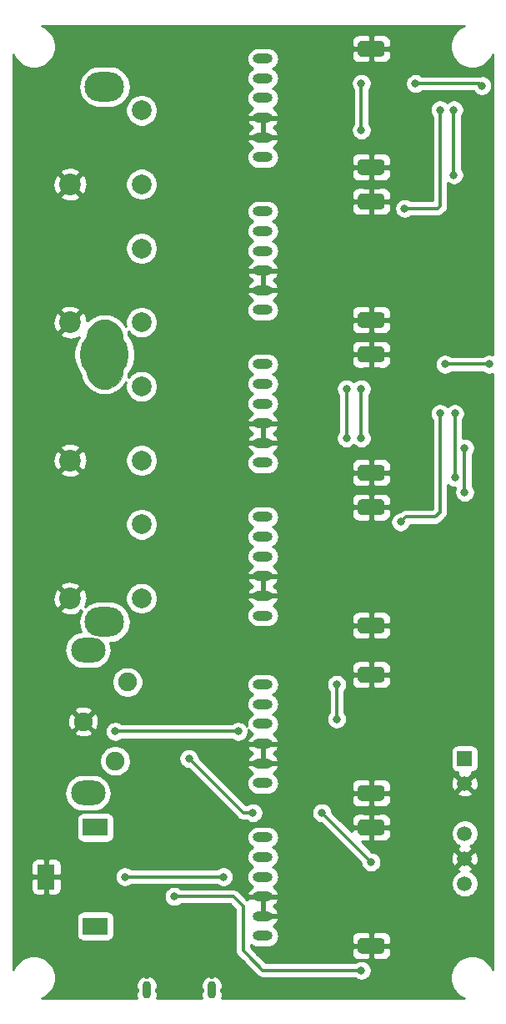
<source format=gbr>
G04 #@! TF.GenerationSoftware,KiCad,Pcbnew,(5.1.4-0-10_14)*
G04 #@! TF.CreationDate,2019-11-24T21:25:27+01:00*
G04 #@! TF.ProjectId,audio-mixer,61756469-6f2d-46d6-9978-65722e6b6963,rev?*
G04 #@! TF.SameCoordinates,Original*
G04 #@! TF.FileFunction,Copper,L2,Bot*
G04 #@! TF.FilePolarity,Positive*
%FSLAX46Y46*%
G04 Gerber Fmt 4.6, Leading zero omitted, Abs format (unit mm)*
G04 Created by KiCad (PCBNEW (5.1.4-0-10_14)) date 2019-11-24 21:25:27*
%MOMM*%
%LPD*%
G04 APERTURE LIST*
%ADD10C,0.002000*%
%ADD11R,2.500000X1.800000*%
%ADD12R,1.800000X2.500000*%
%ADD13C,5.000000*%
%ADD14O,4.000000X3.000000*%
%ADD15C,2.000000*%
%ADD16C,2.200000*%
%ADD17O,3.500000X2.500000*%
%ADD18C,1.900000*%
%ADD19C,0.100000*%
%ADD20C,1.600000*%
%ADD21O,2.000000X1.000000*%
%ADD22C,1.500000*%
%ADD23R,1.500000X1.500000*%
%ADD24O,0.900000X1.800000*%
%ADD25C,0.800000*%
%ADD26C,0.300000*%
%ADD27C,0.254000*%
G04 APERTURE END LIST*
D10*
G36*
X94774000Y-49350000D02*
G01*
X94751000Y-49061000D01*
X94684000Y-48779000D01*
X94572000Y-48511000D01*
X94421000Y-48263000D01*
X94232000Y-48043000D01*
X94012000Y-47854000D01*
X93764000Y-47703000D01*
X93496000Y-47591000D01*
X93214000Y-47524000D01*
X92925000Y-47501000D01*
X92636000Y-47524000D01*
X92354000Y-47591000D01*
X92086000Y-47703000D01*
X91838000Y-47854000D01*
X91618000Y-48043000D01*
X91429000Y-48263000D01*
X91278000Y-48511000D01*
X91166000Y-48779000D01*
X91099000Y-49061000D01*
X91076000Y-49350000D01*
X91076000Y-52650000D01*
X91099000Y-52939000D01*
X91166000Y-53221000D01*
X91278000Y-53489000D01*
X91429000Y-53737000D01*
X91618000Y-53957000D01*
X91838000Y-54146000D01*
X92086000Y-54297000D01*
X92354000Y-54409000D01*
X92636000Y-54476000D01*
X92925000Y-54499000D01*
X93214000Y-54476000D01*
X93496000Y-54409000D01*
X93764000Y-54297000D01*
X94012000Y-54146000D01*
X94232000Y-53957000D01*
X94421000Y-53737000D01*
X94572000Y-53489000D01*
X94684000Y-53221000D01*
X94751000Y-52939000D01*
X94774000Y-52650000D01*
X94774000Y-49350000D01*
G37*
X94774000Y-49350000D02*
X94751000Y-49061000D01*
X94684000Y-48779000D01*
X94572000Y-48511000D01*
X94421000Y-48263000D01*
X94232000Y-48043000D01*
X94012000Y-47854000D01*
X93764000Y-47703000D01*
X93496000Y-47591000D01*
X93214000Y-47524000D01*
X92925000Y-47501000D01*
X92636000Y-47524000D01*
X92354000Y-47591000D01*
X92086000Y-47703000D01*
X91838000Y-47854000D01*
X91618000Y-48043000D01*
X91429000Y-48263000D01*
X91278000Y-48511000D01*
X91166000Y-48779000D01*
X91099000Y-49061000D01*
X91076000Y-49350000D01*
X91076000Y-52650000D01*
X91099000Y-52939000D01*
X91166000Y-53221000D01*
X91278000Y-53489000D01*
X91429000Y-53737000D01*
X91618000Y-53957000D01*
X91838000Y-54146000D01*
X92086000Y-54297000D01*
X92354000Y-54409000D01*
X92636000Y-54476000D01*
X92925000Y-54499000D01*
X93214000Y-54476000D01*
X93496000Y-54409000D01*
X93764000Y-54297000D01*
X94012000Y-54146000D01*
X94232000Y-53957000D01*
X94421000Y-53737000D01*
X94572000Y-53489000D01*
X94684000Y-53221000D01*
X94751000Y-52939000D01*
X94774000Y-52650000D01*
X94774000Y-49350000D01*
G36*
X92275000Y-22651000D02*
G01*
X92087000Y-22666000D01*
X91904000Y-22710000D01*
X91731000Y-22782000D01*
X91570000Y-22880000D01*
X91427000Y-23002000D01*
X91305000Y-23145000D01*
X91207000Y-23306000D01*
X91135000Y-23479000D01*
X91091000Y-23662000D01*
X91076000Y-23850000D01*
X91091000Y-24038000D01*
X91135000Y-24221000D01*
X91207000Y-24394000D01*
X91305000Y-24555000D01*
X91427000Y-24698000D01*
X91570000Y-24820000D01*
X91731000Y-24918000D01*
X91904000Y-24990000D01*
X92087000Y-25034000D01*
X92275000Y-25049000D01*
X93575000Y-25049000D01*
X93763000Y-25034000D01*
X93946000Y-24990000D01*
X94119000Y-24918000D01*
X94280000Y-24820000D01*
X94423000Y-24698000D01*
X94545000Y-24555000D01*
X94643000Y-24394000D01*
X94715000Y-24221000D01*
X94759000Y-24038000D01*
X94774000Y-23850000D01*
X94759000Y-23662000D01*
X94715000Y-23479000D01*
X94643000Y-23306000D01*
X94545000Y-23145000D01*
X94423000Y-23002000D01*
X94280000Y-22880000D01*
X94119000Y-22782000D01*
X93946000Y-22710000D01*
X93763000Y-22666000D01*
X93575000Y-22651000D01*
X92275000Y-22651000D01*
G37*
X92275000Y-22651000D02*
X92087000Y-22666000D01*
X91904000Y-22710000D01*
X91731000Y-22782000D01*
X91570000Y-22880000D01*
X91427000Y-23002000D01*
X91305000Y-23145000D01*
X91207000Y-23306000D01*
X91135000Y-23479000D01*
X91091000Y-23662000D01*
X91076000Y-23850000D01*
X91091000Y-24038000D01*
X91135000Y-24221000D01*
X91207000Y-24394000D01*
X91305000Y-24555000D01*
X91427000Y-24698000D01*
X91570000Y-24820000D01*
X91731000Y-24918000D01*
X91904000Y-24990000D01*
X92087000Y-25034000D01*
X92275000Y-25049000D01*
X93575000Y-25049000D01*
X93763000Y-25034000D01*
X93946000Y-24990000D01*
X94119000Y-24918000D01*
X94280000Y-24820000D01*
X94423000Y-24698000D01*
X94545000Y-24555000D01*
X94643000Y-24394000D01*
X94715000Y-24221000D01*
X94759000Y-24038000D01*
X94774000Y-23850000D01*
X94759000Y-23662000D01*
X94715000Y-23479000D01*
X94643000Y-23306000D01*
X94545000Y-23145000D01*
X94423000Y-23002000D01*
X94280000Y-22880000D01*
X94119000Y-22782000D01*
X93946000Y-22710000D01*
X93763000Y-22666000D01*
X93575000Y-22651000D01*
X92275000Y-22651000D01*
G36*
X92275000Y-76951000D02*
G01*
X92087000Y-76966000D01*
X91904000Y-77010000D01*
X91731000Y-77082000D01*
X91570000Y-77180000D01*
X91427000Y-77302000D01*
X91305000Y-77445000D01*
X91207000Y-77606000D01*
X91135000Y-77779000D01*
X91091000Y-77962000D01*
X91076000Y-78150000D01*
X91091000Y-78338000D01*
X91135000Y-78521000D01*
X91207000Y-78694000D01*
X91305000Y-78855000D01*
X91427000Y-78998000D01*
X91570000Y-79120000D01*
X91731000Y-79218000D01*
X91904000Y-79290000D01*
X92087000Y-79334000D01*
X92275000Y-79349000D01*
X93575000Y-79349000D01*
X93763000Y-79334000D01*
X93946000Y-79290000D01*
X94119000Y-79218000D01*
X94280000Y-79120000D01*
X94423000Y-78998000D01*
X94545000Y-78855000D01*
X94643000Y-78694000D01*
X94715000Y-78521000D01*
X94759000Y-78338000D01*
X94774000Y-78150000D01*
X94759000Y-77962000D01*
X94715000Y-77779000D01*
X94643000Y-77606000D01*
X94545000Y-77445000D01*
X94423000Y-77302000D01*
X94280000Y-77180000D01*
X94119000Y-77082000D01*
X93946000Y-77010000D01*
X93763000Y-76966000D01*
X93575000Y-76951000D01*
X92275000Y-76951000D01*
G37*
X92275000Y-76951000D02*
X92087000Y-76966000D01*
X91904000Y-77010000D01*
X91731000Y-77082000D01*
X91570000Y-77180000D01*
X91427000Y-77302000D01*
X91305000Y-77445000D01*
X91207000Y-77606000D01*
X91135000Y-77779000D01*
X91091000Y-77962000D01*
X91076000Y-78150000D01*
X91091000Y-78338000D01*
X91135000Y-78521000D01*
X91207000Y-78694000D01*
X91305000Y-78855000D01*
X91427000Y-78998000D01*
X91570000Y-79120000D01*
X91731000Y-79218000D01*
X91904000Y-79290000D01*
X92087000Y-79334000D01*
X92275000Y-79349000D01*
X93575000Y-79349000D01*
X93763000Y-79334000D01*
X93946000Y-79290000D01*
X94119000Y-79218000D01*
X94280000Y-79120000D01*
X94423000Y-78998000D01*
X94545000Y-78855000D01*
X94643000Y-78694000D01*
X94715000Y-78521000D01*
X94759000Y-78338000D01*
X94774000Y-78150000D01*
X94759000Y-77962000D01*
X94715000Y-77779000D01*
X94643000Y-77606000D01*
X94545000Y-77445000D01*
X94423000Y-77302000D01*
X94280000Y-77180000D01*
X94119000Y-77082000D01*
X93946000Y-77010000D01*
X93763000Y-76966000D01*
X93575000Y-76951000D01*
X92275000Y-76951000D01*
D11*
X92000000Y-99000000D03*
X92000000Y-109000000D03*
D12*
X87000000Y-104000000D03*
D13*
X92925000Y-51000000D03*
D14*
X92925000Y-23850000D03*
X92925000Y-78150000D03*
D15*
X96675000Y-68250000D03*
X96675000Y-75750000D03*
X96675000Y-26250000D03*
X96675000Y-33750000D03*
X96675000Y-40250000D03*
X96675000Y-47750000D03*
X96675000Y-54250000D03*
X96675000Y-61750000D03*
D16*
X89425000Y-75750000D03*
X89425000Y-33750000D03*
X89425000Y-47750000D03*
X89425000Y-61750000D03*
D17*
X91250000Y-95500000D03*
X91250000Y-81000000D03*
D18*
X95250000Y-84250000D03*
X94000000Y-92250000D03*
X90750000Y-88250000D03*
D19*
G36*
X120971889Y-34702019D02*
G01*
X121012582Y-34708055D01*
X121052487Y-34718051D01*
X121091221Y-34731910D01*
X121128410Y-34749499D01*
X121163695Y-34770648D01*
X121196738Y-34795154D01*
X121227219Y-34822781D01*
X121254846Y-34853262D01*
X121279352Y-34886305D01*
X121300501Y-34921590D01*
X121318090Y-34958779D01*
X121331949Y-34997513D01*
X121341945Y-35037418D01*
X121347981Y-35078111D01*
X121350000Y-35119200D01*
X121350000Y-35880800D01*
X121347981Y-35921889D01*
X121341945Y-35962582D01*
X121331949Y-36002487D01*
X121318090Y-36041221D01*
X121300501Y-36078410D01*
X121279352Y-36113695D01*
X121254846Y-36146738D01*
X121227219Y-36177219D01*
X121196738Y-36204846D01*
X121163695Y-36229352D01*
X121128410Y-36250501D01*
X121091221Y-36268090D01*
X121052487Y-36281949D01*
X121012582Y-36291945D01*
X120971889Y-36297981D01*
X120930800Y-36300000D01*
X119069200Y-36300000D01*
X119028111Y-36297981D01*
X118987418Y-36291945D01*
X118947513Y-36281949D01*
X118908779Y-36268090D01*
X118871590Y-36250501D01*
X118836305Y-36229352D01*
X118803262Y-36204846D01*
X118772781Y-36177219D01*
X118745154Y-36146738D01*
X118720648Y-36113695D01*
X118699499Y-36078410D01*
X118681910Y-36041221D01*
X118668051Y-36002487D01*
X118658055Y-35962582D01*
X118652019Y-35921889D01*
X118650000Y-35880800D01*
X118650000Y-35119200D01*
X118652019Y-35078111D01*
X118658055Y-35037418D01*
X118668051Y-34997513D01*
X118681910Y-34958779D01*
X118699499Y-34921590D01*
X118720648Y-34886305D01*
X118745154Y-34853262D01*
X118772781Y-34822781D01*
X118803262Y-34795154D01*
X118836305Y-34770648D01*
X118871590Y-34749499D01*
X118908779Y-34731910D01*
X118947513Y-34718051D01*
X118987418Y-34708055D01*
X119028111Y-34702019D01*
X119069200Y-34700000D01*
X120930800Y-34700000D01*
X120971889Y-34702019D01*
X120971889Y-34702019D01*
G37*
D20*
X120000000Y-35500000D03*
D21*
X109000000Y-46500000D03*
X109000000Y-44500000D03*
X109000000Y-42500000D03*
X109000000Y-40500000D03*
X109000000Y-38500000D03*
X109000000Y-36500000D03*
D19*
G36*
X120971889Y-46702019D02*
G01*
X121012582Y-46708055D01*
X121052487Y-46718051D01*
X121091221Y-46731910D01*
X121128410Y-46749499D01*
X121163695Y-46770648D01*
X121196738Y-46795154D01*
X121227219Y-46822781D01*
X121254846Y-46853262D01*
X121279352Y-46886305D01*
X121300501Y-46921590D01*
X121318090Y-46958779D01*
X121331949Y-46997513D01*
X121341945Y-47037418D01*
X121347981Y-47078111D01*
X121350000Y-47119200D01*
X121350000Y-47880800D01*
X121347981Y-47921889D01*
X121341945Y-47962582D01*
X121331949Y-48002487D01*
X121318090Y-48041221D01*
X121300501Y-48078410D01*
X121279352Y-48113695D01*
X121254846Y-48146738D01*
X121227219Y-48177219D01*
X121196738Y-48204846D01*
X121163695Y-48229352D01*
X121128410Y-48250501D01*
X121091221Y-48268090D01*
X121052487Y-48281949D01*
X121012582Y-48291945D01*
X120971889Y-48297981D01*
X120930800Y-48300000D01*
X119069200Y-48300000D01*
X119028111Y-48297981D01*
X118987418Y-48291945D01*
X118947513Y-48281949D01*
X118908779Y-48268090D01*
X118871590Y-48250501D01*
X118836305Y-48229352D01*
X118803262Y-48204846D01*
X118772781Y-48177219D01*
X118745154Y-48146738D01*
X118720648Y-48113695D01*
X118699499Y-48078410D01*
X118681910Y-48041221D01*
X118668051Y-48002487D01*
X118658055Y-47962582D01*
X118652019Y-47921889D01*
X118650000Y-47880800D01*
X118650000Y-47119200D01*
X118652019Y-47078111D01*
X118658055Y-47037418D01*
X118668051Y-46997513D01*
X118681910Y-46958779D01*
X118699499Y-46921590D01*
X118720648Y-46886305D01*
X118745154Y-46853262D01*
X118772781Y-46822781D01*
X118803262Y-46795154D01*
X118836305Y-46770648D01*
X118871590Y-46749499D01*
X118908779Y-46731910D01*
X118947513Y-46718051D01*
X118987418Y-46708055D01*
X119028111Y-46702019D01*
X119069200Y-46700000D01*
X120930800Y-46700000D01*
X120971889Y-46702019D01*
X120971889Y-46702019D01*
G37*
D20*
X120000000Y-47500000D03*
D19*
G36*
X120971889Y-98202019D02*
G01*
X121012582Y-98208055D01*
X121052487Y-98218051D01*
X121091221Y-98231910D01*
X121128410Y-98249499D01*
X121163695Y-98270648D01*
X121196738Y-98295154D01*
X121227219Y-98322781D01*
X121254846Y-98353262D01*
X121279352Y-98386305D01*
X121300501Y-98421590D01*
X121318090Y-98458779D01*
X121331949Y-98497513D01*
X121341945Y-98537418D01*
X121347981Y-98578111D01*
X121350000Y-98619200D01*
X121350000Y-99380800D01*
X121347981Y-99421889D01*
X121341945Y-99462582D01*
X121331949Y-99502487D01*
X121318090Y-99541221D01*
X121300501Y-99578410D01*
X121279352Y-99613695D01*
X121254846Y-99646738D01*
X121227219Y-99677219D01*
X121196738Y-99704846D01*
X121163695Y-99729352D01*
X121128410Y-99750501D01*
X121091221Y-99768090D01*
X121052487Y-99781949D01*
X121012582Y-99791945D01*
X120971889Y-99797981D01*
X120930800Y-99800000D01*
X119069200Y-99800000D01*
X119028111Y-99797981D01*
X118987418Y-99791945D01*
X118947513Y-99781949D01*
X118908779Y-99768090D01*
X118871590Y-99750501D01*
X118836305Y-99729352D01*
X118803262Y-99704846D01*
X118772781Y-99677219D01*
X118745154Y-99646738D01*
X118720648Y-99613695D01*
X118699499Y-99578410D01*
X118681910Y-99541221D01*
X118668051Y-99502487D01*
X118658055Y-99462582D01*
X118652019Y-99421889D01*
X118650000Y-99380800D01*
X118650000Y-98619200D01*
X118652019Y-98578111D01*
X118658055Y-98537418D01*
X118668051Y-98497513D01*
X118681910Y-98458779D01*
X118699499Y-98421590D01*
X118720648Y-98386305D01*
X118745154Y-98353262D01*
X118772781Y-98322781D01*
X118803262Y-98295154D01*
X118836305Y-98270648D01*
X118871590Y-98249499D01*
X118908779Y-98231910D01*
X118947513Y-98218051D01*
X118987418Y-98208055D01*
X119028111Y-98202019D01*
X119069200Y-98200000D01*
X120930800Y-98200000D01*
X120971889Y-98202019D01*
X120971889Y-98202019D01*
G37*
D20*
X120000000Y-99000000D03*
D21*
X109000000Y-110000000D03*
X109000000Y-108000000D03*
X109000000Y-106000000D03*
X109000000Y-104000000D03*
X109000000Y-102000000D03*
X109000000Y-100000000D03*
D19*
G36*
X120971889Y-110202019D02*
G01*
X121012582Y-110208055D01*
X121052487Y-110218051D01*
X121091221Y-110231910D01*
X121128410Y-110249499D01*
X121163695Y-110270648D01*
X121196738Y-110295154D01*
X121227219Y-110322781D01*
X121254846Y-110353262D01*
X121279352Y-110386305D01*
X121300501Y-110421590D01*
X121318090Y-110458779D01*
X121331949Y-110497513D01*
X121341945Y-110537418D01*
X121347981Y-110578111D01*
X121350000Y-110619200D01*
X121350000Y-111380800D01*
X121347981Y-111421889D01*
X121341945Y-111462582D01*
X121331949Y-111502487D01*
X121318090Y-111541221D01*
X121300501Y-111578410D01*
X121279352Y-111613695D01*
X121254846Y-111646738D01*
X121227219Y-111677219D01*
X121196738Y-111704846D01*
X121163695Y-111729352D01*
X121128410Y-111750501D01*
X121091221Y-111768090D01*
X121052487Y-111781949D01*
X121012582Y-111791945D01*
X120971889Y-111797981D01*
X120930800Y-111800000D01*
X119069200Y-111800000D01*
X119028111Y-111797981D01*
X118987418Y-111791945D01*
X118947513Y-111781949D01*
X118908779Y-111768090D01*
X118871590Y-111750501D01*
X118836305Y-111729352D01*
X118803262Y-111704846D01*
X118772781Y-111677219D01*
X118745154Y-111646738D01*
X118720648Y-111613695D01*
X118699499Y-111578410D01*
X118681910Y-111541221D01*
X118668051Y-111502487D01*
X118658055Y-111462582D01*
X118652019Y-111421889D01*
X118650000Y-111380800D01*
X118650000Y-110619200D01*
X118652019Y-110578111D01*
X118658055Y-110537418D01*
X118668051Y-110497513D01*
X118681910Y-110458779D01*
X118699499Y-110421590D01*
X118720648Y-110386305D01*
X118745154Y-110353262D01*
X118772781Y-110322781D01*
X118803262Y-110295154D01*
X118836305Y-110270648D01*
X118871590Y-110249499D01*
X118908779Y-110231910D01*
X118947513Y-110218051D01*
X118987418Y-110208055D01*
X119028111Y-110202019D01*
X119069200Y-110200000D01*
X120930800Y-110200000D01*
X120971889Y-110202019D01*
X120971889Y-110202019D01*
G37*
D20*
X120000000Y-111000000D03*
D19*
G36*
X120971889Y-82702019D02*
G01*
X121012582Y-82708055D01*
X121052487Y-82718051D01*
X121091221Y-82731910D01*
X121128410Y-82749499D01*
X121163695Y-82770648D01*
X121196738Y-82795154D01*
X121227219Y-82822781D01*
X121254846Y-82853262D01*
X121279352Y-82886305D01*
X121300501Y-82921590D01*
X121318090Y-82958779D01*
X121331949Y-82997513D01*
X121341945Y-83037418D01*
X121347981Y-83078111D01*
X121350000Y-83119200D01*
X121350000Y-83880800D01*
X121347981Y-83921889D01*
X121341945Y-83962582D01*
X121331949Y-84002487D01*
X121318090Y-84041221D01*
X121300501Y-84078410D01*
X121279352Y-84113695D01*
X121254846Y-84146738D01*
X121227219Y-84177219D01*
X121196738Y-84204846D01*
X121163695Y-84229352D01*
X121128410Y-84250501D01*
X121091221Y-84268090D01*
X121052487Y-84281949D01*
X121012582Y-84291945D01*
X120971889Y-84297981D01*
X120930800Y-84300000D01*
X119069200Y-84300000D01*
X119028111Y-84297981D01*
X118987418Y-84291945D01*
X118947513Y-84281949D01*
X118908779Y-84268090D01*
X118871590Y-84250501D01*
X118836305Y-84229352D01*
X118803262Y-84204846D01*
X118772781Y-84177219D01*
X118745154Y-84146738D01*
X118720648Y-84113695D01*
X118699499Y-84078410D01*
X118681910Y-84041221D01*
X118668051Y-84002487D01*
X118658055Y-83962582D01*
X118652019Y-83921889D01*
X118650000Y-83880800D01*
X118650000Y-83119200D01*
X118652019Y-83078111D01*
X118658055Y-83037418D01*
X118668051Y-82997513D01*
X118681910Y-82958779D01*
X118699499Y-82921590D01*
X118720648Y-82886305D01*
X118745154Y-82853262D01*
X118772781Y-82822781D01*
X118803262Y-82795154D01*
X118836305Y-82770648D01*
X118871590Y-82749499D01*
X118908779Y-82731910D01*
X118947513Y-82718051D01*
X118987418Y-82708055D01*
X119028111Y-82702019D01*
X119069200Y-82700000D01*
X120930800Y-82700000D01*
X120971889Y-82702019D01*
X120971889Y-82702019D01*
G37*
D20*
X120000000Y-83500000D03*
D21*
X109000000Y-94500000D03*
X109000000Y-92500000D03*
X109000000Y-90500000D03*
X109000000Y-88500000D03*
X109000000Y-86500000D03*
X109000000Y-84500000D03*
D19*
G36*
X120971889Y-94702019D02*
G01*
X121012582Y-94708055D01*
X121052487Y-94718051D01*
X121091221Y-94731910D01*
X121128410Y-94749499D01*
X121163695Y-94770648D01*
X121196738Y-94795154D01*
X121227219Y-94822781D01*
X121254846Y-94853262D01*
X121279352Y-94886305D01*
X121300501Y-94921590D01*
X121318090Y-94958779D01*
X121331949Y-94997513D01*
X121341945Y-95037418D01*
X121347981Y-95078111D01*
X121350000Y-95119200D01*
X121350000Y-95880800D01*
X121347981Y-95921889D01*
X121341945Y-95962582D01*
X121331949Y-96002487D01*
X121318090Y-96041221D01*
X121300501Y-96078410D01*
X121279352Y-96113695D01*
X121254846Y-96146738D01*
X121227219Y-96177219D01*
X121196738Y-96204846D01*
X121163695Y-96229352D01*
X121128410Y-96250501D01*
X121091221Y-96268090D01*
X121052487Y-96281949D01*
X121012582Y-96291945D01*
X120971889Y-96297981D01*
X120930800Y-96300000D01*
X119069200Y-96300000D01*
X119028111Y-96297981D01*
X118987418Y-96291945D01*
X118947513Y-96281949D01*
X118908779Y-96268090D01*
X118871590Y-96250501D01*
X118836305Y-96229352D01*
X118803262Y-96204846D01*
X118772781Y-96177219D01*
X118745154Y-96146738D01*
X118720648Y-96113695D01*
X118699499Y-96078410D01*
X118681910Y-96041221D01*
X118668051Y-96002487D01*
X118658055Y-95962582D01*
X118652019Y-95921889D01*
X118650000Y-95880800D01*
X118650000Y-95119200D01*
X118652019Y-95078111D01*
X118658055Y-95037418D01*
X118668051Y-94997513D01*
X118681910Y-94958779D01*
X118699499Y-94921590D01*
X118720648Y-94886305D01*
X118745154Y-94853262D01*
X118772781Y-94822781D01*
X118803262Y-94795154D01*
X118836305Y-94770648D01*
X118871590Y-94749499D01*
X118908779Y-94731910D01*
X118947513Y-94718051D01*
X118987418Y-94708055D01*
X119028111Y-94702019D01*
X119069200Y-94700000D01*
X120930800Y-94700000D01*
X120971889Y-94702019D01*
X120971889Y-94702019D01*
G37*
D20*
X120000000Y-95500000D03*
D19*
G36*
X120971889Y-65702019D02*
G01*
X121012582Y-65708055D01*
X121052487Y-65718051D01*
X121091221Y-65731910D01*
X121128410Y-65749499D01*
X121163695Y-65770648D01*
X121196738Y-65795154D01*
X121227219Y-65822781D01*
X121254846Y-65853262D01*
X121279352Y-65886305D01*
X121300501Y-65921590D01*
X121318090Y-65958779D01*
X121331949Y-65997513D01*
X121341945Y-66037418D01*
X121347981Y-66078111D01*
X121350000Y-66119200D01*
X121350000Y-66880800D01*
X121347981Y-66921889D01*
X121341945Y-66962582D01*
X121331949Y-67002487D01*
X121318090Y-67041221D01*
X121300501Y-67078410D01*
X121279352Y-67113695D01*
X121254846Y-67146738D01*
X121227219Y-67177219D01*
X121196738Y-67204846D01*
X121163695Y-67229352D01*
X121128410Y-67250501D01*
X121091221Y-67268090D01*
X121052487Y-67281949D01*
X121012582Y-67291945D01*
X120971889Y-67297981D01*
X120930800Y-67300000D01*
X119069200Y-67300000D01*
X119028111Y-67297981D01*
X118987418Y-67291945D01*
X118947513Y-67281949D01*
X118908779Y-67268090D01*
X118871590Y-67250501D01*
X118836305Y-67229352D01*
X118803262Y-67204846D01*
X118772781Y-67177219D01*
X118745154Y-67146738D01*
X118720648Y-67113695D01*
X118699499Y-67078410D01*
X118681910Y-67041221D01*
X118668051Y-67002487D01*
X118658055Y-66962582D01*
X118652019Y-66921889D01*
X118650000Y-66880800D01*
X118650000Y-66119200D01*
X118652019Y-66078111D01*
X118658055Y-66037418D01*
X118668051Y-65997513D01*
X118681910Y-65958779D01*
X118699499Y-65921590D01*
X118720648Y-65886305D01*
X118745154Y-65853262D01*
X118772781Y-65822781D01*
X118803262Y-65795154D01*
X118836305Y-65770648D01*
X118871590Y-65749499D01*
X118908779Y-65731910D01*
X118947513Y-65718051D01*
X118987418Y-65708055D01*
X119028111Y-65702019D01*
X119069200Y-65700000D01*
X120930800Y-65700000D01*
X120971889Y-65702019D01*
X120971889Y-65702019D01*
G37*
D20*
X120000000Y-66500000D03*
D21*
X109000000Y-77500000D03*
X109000000Y-75500000D03*
X109000000Y-73500000D03*
X109000000Y-71500000D03*
X109000000Y-69500000D03*
X109000000Y-67500000D03*
D19*
G36*
X120971889Y-77702019D02*
G01*
X121012582Y-77708055D01*
X121052487Y-77718051D01*
X121091221Y-77731910D01*
X121128410Y-77749499D01*
X121163695Y-77770648D01*
X121196738Y-77795154D01*
X121227219Y-77822781D01*
X121254846Y-77853262D01*
X121279352Y-77886305D01*
X121300501Y-77921590D01*
X121318090Y-77958779D01*
X121331949Y-77997513D01*
X121341945Y-78037418D01*
X121347981Y-78078111D01*
X121350000Y-78119200D01*
X121350000Y-78880800D01*
X121347981Y-78921889D01*
X121341945Y-78962582D01*
X121331949Y-79002487D01*
X121318090Y-79041221D01*
X121300501Y-79078410D01*
X121279352Y-79113695D01*
X121254846Y-79146738D01*
X121227219Y-79177219D01*
X121196738Y-79204846D01*
X121163695Y-79229352D01*
X121128410Y-79250501D01*
X121091221Y-79268090D01*
X121052487Y-79281949D01*
X121012582Y-79291945D01*
X120971889Y-79297981D01*
X120930800Y-79300000D01*
X119069200Y-79300000D01*
X119028111Y-79297981D01*
X118987418Y-79291945D01*
X118947513Y-79281949D01*
X118908779Y-79268090D01*
X118871590Y-79250501D01*
X118836305Y-79229352D01*
X118803262Y-79204846D01*
X118772781Y-79177219D01*
X118745154Y-79146738D01*
X118720648Y-79113695D01*
X118699499Y-79078410D01*
X118681910Y-79041221D01*
X118668051Y-79002487D01*
X118658055Y-78962582D01*
X118652019Y-78921889D01*
X118650000Y-78880800D01*
X118650000Y-78119200D01*
X118652019Y-78078111D01*
X118658055Y-78037418D01*
X118668051Y-77997513D01*
X118681910Y-77958779D01*
X118699499Y-77921590D01*
X118720648Y-77886305D01*
X118745154Y-77853262D01*
X118772781Y-77822781D01*
X118803262Y-77795154D01*
X118836305Y-77770648D01*
X118871590Y-77749499D01*
X118908779Y-77731910D01*
X118947513Y-77718051D01*
X118987418Y-77708055D01*
X119028111Y-77702019D01*
X119069200Y-77700000D01*
X120930800Y-77700000D01*
X120971889Y-77702019D01*
X120971889Y-77702019D01*
G37*
D20*
X120000000Y-78500000D03*
D19*
G36*
X120971889Y-50202019D02*
G01*
X121012582Y-50208055D01*
X121052487Y-50218051D01*
X121091221Y-50231910D01*
X121128410Y-50249499D01*
X121163695Y-50270648D01*
X121196738Y-50295154D01*
X121227219Y-50322781D01*
X121254846Y-50353262D01*
X121279352Y-50386305D01*
X121300501Y-50421590D01*
X121318090Y-50458779D01*
X121331949Y-50497513D01*
X121341945Y-50537418D01*
X121347981Y-50578111D01*
X121350000Y-50619200D01*
X121350000Y-51380800D01*
X121347981Y-51421889D01*
X121341945Y-51462582D01*
X121331949Y-51502487D01*
X121318090Y-51541221D01*
X121300501Y-51578410D01*
X121279352Y-51613695D01*
X121254846Y-51646738D01*
X121227219Y-51677219D01*
X121196738Y-51704846D01*
X121163695Y-51729352D01*
X121128410Y-51750501D01*
X121091221Y-51768090D01*
X121052487Y-51781949D01*
X121012582Y-51791945D01*
X120971889Y-51797981D01*
X120930800Y-51800000D01*
X119069200Y-51800000D01*
X119028111Y-51797981D01*
X118987418Y-51791945D01*
X118947513Y-51781949D01*
X118908779Y-51768090D01*
X118871590Y-51750501D01*
X118836305Y-51729352D01*
X118803262Y-51704846D01*
X118772781Y-51677219D01*
X118745154Y-51646738D01*
X118720648Y-51613695D01*
X118699499Y-51578410D01*
X118681910Y-51541221D01*
X118668051Y-51502487D01*
X118658055Y-51462582D01*
X118652019Y-51421889D01*
X118650000Y-51380800D01*
X118650000Y-50619200D01*
X118652019Y-50578111D01*
X118658055Y-50537418D01*
X118668051Y-50497513D01*
X118681910Y-50458779D01*
X118699499Y-50421590D01*
X118720648Y-50386305D01*
X118745154Y-50353262D01*
X118772781Y-50322781D01*
X118803262Y-50295154D01*
X118836305Y-50270648D01*
X118871590Y-50249499D01*
X118908779Y-50231910D01*
X118947513Y-50218051D01*
X118987418Y-50208055D01*
X119028111Y-50202019D01*
X119069200Y-50200000D01*
X120930800Y-50200000D01*
X120971889Y-50202019D01*
X120971889Y-50202019D01*
G37*
D20*
X120000000Y-51000000D03*
D21*
X109000000Y-62000000D03*
X109000000Y-60000000D03*
X109000000Y-58000000D03*
X109000000Y-56000000D03*
X109000000Y-54000000D03*
X109000000Y-52000000D03*
D19*
G36*
X120971889Y-62202019D02*
G01*
X121012582Y-62208055D01*
X121052487Y-62218051D01*
X121091221Y-62231910D01*
X121128410Y-62249499D01*
X121163695Y-62270648D01*
X121196738Y-62295154D01*
X121227219Y-62322781D01*
X121254846Y-62353262D01*
X121279352Y-62386305D01*
X121300501Y-62421590D01*
X121318090Y-62458779D01*
X121331949Y-62497513D01*
X121341945Y-62537418D01*
X121347981Y-62578111D01*
X121350000Y-62619200D01*
X121350000Y-63380800D01*
X121347981Y-63421889D01*
X121341945Y-63462582D01*
X121331949Y-63502487D01*
X121318090Y-63541221D01*
X121300501Y-63578410D01*
X121279352Y-63613695D01*
X121254846Y-63646738D01*
X121227219Y-63677219D01*
X121196738Y-63704846D01*
X121163695Y-63729352D01*
X121128410Y-63750501D01*
X121091221Y-63768090D01*
X121052487Y-63781949D01*
X121012582Y-63791945D01*
X120971889Y-63797981D01*
X120930800Y-63800000D01*
X119069200Y-63800000D01*
X119028111Y-63797981D01*
X118987418Y-63791945D01*
X118947513Y-63781949D01*
X118908779Y-63768090D01*
X118871590Y-63750501D01*
X118836305Y-63729352D01*
X118803262Y-63704846D01*
X118772781Y-63677219D01*
X118745154Y-63646738D01*
X118720648Y-63613695D01*
X118699499Y-63578410D01*
X118681910Y-63541221D01*
X118668051Y-63502487D01*
X118658055Y-63462582D01*
X118652019Y-63421889D01*
X118650000Y-63380800D01*
X118650000Y-62619200D01*
X118652019Y-62578111D01*
X118658055Y-62537418D01*
X118668051Y-62497513D01*
X118681910Y-62458779D01*
X118699499Y-62421590D01*
X118720648Y-62386305D01*
X118745154Y-62353262D01*
X118772781Y-62322781D01*
X118803262Y-62295154D01*
X118836305Y-62270648D01*
X118871590Y-62249499D01*
X118908779Y-62231910D01*
X118947513Y-62218051D01*
X118987418Y-62208055D01*
X119028111Y-62202019D01*
X119069200Y-62200000D01*
X120930800Y-62200000D01*
X120971889Y-62202019D01*
X120971889Y-62202019D01*
G37*
D20*
X120000000Y-63000000D03*
D19*
G36*
X120971889Y-19202019D02*
G01*
X121012582Y-19208055D01*
X121052487Y-19218051D01*
X121091221Y-19231910D01*
X121128410Y-19249499D01*
X121163695Y-19270648D01*
X121196738Y-19295154D01*
X121227219Y-19322781D01*
X121254846Y-19353262D01*
X121279352Y-19386305D01*
X121300501Y-19421590D01*
X121318090Y-19458779D01*
X121331949Y-19497513D01*
X121341945Y-19537418D01*
X121347981Y-19578111D01*
X121350000Y-19619200D01*
X121350000Y-20380800D01*
X121347981Y-20421889D01*
X121341945Y-20462582D01*
X121331949Y-20502487D01*
X121318090Y-20541221D01*
X121300501Y-20578410D01*
X121279352Y-20613695D01*
X121254846Y-20646738D01*
X121227219Y-20677219D01*
X121196738Y-20704846D01*
X121163695Y-20729352D01*
X121128410Y-20750501D01*
X121091221Y-20768090D01*
X121052487Y-20781949D01*
X121012582Y-20791945D01*
X120971889Y-20797981D01*
X120930800Y-20800000D01*
X119069200Y-20800000D01*
X119028111Y-20797981D01*
X118987418Y-20791945D01*
X118947513Y-20781949D01*
X118908779Y-20768090D01*
X118871590Y-20750501D01*
X118836305Y-20729352D01*
X118803262Y-20704846D01*
X118772781Y-20677219D01*
X118745154Y-20646738D01*
X118720648Y-20613695D01*
X118699499Y-20578410D01*
X118681910Y-20541221D01*
X118668051Y-20502487D01*
X118658055Y-20462582D01*
X118652019Y-20421889D01*
X118650000Y-20380800D01*
X118650000Y-19619200D01*
X118652019Y-19578111D01*
X118658055Y-19537418D01*
X118668051Y-19497513D01*
X118681910Y-19458779D01*
X118699499Y-19421590D01*
X118720648Y-19386305D01*
X118745154Y-19353262D01*
X118772781Y-19322781D01*
X118803262Y-19295154D01*
X118836305Y-19270648D01*
X118871590Y-19249499D01*
X118908779Y-19231910D01*
X118947513Y-19218051D01*
X118987418Y-19208055D01*
X119028111Y-19202019D01*
X119069200Y-19200000D01*
X120930800Y-19200000D01*
X120971889Y-19202019D01*
X120971889Y-19202019D01*
G37*
D20*
X120000000Y-20000000D03*
D21*
X109000000Y-31000000D03*
X109000000Y-29000000D03*
X109000000Y-27000000D03*
X109000000Y-25000000D03*
X109000000Y-23000000D03*
X109000000Y-21000000D03*
D19*
G36*
X120971889Y-31202019D02*
G01*
X121012582Y-31208055D01*
X121052487Y-31218051D01*
X121091221Y-31231910D01*
X121128410Y-31249499D01*
X121163695Y-31270648D01*
X121196738Y-31295154D01*
X121227219Y-31322781D01*
X121254846Y-31353262D01*
X121279352Y-31386305D01*
X121300501Y-31421590D01*
X121318090Y-31458779D01*
X121331949Y-31497513D01*
X121341945Y-31537418D01*
X121347981Y-31578111D01*
X121350000Y-31619200D01*
X121350000Y-32380800D01*
X121347981Y-32421889D01*
X121341945Y-32462582D01*
X121331949Y-32502487D01*
X121318090Y-32541221D01*
X121300501Y-32578410D01*
X121279352Y-32613695D01*
X121254846Y-32646738D01*
X121227219Y-32677219D01*
X121196738Y-32704846D01*
X121163695Y-32729352D01*
X121128410Y-32750501D01*
X121091221Y-32768090D01*
X121052487Y-32781949D01*
X121012582Y-32791945D01*
X120971889Y-32797981D01*
X120930800Y-32800000D01*
X119069200Y-32800000D01*
X119028111Y-32797981D01*
X118987418Y-32791945D01*
X118947513Y-32781949D01*
X118908779Y-32768090D01*
X118871590Y-32750501D01*
X118836305Y-32729352D01*
X118803262Y-32704846D01*
X118772781Y-32677219D01*
X118745154Y-32646738D01*
X118720648Y-32613695D01*
X118699499Y-32578410D01*
X118681910Y-32541221D01*
X118668051Y-32502487D01*
X118658055Y-32462582D01*
X118652019Y-32421889D01*
X118650000Y-32380800D01*
X118650000Y-31619200D01*
X118652019Y-31578111D01*
X118658055Y-31537418D01*
X118668051Y-31497513D01*
X118681910Y-31458779D01*
X118699499Y-31421590D01*
X118720648Y-31386305D01*
X118745154Y-31353262D01*
X118772781Y-31322781D01*
X118803262Y-31295154D01*
X118836305Y-31270648D01*
X118871590Y-31249499D01*
X118908779Y-31231910D01*
X118947513Y-31218051D01*
X118987418Y-31208055D01*
X119028111Y-31202019D01*
X119069200Y-31200000D01*
X120930800Y-31200000D01*
X120971889Y-31202019D01*
X120971889Y-31202019D01*
G37*
D20*
X120000000Y-32000000D03*
D22*
X129500000Y-104700000D03*
X129500000Y-102160000D03*
X129500000Y-99620000D03*
X129500000Y-94540000D03*
D23*
X129500000Y-92000000D03*
D24*
X103800000Y-115500000D03*
X97200000Y-115500000D03*
D25*
X97250000Y-113000000D03*
X103750000Y-113000000D03*
X125500000Y-34000000D03*
X125500000Y-65000000D03*
X100025000Y-85975000D03*
X100062500Y-107937500D03*
X126500000Y-19000000D03*
X126000000Y-50000000D03*
X128000000Y-80500000D03*
X107500000Y-114000000D03*
X119000000Y-107500000D03*
X119000000Y-105250000D03*
X132000000Y-52000000D03*
X127500000Y-52000000D03*
X100000000Y-106000000D03*
X119000000Y-113500000D03*
X124500000Y-23525000D03*
X131250000Y-23750000D03*
X101500000Y-92000000D03*
X108000000Y-97500000D03*
X115000000Y-97500000D03*
X120000000Y-102500000D03*
X106500000Y-89250000D03*
X94000000Y-89250000D03*
X105000000Y-104000000D03*
X95000000Y-104000000D03*
X119000000Y-23500000D03*
X119000000Y-28250000D03*
X117500000Y-54500000D03*
X117500000Y-59500000D03*
X116500000Y-84500000D03*
X116500000Y-88000000D03*
X127000000Y-26200000D03*
X123400000Y-36200000D03*
X119000000Y-54500000D03*
X119000000Y-59500000D03*
X127000000Y-57000000D03*
X123000000Y-68000000D03*
X128400000Y-26200000D03*
X128400000Y-32800000D03*
X129500000Y-60500000D03*
X129500000Y-65000000D03*
X128500000Y-57000000D03*
X128500000Y-63500000D03*
D26*
X107500000Y-114000000D02*
X108500000Y-115000000D01*
X108500000Y-115000000D02*
X122500000Y-115000000D01*
X122500000Y-115000000D02*
X122500000Y-109500000D01*
X122500000Y-109500000D02*
X121000000Y-108000000D01*
X132000000Y-52000000D02*
X127500000Y-52000000D01*
X100000000Y-106000000D02*
X106000000Y-106000000D01*
X106000000Y-106000000D02*
X107000000Y-107000000D01*
X107000000Y-107000000D02*
X107000000Y-111500000D01*
X107000000Y-111500000D02*
X107500000Y-112000000D01*
X109000000Y-113500000D02*
X119000000Y-113500000D01*
X107500000Y-112000000D02*
X109000000Y-113500000D01*
X124500000Y-23525000D02*
X131025000Y-23525000D01*
X131025000Y-23525000D02*
X131250000Y-23750000D01*
X101500000Y-92000000D02*
X107000000Y-97500000D01*
X107000000Y-97500000D02*
X108000000Y-97500000D01*
X115000000Y-97500000D02*
X120000000Y-102500000D01*
X106500000Y-89250000D02*
X94500000Y-89250000D01*
X94500000Y-89250000D02*
X94000000Y-89250000D01*
X105000000Y-104000000D02*
X95000000Y-104000000D01*
X119000000Y-23500000D02*
X119000000Y-28250000D01*
X117500000Y-54500000D02*
X117500000Y-59500000D01*
X116500000Y-88000000D02*
X116500000Y-84500000D01*
X127000000Y-26200000D02*
X127000000Y-36000000D01*
X127000000Y-36000000D02*
X126800000Y-36200000D01*
X126800000Y-36200000D02*
X123400000Y-36200000D01*
X119000000Y-54500000D02*
X119000000Y-59500000D01*
X127000000Y-57000000D02*
X127000000Y-67000000D01*
X127000000Y-67000000D02*
X126500000Y-67500000D01*
X126500000Y-67500000D02*
X123500000Y-67500000D01*
X123500000Y-67500000D02*
X123000000Y-68000000D01*
X128400000Y-26200000D02*
X128400000Y-32800000D01*
X129500000Y-60500000D02*
X129500000Y-65000000D01*
X128500000Y-57000000D02*
X128500000Y-63500000D01*
D27*
G36*
X129191331Y-17769369D02*
G01*
X128825271Y-18013962D01*
X128513962Y-18325271D01*
X128269369Y-18691331D01*
X128100890Y-19098075D01*
X128015000Y-19529872D01*
X128015000Y-19970128D01*
X128100890Y-20401925D01*
X128269369Y-20808669D01*
X128513962Y-21174729D01*
X128825271Y-21486038D01*
X129191331Y-21730631D01*
X129598075Y-21899110D01*
X130029872Y-21985000D01*
X130470128Y-21985000D01*
X130901925Y-21899110D01*
X131308669Y-21730631D01*
X131674729Y-21486038D01*
X131986038Y-21174729D01*
X132230631Y-20808669D01*
X132340001Y-20544627D01*
X132340001Y-51020557D01*
X132301898Y-51004774D01*
X132101939Y-50965000D01*
X131898061Y-50965000D01*
X131698102Y-51004774D01*
X131509744Y-51082795D01*
X131340226Y-51196063D01*
X131321289Y-51215000D01*
X128178711Y-51215000D01*
X128159774Y-51196063D01*
X127990256Y-51082795D01*
X127801898Y-51004774D01*
X127601939Y-50965000D01*
X127398061Y-50965000D01*
X127198102Y-51004774D01*
X127009744Y-51082795D01*
X126840226Y-51196063D01*
X126696063Y-51340226D01*
X126582795Y-51509744D01*
X126504774Y-51698102D01*
X126465000Y-51898061D01*
X126465000Y-52101939D01*
X126504774Y-52301898D01*
X126582795Y-52490256D01*
X126696063Y-52659774D01*
X126840226Y-52803937D01*
X127009744Y-52917205D01*
X127198102Y-52995226D01*
X127398061Y-53035000D01*
X127601939Y-53035000D01*
X127801898Y-52995226D01*
X127990256Y-52917205D01*
X128159774Y-52803937D01*
X128178711Y-52785000D01*
X131321289Y-52785000D01*
X131340226Y-52803937D01*
X131509744Y-52917205D01*
X131698102Y-52995226D01*
X131898061Y-53035000D01*
X132101939Y-53035000D01*
X132301898Y-52995226D01*
X132340001Y-52979443D01*
X132340000Y-113455371D01*
X132230631Y-113191331D01*
X131986038Y-112825271D01*
X131674729Y-112513962D01*
X131308669Y-112269369D01*
X130901925Y-112100890D01*
X130470128Y-112015000D01*
X130029872Y-112015000D01*
X129598075Y-112100890D01*
X129191331Y-112269369D01*
X128825271Y-112513962D01*
X128513962Y-112825271D01*
X128269369Y-113191331D01*
X128100890Y-113598075D01*
X128015000Y-114029872D01*
X128015000Y-114470128D01*
X128100890Y-114901925D01*
X128269369Y-115308669D01*
X128513962Y-115674729D01*
X128825271Y-115986038D01*
X129191331Y-116230631D01*
X129455371Y-116340000D01*
X104815940Y-116340000D01*
X104839376Y-116286233D01*
X104885000Y-116077000D01*
X104885000Y-115627000D01*
X104735000Y-115627000D01*
X104735000Y-115373000D01*
X104885000Y-115373000D01*
X104885000Y-114923000D01*
X104839376Y-114713767D01*
X104753809Y-114517455D01*
X104631587Y-114341609D01*
X104477408Y-114192986D01*
X104297197Y-114077298D01*
X104094001Y-114005592D01*
X103927000Y-114132498D01*
X103927000Y-114224474D01*
X103924912Y-114224030D01*
X103915400Y-114223030D01*
X103866841Y-114218269D01*
X103836939Y-114218269D01*
X103807209Y-114215038D01*
X103797645Y-114215004D01*
X103795900Y-114215010D01*
X103766112Y-114218034D01*
X103736172Y-114217825D01*
X103726654Y-114218758D01*
X103678130Y-114223858D01*
X103673000Y-114224911D01*
X103673000Y-114132498D01*
X103505999Y-114005592D01*
X103302803Y-114077298D01*
X103122592Y-114192986D01*
X102968413Y-114341609D01*
X102846191Y-114517455D01*
X102760624Y-114713767D01*
X102715000Y-114923000D01*
X102715000Y-115373000D01*
X102865000Y-115373000D01*
X102865000Y-115627000D01*
X102715000Y-115627000D01*
X102715000Y-116077000D01*
X102760624Y-116286233D01*
X102784060Y-116340000D01*
X98215940Y-116340000D01*
X98239376Y-116286233D01*
X98285000Y-116077000D01*
X98285000Y-115627000D01*
X98135000Y-115627000D01*
X98135000Y-115373000D01*
X98285000Y-115373000D01*
X98285000Y-114923000D01*
X98239376Y-114713767D01*
X98153809Y-114517455D01*
X98031587Y-114341609D01*
X97877408Y-114192986D01*
X97697197Y-114077298D01*
X97494001Y-114005592D01*
X97327000Y-114132498D01*
X97327000Y-114224474D01*
X97324912Y-114224030D01*
X97315400Y-114223030D01*
X97266841Y-114218269D01*
X97236939Y-114218269D01*
X97207209Y-114215038D01*
X97197645Y-114215004D01*
X97195900Y-114215010D01*
X97166112Y-114218034D01*
X97136172Y-114217825D01*
X97126654Y-114218758D01*
X97078130Y-114223858D01*
X97073000Y-114224911D01*
X97073000Y-114132498D01*
X96905999Y-114005592D01*
X96702803Y-114077298D01*
X96522592Y-114192986D01*
X96368413Y-114341609D01*
X96246191Y-114517455D01*
X96160624Y-114713767D01*
X96115000Y-114923000D01*
X96115000Y-115373000D01*
X96265000Y-115373000D01*
X96265000Y-115627000D01*
X96115000Y-115627000D01*
X96115000Y-116077000D01*
X96160624Y-116286233D01*
X96184060Y-116340000D01*
X86544629Y-116340000D01*
X86808669Y-116230631D01*
X87174729Y-115986038D01*
X87486038Y-115674729D01*
X87730631Y-115308669D01*
X87899110Y-114901925D01*
X87985000Y-114470128D01*
X87985000Y-114029872D01*
X87899110Y-113598075D01*
X87730631Y-113191331D01*
X87486038Y-112825271D01*
X87174729Y-112513962D01*
X86808669Y-112269369D01*
X86401925Y-112100890D01*
X85970128Y-112015000D01*
X85529872Y-112015000D01*
X85098075Y-112100890D01*
X84691331Y-112269369D01*
X84325271Y-112513962D01*
X84013962Y-112825271D01*
X83769369Y-113191331D01*
X83660000Y-113455371D01*
X83660000Y-108100000D01*
X90111928Y-108100000D01*
X90111928Y-109900000D01*
X90124188Y-110024482D01*
X90160498Y-110144180D01*
X90219463Y-110254494D01*
X90298815Y-110351185D01*
X90395506Y-110430537D01*
X90505820Y-110489502D01*
X90625518Y-110525812D01*
X90750000Y-110538072D01*
X93250000Y-110538072D01*
X93374482Y-110525812D01*
X93494180Y-110489502D01*
X93604494Y-110430537D01*
X93701185Y-110351185D01*
X93780537Y-110254494D01*
X93839502Y-110144180D01*
X93875812Y-110024482D01*
X93888072Y-109900000D01*
X93888072Y-108100000D01*
X93875812Y-107975518D01*
X93839502Y-107855820D01*
X93780537Y-107745506D01*
X93701185Y-107648815D01*
X93604494Y-107569463D01*
X93494180Y-107510498D01*
X93374482Y-107474188D01*
X93250000Y-107461928D01*
X90750000Y-107461928D01*
X90625518Y-107474188D01*
X90505820Y-107510498D01*
X90395506Y-107569463D01*
X90298815Y-107648815D01*
X90219463Y-107745506D01*
X90160498Y-107855820D01*
X90124188Y-107975518D01*
X90111928Y-108100000D01*
X83660000Y-108100000D01*
X83660000Y-105898061D01*
X98965000Y-105898061D01*
X98965000Y-106101939D01*
X99004774Y-106301898D01*
X99082795Y-106490256D01*
X99196063Y-106659774D01*
X99340226Y-106803937D01*
X99509744Y-106917205D01*
X99698102Y-106995226D01*
X99898061Y-107035000D01*
X100101939Y-107035000D01*
X100301898Y-106995226D01*
X100490256Y-106917205D01*
X100659774Y-106803937D01*
X100678711Y-106785000D01*
X105674843Y-106785000D01*
X106215000Y-107325157D01*
X106215001Y-111461437D01*
X106211203Y-111500000D01*
X106226359Y-111653886D01*
X106271246Y-111801859D01*
X106271247Y-111801860D01*
X106344139Y-111938233D01*
X106384690Y-111987644D01*
X106417655Y-112027812D01*
X106417659Y-112027816D01*
X106442237Y-112057764D01*
X106472186Y-112082343D01*
X106917651Y-112527807D01*
X106917655Y-112527812D01*
X108417658Y-114027816D01*
X108442236Y-114057764D01*
X108472184Y-114082342D01*
X108472187Y-114082345D01*
X108501559Y-114106450D01*
X108561767Y-114155862D01*
X108698140Y-114228754D01*
X108806073Y-114261495D01*
X108846112Y-114273641D01*
X108860490Y-114275057D01*
X108961439Y-114285000D01*
X108961446Y-114285000D01*
X108999999Y-114288797D01*
X109038552Y-114285000D01*
X118321289Y-114285000D01*
X118340226Y-114303937D01*
X118509744Y-114417205D01*
X118698102Y-114495226D01*
X118898061Y-114535000D01*
X119101939Y-114535000D01*
X119301898Y-114495226D01*
X119490256Y-114417205D01*
X119659774Y-114303937D01*
X119803937Y-114159774D01*
X119917205Y-113990256D01*
X119995226Y-113801898D01*
X120035000Y-113601939D01*
X120035000Y-113398061D01*
X119995226Y-113198102D01*
X119917205Y-113009744D01*
X119803937Y-112840226D01*
X119659774Y-112696063D01*
X119490256Y-112582795D01*
X119301898Y-112504774D01*
X119101939Y-112465000D01*
X118898061Y-112465000D01*
X118698102Y-112504774D01*
X118509744Y-112582795D01*
X118340226Y-112696063D01*
X118321289Y-112715000D01*
X109325158Y-112715000D01*
X108410158Y-111800000D01*
X118011928Y-111800000D01*
X118024188Y-111924482D01*
X118060498Y-112044180D01*
X118119463Y-112154494D01*
X118198815Y-112251185D01*
X118295506Y-112330537D01*
X118405820Y-112389502D01*
X118525518Y-112425812D01*
X118650000Y-112438072D01*
X119714250Y-112435000D01*
X119873000Y-112276250D01*
X119873000Y-111127000D01*
X120127000Y-111127000D01*
X120127000Y-112276250D01*
X120285750Y-112435000D01*
X121350000Y-112438072D01*
X121474482Y-112425812D01*
X121594180Y-112389502D01*
X121704494Y-112330537D01*
X121801185Y-112251185D01*
X121880537Y-112154494D01*
X121939502Y-112044180D01*
X121975812Y-111924482D01*
X121988072Y-111800000D01*
X121985000Y-111285750D01*
X121826250Y-111127000D01*
X120127000Y-111127000D01*
X119873000Y-111127000D01*
X118173750Y-111127000D01*
X118015000Y-111285750D01*
X118011928Y-111800000D01*
X108410158Y-111800000D01*
X108027812Y-111417655D01*
X108027807Y-111417651D01*
X107785000Y-111174843D01*
X107785000Y-110881499D01*
X107866377Y-110948284D01*
X108063553Y-111053676D01*
X108277501Y-111118577D01*
X108444248Y-111135000D01*
X109555752Y-111135000D01*
X109722499Y-111118577D01*
X109936447Y-111053676D01*
X110133623Y-110948284D01*
X110306449Y-110806449D01*
X110448284Y-110633623D01*
X110553676Y-110436447D01*
X110618577Y-110222499D01*
X110620792Y-110200000D01*
X118011928Y-110200000D01*
X118015000Y-110714250D01*
X118173750Y-110873000D01*
X119873000Y-110873000D01*
X119873000Y-109723750D01*
X120127000Y-109723750D01*
X120127000Y-110873000D01*
X121826250Y-110873000D01*
X121985000Y-110714250D01*
X121988072Y-110200000D01*
X121975812Y-110075518D01*
X121939502Y-109955820D01*
X121880537Y-109845506D01*
X121801185Y-109748815D01*
X121704494Y-109669463D01*
X121594180Y-109610498D01*
X121474482Y-109574188D01*
X121350000Y-109561928D01*
X120285750Y-109565000D01*
X120127000Y-109723750D01*
X119873000Y-109723750D01*
X119714250Y-109565000D01*
X118650000Y-109561928D01*
X118525518Y-109574188D01*
X118405820Y-109610498D01*
X118295506Y-109669463D01*
X118198815Y-109748815D01*
X118119463Y-109845506D01*
X118060498Y-109955820D01*
X118024188Y-110075518D01*
X118011928Y-110200000D01*
X110620792Y-110200000D01*
X110640491Y-110000000D01*
X110618577Y-109777501D01*
X110553676Y-109563553D01*
X110448284Y-109366377D01*
X110306449Y-109193551D01*
X110133623Y-109051716D01*
X110043473Y-109003530D01*
X110051678Y-109000003D01*
X110236169Y-108873161D01*
X110392369Y-108712764D01*
X110514276Y-108524976D01*
X110594119Y-108301874D01*
X110467954Y-108127000D01*
X109127000Y-108127000D01*
X109127000Y-108147000D01*
X108873000Y-108147000D01*
X108873000Y-108127000D01*
X108853000Y-108127000D01*
X108853000Y-107873000D01*
X108873000Y-107873000D01*
X108873000Y-106127000D01*
X109127000Y-106127000D01*
X109127000Y-107873000D01*
X110467954Y-107873000D01*
X110594119Y-107698126D01*
X110514276Y-107475024D01*
X110392369Y-107287236D01*
X110236169Y-107126839D01*
X110051682Y-107000000D01*
X110236169Y-106873161D01*
X110392369Y-106712764D01*
X110514276Y-106524976D01*
X110594119Y-106301874D01*
X110467954Y-106127000D01*
X109127000Y-106127000D01*
X108873000Y-106127000D01*
X107532046Y-106127000D01*
X107408458Y-106298301D01*
X106582347Y-105472190D01*
X106557764Y-105442236D01*
X106438233Y-105344138D01*
X106301860Y-105271246D01*
X106153887Y-105226359D01*
X106038561Y-105215000D01*
X106038553Y-105215000D01*
X106000000Y-105211203D01*
X105961447Y-105215000D01*
X100678711Y-105215000D01*
X100659774Y-105196063D01*
X100490256Y-105082795D01*
X100301898Y-105004774D01*
X100101939Y-104965000D01*
X99898061Y-104965000D01*
X99698102Y-105004774D01*
X99509744Y-105082795D01*
X99340226Y-105196063D01*
X99196063Y-105340226D01*
X99082795Y-105509744D01*
X99004774Y-105698102D01*
X98965000Y-105898061D01*
X83660000Y-105898061D01*
X83660000Y-105250000D01*
X85461928Y-105250000D01*
X85474188Y-105374482D01*
X85510498Y-105494180D01*
X85569463Y-105604494D01*
X85648815Y-105701185D01*
X85745506Y-105780537D01*
X85855820Y-105839502D01*
X85975518Y-105875812D01*
X86100000Y-105888072D01*
X86714250Y-105885000D01*
X86873000Y-105726250D01*
X86873000Y-104127000D01*
X87127000Y-104127000D01*
X87127000Y-105726250D01*
X87285750Y-105885000D01*
X87900000Y-105888072D01*
X88024482Y-105875812D01*
X88144180Y-105839502D01*
X88254494Y-105780537D01*
X88351185Y-105701185D01*
X88430537Y-105604494D01*
X88489502Y-105494180D01*
X88525812Y-105374482D01*
X88538072Y-105250000D01*
X88535000Y-104285750D01*
X88376250Y-104127000D01*
X87127000Y-104127000D01*
X86873000Y-104127000D01*
X85623750Y-104127000D01*
X85465000Y-104285750D01*
X85461928Y-105250000D01*
X83660000Y-105250000D01*
X83660000Y-103898061D01*
X93965000Y-103898061D01*
X93965000Y-104101939D01*
X94004774Y-104301898D01*
X94082795Y-104490256D01*
X94196063Y-104659774D01*
X94340226Y-104803937D01*
X94509744Y-104917205D01*
X94698102Y-104995226D01*
X94898061Y-105035000D01*
X95101939Y-105035000D01*
X95301898Y-104995226D01*
X95490256Y-104917205D01*
X95659774Y-104803937D01*
X95678711Y-104785000D01*
X104321289Y-104785000D01*
X104340226Y-104803937D01*
X104509744Y-104917205D01*
X104698102Y-104995226D01*
X104898061Y-105035000D01*
X105101939Y-105035000D01*
X105301898Y-104995226D01*
X105490256Y-104917205D01*
X105659774Y-104803937D01*
X105803937Y-104659774D01*
X105917205Y-104490256D01*
X105995226Y-104301898D01*
X106035000Y-104101939D01*
X106035000Y-103898061D01*
X105995226Y-103698102D01*
X105917205Y-103509744D01*
X105803937Y-103340226D01*
X105659774Y-103196063D01*
X105490256Y-103082795D01*
X105301898Y-103004774D01*
X105101939Y-102965000D01*
X104898061Y-102965000D01*
X104698102Y-103004774D01*
X104509744Y-103082795D01*
X104340226Y-103196063D01*
X104321289Y-103215000D01*
X95678711Y-103215000D01*
X95659774Y-103196063D01*
X95490256Y-103082795D01*
X95301898Y-103004774D01*
X95101939Y-102965000D01*
X94898061Y-102965000D01*
X94698102Y-103004774D01*
X94509744Y-103082795D01*
X94340226Y-103196063D01*
X94196063Y-103340226D01*
X94082795Y-103509744D01*
X94004774Y-103698102D01*
X93965000Y-103898061D01*
X83660000Y-103898061D01*
X83660000Y-102750000D01*
X85461928Y-102750000D01*
X85465000Y-103714250D01*
X85623750Y-103873000D01*
X86873000Y-103873000D01*
X86873000Y-102273750D01*
X87127000Y-102273750D01*
X87127000Y-103873000D01*
X88376250Y-103873000D01*
X88535000Y-103714250D01*
X88538072Y-102750000D01*
X88525812Y-102625518D01*
X88489502Y-102505820D01*
X88430537Y-102395506D01*
X88351185Y-102298815D01*
X88254494Y-102219463D01*
X88144180Y-102160498D01*
X88024482Y-102124188D01*
X87900000Y-102111928D01*
X87285750Y-102115000D01*
X87127000Y-102273750D01*
X86873000Y-102273750D01*
X86714250Y-102115000D01*
X86100000Y-102111928D01*
X85975518Y-102124188D01*
X85855820Y-102160498D01*
X85745506Y-102219463D01*
X85648815Y-102298815D01*
X85569463Y-102395506D01*
X85510498Y-102505820D01*
X85474188Y-102625518D01*
X85461928Y-102750000D01*
X83660000Y-102750000D01*
X83660000Y-98100000D01*
X90111928Y-98100000D01*
X90111928Y-99900000D01*
X90124188Y-100024482D01*
X90160498Y-100144180D01*
X90219463Y-100254494D01*
X90298815Y-100351185D01*
X90395506Y-100430537D01*
X90505820Y-100489502D01*
X90625518Y-100525812D01*
X90750000Y-100538072D01*
X93250000Y-100538072D01*
X93374482Y-100525812D01*
X93494180Y-100489502D01*
X93604494Y-100430537D01*
X93701185Y-100351185D01*
X93780537Y-100254494D01*
X93839502Y-100144180D01*
X93875812Y-100024482D01*
X93878223Y-100000000D01*
X107359509Y-100000000D01*
X107381423Y-100222499D01*
X107446324Y-100436447D01*
X107551716Y-100633623D01*
X107693551Y-100806449D01*
X107866377Y-100948284D01*
X107963132Y-101000000D01*
X107866377Y-101051716D01*
X107693551Y-101193551D01*
X107551716Y-101366377D01*
X107446324Y-101563553D01*
X107381423Y-101777501D01*
X107359509Y-102000000D01*
X107381423Y-102222499D01*
X107446324Y-102436447D01*
X107551716Y-102633623D01*
X107693551Y-102806449D01*
X107866377Y-102948284D01*
X107963132Y-103000000D01*
X107866377Y-103051716D01*
X107693551Y-103193551D01*
X107551716Y-103366377D01*
X107446324Y-103563553D01*
X107381423Y-103777501D01*
X107359509Y-104000000D01*
X107381423Y-104222499D01*
X107446324Y-104436447D01*
X107551716Y-104633623D01*
X107693551Y-104806449D01*
X107866377Y-104948284D01*
X107956527Y-104996470D01*
X107948322Y-104999997D01*
X107763831Y-105126839D01*
X107607631Y-105287236D01*
X107485724Y-105475024D01*
X107405881Y-105698126D01*
X107532046Y-105873000D01*
X108873000Y-105873000D01*
X108873000Y-105853000D01*
X109127000Y-105853000D01*
X109127000Y-105873000D01*
X110467954Y-105873000D01*
X110594119Y-105698126D01*
X110514276Y-105475024D01*
X110392369Y-105287236D01*
X110236169Y-105126839D01*
X110051678Y-104999997D01*
X110043473Y-104996470D01*
X110133623Y-104948284D01*
X110306449Y-104806449D01*
X110448284Y-104633623D01*
X110485717Y-104563589D01*
X128115000Y-104563589D01*
X128115000Y-104836411D01*
X128168225Y-105103989D01*
X128272629Y-105356043D01*
X128424201Y-105582886D01*
X128617114Y-105775799D01*
X128843957Y-105927371D01*
X129096011Y-106031775D01*
X129363589Y-106085000D01*
X129636411Y-106085000D01*
X129903989Y-106031775D01*
X130156043Y-105927371D01*
X130382886Y-105775799D01*
X130575799Y-105582886D01*
X130727371Y-105356043D01*
X130831775Y-105103989D01*
X130885000Y-104836411D01*
X130885000Y-104563589D01*
X130831775Y-104296011D01*
X130727371Y-104043957D01*
X130575799Y-103817114D01*
X130382886Y-103624201D01*
X130156043Y-103472629D01*
X130056721Y-103431489D01*
X130098832Y-103416277D01*
X130211863Y-103355860D01*
X130277388Y-103116993D01*
X129500000Y-102339605D01*
X128722612Y-103116993D01*
X128788137Y-103355860D01*
X128946477Y-103430164D01*
X128843957Y-103472629D01*
X128617114Y-103624201D01*
X128424201Y-103817114D01*
X128272629Y-104043957D01*
X128168225Y-104296011D01*
X128115000Y-104563589D01*
X110485717Y-104563589D01*
X110553676Y-104436447D01*
X110618577Y-104222499D01*
X110640491Y-104000000D01*
X110618577Y-103777501D01*
X110553676Y-103563553D01*
X110448284Y-103366377D01*
X110306449Y-103193551D01*
X110133623Y-103051716D01*
X110036868Y-103000000D01*
X110133623Y-102948284D01*
X110306449Y-102806449D01*
X110448284Y-102633623D01*
X110553676Y-102436447D01*
X110618577Y-102222499D01*
X110640491Y-102000000D01*
X110618577Y-101777501D01*
X110553676Y-101563553D01*
X110448284Y-101366377D01*
X110306449Y-101193551D01*
X110133623Y-101051716D01*
X110036868Y-101000000D01*
X110133623Y-100948284D01*
X110306449Y-100806449D01*
X110448284Y-100633623D01*
X110553676Y-100436447D01*
X110618577Y-100222499D01*
X110640491Y-100000000D01*
X110618577Y-99777501D01*
X110553676Y-99563553D01*
X110448284Y-99366377D01*
X110306449Y-99193551D01*
X110133623Y-99051716D01*
X109936447Y-98946324D01*
X109722499Y-98881423D01*
X109555752Y-98865000D01*
X108444248Y-98865000D01*
X108277501Y-98881423D01*
X108063553Y-98946324D01*
X107866377Y-99051716D01*
X107693551Y-99193551D01*
X107551716Y-99366377D01*
X107446324Y-99563553D01*
X107381423Y-99777501D01*
X107359509Y-100000000D01*
X93878223Y-100000000D01*
X93888072Y-99900000D01*
X93888072Y-98100000D01*
X93875812Y-97975518D01*
X93839502Y-97855820D01*
X93780537Y-97745506D01*
X93701185Y-97648815D01*
X93604494Y-97569463D01*
X93494180Y-97510498D01*
X93374482Y-97474188D01*
X93250000Y-97461928D01*
X90750000Y-97461928D01*
X90625518Y-97474188D01*
X90505820Y-97510498D01*
X90395506Y-97569463D01*
X90298815Y-97648815D01*
X90219463Y-97745506D01*
X90160498Y-97855820D01*
X90124188Y-97975518D01*
X90111928Y-98100000D01*
X83660000Y-98100000D01*
X83660000Y-95500000D01*
X88855880Y-95500000D01*
X88892275Y-95869524D01*
X89000061Y-96224848D01*
X89175097Y-96552317D01*
X89410655Y-96839345D01*
X89697683Y-97074903D01*
X90025152Y-97249939D01*
X90380476Y-97357725D01*
X90657403Y-97385000D01*
X91842597Y-97385000D01*
X92119524Y-97357725D01*
X92474848Y-97249939D01*
X92802317Y-97074903D01*
X93089345Y-96839345D01*
X93324903Y-96552317D01*
X93499939Y-96224848D01*
X93607725Y-95869524D01*
X93644120Y-95500000D01*
X93607725Y-95130476D01*
X93499939Y-94775152D01*
X93324903Y-94447683D01*
X93089345Y-94160655D01*
X92802317Y-93925097D01*
X92474848Y-93750061D01*
X92119524Y-93642275D01*
X91842597Y-93615000D01*
X90657403Y-93615000D01*
X90380476Y-93642275D01*
X90025152Y-93750061D01*
X89697683Y-93925097D01*
X89410655Y-94160655D01*
X89175097Y-94447683D01*
X89000061Y-94775152D01*
X88892275Y-95130476D01*
X88855880Y-95500000D01*
X83660000Y-95500000D01*
X83660000Y-92093891D01*
X92415000Y-92093891D01*
X92415000Y-92406109D01*
X92475911Y-92712327D01*
X92595391Y-93000779D01*
X92768850Y-93260379D01*
X92989621Y-93481150D01*
X93249221Y-93654609D01*
X93537673Y-93774089D01*
X93843891Y-93835000D01*
X94156109Y-93835000D01*
X94462327Y-93774089D01*
X94750779Y-93654609D01*
X95010379Y-93481150D01*
X95231150Y-93260379D01*
X95404609Y-93000779D01*
X95524089Y-92712327D01*
X95585000Y-92406109D01*
X95585000Y-92093891D01*
X95546047Y-91898061D01*
X100465000Y-91898061D01*
X100465000Y-92101939D01*
X100504774Y-92301898D01*
X100582795Y-92490256D01*
X100696063Y-92659774D01*
X100840226Y-92803937D01*
X101009744Y-92917205D01*
X101198102Y-92995226D01*
X101398061Y-93035000D01*
X101424843Y-93035000D01*
X106417653Y-98027810D01*
X106442236Y-98057764D01*
X106561767Y-98155862D01*
X106698140Y-98228754D01*
X106846113Y-98273642D01*
X106921026Y-98281020D01*
X106961439Y-98285000D01*
X106961444Y-98285000D01*
X107000000Y-98288797D01*
X107038556Y-98285000D01*
X107321289Y-98285000D01*
X107340226Y-98303937D01*
X107509744Y-98417205D01*
X107698102Y-98495226D01*
X107898061Y-98535000D01*
X108101939Y-98535000D01*
X108301898Y-98495226D01*
X108490256Y-98417205D01*
X108659774Y-98303937D01*
X108803937Y-98159774D01*
X108917205Y-97990256D01*
X108995226Y-97801898D01*
X109035000Y-97601939D01*
X109035000Y-97398061D01*
X113965000Y-97398061D01*
X113965000Y-97601939D01*
X114004774Y-97801898D01*
X114082795Y-97990256D01*
X114196063Y-98159774D01*
X114340226Y-98303937D01*
X114509744Y-98417205D01*
X114698102Y-98495226D01*
X114898061Y-98535000D01*
X114924843Y-98535000D01*
X118965000Y-102575157D01*
X118965000Y-102601939D01*
X119004774Y-102801898D01*
X119082795Y-102990256D01*
X119196063Y-103159774D01*
X119340226Y-103303937D01*
X119509744Y-103417205D01*
X119698102Y-103495226D01*
X119898061Y-103535000D01*
X120101939Y-103535000D01*
X120301898Y-103495226D01*
X120490256Y-103417205D01*
X120659774Y-103303937D01*
X120803937Y-103159774D01*
X120917205Y-102990256D01*
X120995226Y-102801898D01*
X121035000Y-102601939D01*
X121035000Y-102398061D01*
X121002067Y-102232492D01*
X128110188Y-102232492D01*
X128151035Y-102502238D01*
X128243723Y-102758832D01*
X128304140Y-102871863D01*
X128543007Y-102937388D01*
X129320395Y-102160000D01*
X129679605Y-102160000D01*
X130456993Y-102937388D01*
X130695860Y-102871863D01*
X130811760Y-102624884D01*
X130877250Y-102360040D01*
X130889812Y-102087508D01*
X130848965Y-101817762D01*
X130756277Y-101561168D01*
X130695860Y-101448137D01*
X130456993Y-101382612D01*
X129679605Y-102160000D01*
X129320395Y-102160000D01*
X128543007Y-101382612D01*
X128304140Y-101448137D01*
X128188240Y-101695116D01*
X128122750Y-101959960D01*
X128110188Y-102232492D01*
X121002067Y-102232492D01*
X120995226Y-102198102D01*
X120917205Y-102009744D01*
X120803937Y-101840226D01*
X120659774Y-101696063D01*
X120490256Y-101582795D01*
X120301898Y-101504774D01*
X120101939Y-101465000D01*
X120075157Y-101465000D01*
X119047083Y-100436926D01*
X119714250Y-100435000D01*
X119873000Y-100276250D01*
X119873000Y-99127000D01*
X120127000Y-99127000D01*
X120127000Y-100276250D01*
X120285750Y-100435000D01*
X121350000Y-100438072D01*
X121474482Y-100425812D01*
X121594180Y-100389502D01*
X121704494Y-100330537D01*
X121801185Y-100251185D01*
X121880537Y-100154494D01*
X121939502Y-100044180D01*
X121975812Y-99924482D01*
X121988072Y-99800000D01*
X121986182Y-99483589D01*
X128115000Y-99483589D01*
X128115000Y-99756411D01*
X128168225Y-100023989D01*
X128272629Y-100276043D01*
X128424201Y-100502886D01*
X128617114Y-100695799D01*
X128843957Y-100847371D01*
X128943279Y-100888511D01*
X128901168Y-100903723D01*
X128788137Y-100964140D01*
X128722612Y-101203007D01*
X129500000Y-101980395D01*
X130277388Y-101203007D01*
X130211863Y-100964140D01*
X130053523Y-100889836D01*
X130156043Y-100847371D01*
X130382886Y-100695799D01*
X130575799Y-100502886D01*
X130727371Y-100276043D01*
X130831775Y-100023989D01*
X130885000Y-99756411D01*
X130885000Y-99483589D01*
X130831775Y-99216011D01*
X130727371Y-98963957D01*
X130575799Y-98737114D01*
X130382886Y-98544201D01*
X130156043Y-98392629D01*
X129903989Y-98288225D01*
X129636411Y-98235000D01*
X129363589Y-98235000D01*
X129096011Y-98288225D01*
X128843957Y-98392629D01*
X128617114Y-98544201D01*
X128424201Y-98737114D01*
X128272629Y-98963957D01*
X128168225Y-99216011D01*
X128115000Y-99483589D01*
X121986182Y-99483589D01*
X121985000Y-99285750D01*
X121826250Y-99127000D01*
X120127000Y-99127000D01*
X119873000Y-99127000D01*
X118173750Y-99127000D01*
X118015000Y-99285750D01*
X118014293Y-99404136D01*
X116810157Y-98200000D01*
X118011928Y-98200000D01*
X118015000Y-98714250D01*
X118173750Y-98873000D01*
X119873000Y-98873000D01*
X119873000Y-97723750D01*
X120127000Y-97723750D01*
X120127000Y-98873000D01*
X121826250Y-98873000D01*
X121985000Y-98714250D01*
X121988072Y-98200000D01*
X121975812Y-98075518D01*
X121939502Y-97955820D01*
X121880537Y-97845506D01*
X121801185Y-97748815D01*
X121704494Y-97669463D01*
X121594180Y-97610498D01*
X121474482Y-97574188D01*
X121350000Y-97561928D01*
X120285750Y-97565000D01*
X120127000Y-97723750D01*
X119873000Y-97723750D01*
X119714250Y-97565000D01*
X118650000Y-97561928D01*
X118525518Y-97574188D01*
X118405820Y-97610498D01*
X118295506Y-97669463D01*
X118198815Y-97748815D01*
X118119463Y-97845506D01*
X118060498Y-97955820D01*
X118024188Y-98075518D01*
X118011928Y-98200000D01*
X116810157Y-98200000D01*
X116035000Y-97424843D01*
X116035000Y-97398061D01*
X115995226Y-97198102D01*
X115917205Y-97009744D01*
X115803937Y-96840226D01*
X115659774Y-96696063D01*
X115490256Y-96582795D01*
X115301898Y-96504774D01*
X115101939Y-96465000D01*
X114898061Y-96465000D01*
X114698102Y-96504774D01*
X114509744Y-96582795D01*
X114340226Y-96696063D01*
X114196063Y-96840226D01*
X114082795Y-97009744D01*
X114004774Y-97198102D01*
X113965000Y-97398061D01*
X109035000Y-97398061D01*
X108995226Y-97198102D01*
X108917205Y-97009744D01*
X108803937Y-96840226D01*
X108659774Y-96696063D01*
X108490256Y-96582795D01*
X108301898Y-96504774D01*
X108101939Y-96465000D01*
X107898061Y-96465000D01*
X107698102Y-96504774D01*
X107509744Y-96582795D01*
X107340226Y-96696063D01*
X107323223Y-96713066D01*
X106910157Y-96300000D01*
X118011928Y-96300000D01*
X118024188Y-96424482D01*
X118060498Y-96544180D01*
X118119463Y-96654494D01*
X118198815Y-96751185D01*
X118295506Y-96830537D01*
X118405820Y-96889502D01*
X118525518Y-96925812D01*
X118650000Y-96938072D01*
X119714250Y-96935000D01*
X119873000Y-96776250D01*
X119873000Y-95627000D01*
X120127000Y-95627000D01*
X120127000Y-96776250D01*
X120285750Y-96935000D01*
X121350000Y-96938072D01*
X121474482Y-96925812D01*
X121594180Y-96889502D01*
X121704494Y-96830537D01*
X121801185Y-96751185D01*
X121880537Y-96654494D01*
X121939502Y-96544180D01*
X121975812Y-96424482D01*
X121988072Y-96300000D01*
X121985000Y-95785750D01*
X121826250Y-95627000D01*
X120127000Y-95627000D01*
X119873000Y-95627000D01*
X118173750Y-95627000D01*
X118015000Y-95785750D01*
X118011928Y-96300000D01*
X106910157Y-96300000D01*
X105110157Y-94500000D01*
X107359509Y-94500000D01*
X107381423Y-94722499D01*
X107446324Y-94936447D01*
X107551716Y-95133623D01*
X107693551Y-95306449D01*
X107866377Y-95448284D01*
X108063553Y-95553676D01*
X108277501Y-95618577D01*
X108444248Y-95635000D01*
X109555752Y-95635000D01*
X109722499Y-95618577D01*
X109936447Y-95553676D01*
X110042494Y-95496993D01*
X128722612Y-95496993D01*
X128788137Y-95735860D01*
X129035116Y-95851760D01*
X129299960Y-95917250D01*
X129572492Y-95929812D01*
X129842238Y-95888965D01*
X130098832Y-95796277D01*
X130211863Y-95735860D01*
X130277388Y-95496993D01*
X129500000Y-94719605D01*
X128722612Y-95496993D01*
X110042494Y-95496993D01*
X110133623Y-95448284D01*
X110306449Y-95306449D01*
X110448284Y-95133623D01*
X110553676Y-94936447D01*
X110618577Y-94722499D01*
X110620792Y-94700000D01*
X118011928Y-94700000D01*
X118015000Y-95214250D01*
X118173750Y-95373000D01*
X119873000Y-95373000D01*
X119873000Y-94223750D01*
X120127000Y-94223750D01*
X120127000Y-95373000D01*
X121826250Y-95373000D01*
X121985000Y-95214250D01*
X121988072Y-94700000D01*
X121979454Y-94612492D01*
X128110188Y-94612492D01*
X128151035Y-94882238D01*
X128243723Y-95138832D01*
X128304140Y-95251863D01*
X128543007Y-95317388D01*
X129320395Y-94540000D01*
X129679605Y-94540000D01*
X130456993Y-95317388D01*
X130695860Y-95251863D01*
X130811760Y-95004884D01*
X130877250Y-94740040D01*
X130889812Y-94467508D01*
X130848965Y-94197762D01*
X130756277Y-93941168D01*
X130695860Y-93828137D01*
X130456993Y-93762612D01*
X129679605Y-94540000D01*
X129320395Y-94540000D01*
X128543007Y-93762612D01*
X128304140Y-93828137D01*
X128188240Y-94075116D01*
X128122750Y-94339960D01*
X128110188Y-94612492D01*
X121979454Y-94612492D01*
X121975812Y-94575518D01*
X121939502Y-94455820D01*
X121880537Y-94345506D01*
X121801185Y-94248815D01*
X121704494Y-94169463D01*
X121594180Y-94110498D01*
X121474482Y-94074188D01*
X121350000Y-94061928D01*
X120285750Y-94065000D01*
X120127000Y-94223750D01*
X119873000Y-94223750D01*
X119714250Y-94065000D01*
X118650000Y-94061928D01*
X118525518Y-94074188D01*
X118405820Y-94110498D01*
X118295506Y-94169463D01*
X118198815Y-94248815D01*
X118119463Y-94345506D01*
X118060498Y-94455820D01*
X118024188Y-94575518D01*
X118011928Y-94700000D01*
X110620792Y-94700000D01*
X110640491Y-94500000D01*
X110618577Y-94277501D01*
X110553676Y-94063553D01*
X110448284Y-93866377D01*
X110306449Y-93693551D01*
X110133623Y-93551716D01*
X110043473Y-93503530D01*
X110051678Y-93500003D01*
X110236169Y-93373161D01*
X110392369Y-93212764D01*
X110514276Y-93024976D01*
X110594119Y-92801874D01*
X110467954Y-92627000D01*
X109127000Y-92627000D01*
X109127000Y-92647000D01*
X108873000Y-92647000D01*
X108873000Y-92627000D01*
X107532046Y-92627000D01*
X107405881Y-92801874D01*
X107485724Y-93024976D01*
X107607631Y-93212764D01*
X107763831Y-93373161D01*
X107948322Y-93500003D01*
X107956527Y-93503530D01*
X107866377Y-93551716D01*
X107693551Y-93693551D01*
X107551716Y-93866377D01*
X107446324Y-94063553D01*
X107381423Y-94277501D01*
X107359509Y-94500000D01*
X105110157Y-94500000D01*
X102535000Y-91924843D01*
X102535000Y-91898061D01*
X102495226Y-91698102D01*
X102417205Y-91509744D01*
X102303937Y-91340226D01*
X102159774Y-91196063D01*
X101990256Y-91082795D01*
X101801898Y-91004774D01*
X101601939Y-90965000D01*
X101398061Y-90965000D01*
X101198102Y-91004774D01*
X101009744Y-91082795D01*
X100840226Y-91196063D01*
X100696063Y-91340226D01*
X100582795Y-91509744D01*
X100504774Y-91698102D01*
X100465000Y-91898061D01*
X95546047Y-91898061D01*
X95524089Y-91787673D01*
X95404609Y-91499221D01*
X95231150Y-91239621D01*
X95010379Y-91018850D01*
X94750779Y-90845391D01*
X94645720Y-90801874D01*
X107405881Y-90801874D01*
X107485724Y-91024976D01*
X107607631Y-91212764D01*
X107763831Y-91373161D01*
X107948318Y-91500000D01*
X107763831Y-91626839D01*
X107607631Y-91787236D01*
X107485724Y-91975024D01*
X107405881Y-92198126D01*
X107532046Y-92373000D01*
X108873000Y-92373000D01*
X108873000Y-90627000D01*
X109127000Y-90627000D01*
X109127000Y-92373000D01*
X110467954Y-92373000D01*
X110594119Y-92198126D01*
X110514276Y-91975024D01*
X110392369Y-91787236D01*
X110236169Y-91626839D01*
X110051682Y-91500000D01*
X110236169Y-91373161D01*
X110356107Y-91250000D01*
X128111928Y-91250000D01*
X128111928Y-92750000D01*
X128124188Y-92874482D01*
X128160498Y-92994180D01*
X128219463Y-93104494D01*
X128298815Y-93201185D01*
X128395506Y-93280537D01*
X128505820Y-93339502D01*
X128625518Y-93375812D01*
X128750000Y-93388072D01*
X128776086Y-93388072D01*
X128722612Y-93583007D01*
X129500000Y-94360395D01*
X130277388Y-93583007D01*
X130223914Y-93388072D01*
X130250000Y-93388072D01*
X130374482Y-93375812D01*
X130494180Y-93339502D01*
X130604494Y-93280537D01*
X130701185Y-93201185D01*
X130780537Y-93104494D01*
X130839502Y-92994180D01*
X130875812Y-92874482D01*
X130888072Y-92750000D01*
X130888072Y-91250000D01*
X130875812Y-91125518D01*
X130839502Y-91005820D01*
X130780537Y-90895506D01*
X130701185Y-90798815D01*
X130604494Y-90719463D01*
X130494180Y-90660498D01*
X130374482Y-90624188D01*
X130250000Y-90611928D01*
X128750000Y-90611928D01*
X128625518Y-90624188D01*
X128505820Y-90660498D01*
X128395506Y-90719463D01*
X128298815Y-90798815D01*
X128219463Y-90895506D01*
X128160498Y-91005820D01*
X128124188Y-91125518D01*
X128111928Y-91250000D01*
X110356107Y-91250000D01*
X110392369Y-91212764D01*
X110514276Y-91024976D01*
X110594119Y-90801874D01*
X110467954Y-90627000D01*
X109127000Y-90627000D01*
X108873000Y-90627000D01*
X107532046Y-90627000D01*
X107405881Y-90801874D01*
X94645720Y-90801874D01*
X94462327Y-90725911D01*
X94156109Y-90665000D01*
X93843891Y-90665000D01*
X93537673Y-90725911D01*
X93249221Y-90845391D01*
X92989621Y-91018850D01*
X92768850Y-91239621D01*
X92595391Y-91499221D01*
X92475911Y-91787673D01*
X92415000Y-92093891D01*
X83660000Y-92093891D01*
X83660000Y-89349752D01*
X89829853Y-89349752D01*
X89919579Y-89609042D01*
X90200671Y-89744935D01*
X90502873Y-89823379D01*
X90814573Y-89841359D01*
X91123791Y-89798184D01*
X91418644Y-89695513D01*
X91580421Y-89609042D01*
X91670147Y-89349752D01*
X90750000Y-88429605D01*
X89829853Y-89349752D01*
X83660000Y-89349752D01*
X83660000Y-88314573D01*
X89158641Y-88314573D01*
X89201816Y-88623791D01*
X89304487Y-88918644D01*
X89390958Y-89080421D01*
X89650248Y-89170147D01*
X90570395Y-88250000D01*
X90929605Y-88250000D01*
X91849752Y-89170147D01*
X91913576Y-89148061D01*
X92965000Y-89148061D01*
X92965000Y-89351939D01*
X93004774Y-89551898D01*
X93082795Y-89740256D01*
X93196063Y-89909774D01*
X93340226Y-90053937D01*
X93509744Y-90167205D01*
X93698102Y-90245226D01*
X93898061Y-90285000D01*
X94101939Y-90285000D01*
X94301898Y-90245226D01*
X94490256Y-90167205D01*
X94659774Y-90053937D01*
X94678711Y-90035000D01*
X105821289Y-90035000D01*
X105840226Y-90053937D01*
X106009744Y-90167205D01*
X106198102Y-90245226D01*
X106398061Y-90285000D01*
X106601939Y-90285000D01*
X106801898Y-90245226D01*
X106990256Y-90167205D01*
X107159774Y-90053937D01*
X107303937Y-89909774D01*
X107417205Y-89740256D01*
X107495226Y-89551898D01*
X107535000Y-89351939D01*
X107535000Y-89148061D01*
X107520518Y-89075256D01*
X107551716Y-89133623D01*
X107693551Y-89306449D01*
X107866377Y-89448284D01*
X107956527Y-89496470D01*
X107948322Y-89499997D01*
X107763831Y-89626839D01*
X107607631Y-89787236D01*
X107485724Y-89975024D01*
X107405881Y-90198126D01*
X107532046Y-90373000D01*
X108873000Y-90373000D01*
X108873000Y-90353000D01*
X109127000Y-90353000D01*
X109127000Y-90373000D01*
X110467954Y-90373000D01*
X110594119Y-90198126D01*
X110514276Y-89975024D01*
X110392369Y-89787236D01*
X110236169Y-89626839D01*
X110051678Y-89499997D01*
X110043473Y-89496470D01*
X110133623Y-89448284D01*
X110306449Y-89306449D01*
X110448284Y-89133623D01*
X110553676Y-88936447D01*
X110618577Y-88722499D01*
X110640491Y-88500000D01*
X110618577Y-88277501D01*
X110553676Y-88063553D01*
X110448284Y-87866377D01*
X110306449Y-87693551D01*
X110133623Y-87551716D01*
X110036868Y-87500000D01*
X110133623Y-87448284D01*
X110306449Y-87306449D01*
X110448284Y-87133623D01*
X110553676Y-86936447D01*
X110618577Y-86722499D01*
X110640491Y-86500000D01*
X110618577Y-86277501D01*
X110553676Y-86063553D01*
X110448284Y-85866377D01*
X110306449Y-85693551D01*
X110133623Y-85551716D01*
X110036868Y-85500000D01*
X110133623Y-85448284D01*
X110306449Y-85306449D01*
X110448284Y-85133623D01*
X110553676Y-84936447D01*
X110618577Y-84722499D01*
X110640491Y-84500000D01*
X110630451Y-84398061D01*
X115465000Y-84398061D01*
X115465000Y-84601939D01*
X115504774Y-84801898D01*
X115582795Y-84990256D01*
X115696063Y-85159774D01*
X115715001Y-85178712D01*
X115715000Y-87321289D01*
X115696063Y-87340226D01*
X115582795Y-87509744D01*
X115504774Y-87698102D01*
X115465000Y-87898061D01*
X115465000Y-88101939D01*
X115504774Y-88301898D01*
X115582795Y-88490256D01*
X115696063Y-88659774D01*
X115840226Y-88803937D01*
X116009744Y-88917205D01*
X116198102Y-88995226D01*
X116398061Y-89035000D01*
X116601939Y-89035000D01*
X116801898Y-88995226D01*
X116990256Y-88917205D01*
X117159774Y-88803937D01*
X117303937Y-88659774D01*
X117417205Y-88490256D01*
X117495226Y-88301898D01*
X117535000Y-88101939D01*
X117535000Y-87898061D01*
X117495226Y-87698102D01*
X117417205Y-87509744D01*
X117303937Y-87340226D01*
X117285000Y-87321289D01*
X117285000Y-85178711D01*
X117303937Y-85159774D01*
X117417205Y-84990256D01*
X117495226Y-84801898D01*
X117535000Y-84601939D01*
X117535000Y-84398061D01*
X117515495Y-84300000D01*
X118011928Y-84300000D01*
X118024188Y-84424482D01*
X118060498Y-84544180D01*
X118119463Y-84654494D01*
X118198815Y-84751185D01*
X118295506Y-84830537D01*
X118405820Y-84889502D01*
X118525518Y-84925812D01*
X118650000Y-84938072D01*
X119714250Y-84935000D01*
X119873000Y-84776250D01*
X119873000Y-83627000D01*
X120127000Y-83627000D01*
X120127000Y-84776250D01*
X120285750Y-84935000D01*
X121350000Y-84938072D01*
X121474482Y-84925812D01*
X121594180Y-84889502D01*
X121704494Y-84830537D01*
X121801185Y-84751185D01*
X121880537Y-84654494D01*
X121939502Y-84544180D01*
X121975812Y-84424482D01*
X121988072Y-84300000D01*
X121985000Y-83785750D01*
X121826250Y-83627000D01*
X120127000Y-83627000D01*
X119873000Y-83627000D01*
X118173750Y-83627000D01*
X118015000Y-83785750D01*
X118011928Y-84300000D01*
X117515495Y-84300000D01*
X117495226Y-84198102D01*
X117417205Y-84009744D01*
X117303937Y-83840226D01*
X117159774Y-83696063D01*
X116990256Y-83582795D01*
X116801898Y-83504774D01*
X116601939Y-83465000D01*
X116398061Y-83465000D01*
X116198102Y-83504774D01*
X116009744Y-83582795D01*
X115840226Y-83696063D01*
X115696063Y-83840226D01*
X115582795Y-84009744D01*
X115504774Y-84198102D01*
X115465000Y-84398061D01*
X110630451Y-84398061D01*
X110618577Y-84277501D01*
X110553676Y-84063553D01*
X110448284Y-83866377D01*
X110306449Y-83693551D01*
X110133623Y-83551716D01*
X109936447Y-83446324D01*
X109722499Y-83381423D01*
X109555752Y-83365000D01*
X108444248Y-83365000D01*
X108277501Y-83381423D01*
X108063553Y-83446324D01*
X107866377Y-83551716D01*
X107693551Y-83693551D01*
X107551716Y-83866377D01*
X107446324Y-84063553D01*
X107381423Y-84277501D01*
X107359509Y-84500000D01*
X107381423Y-84722499D01*
X107446324Y-84936447D01*
X107551716Y-85133623D01*
X107693551Y-85306449D01*
X107866377Y-85448284D01*
X107963132Y-85500000D01*
X107866377Y-85551716D01*
X107693551Y-85693551D01*
X107551716Y-85866377D01*
X107446324Y-86063553D01*
X107381423Y-86277501D01*
X107359509Y-86500000D01*
X107381423Y-86722499D01*
X107446324Y-86936447D01*
X107551716Y-87133623D01*
X107693551Y-87306449D01*
X107866377Y-87448284D01*
X107963132Y-87500000D01*
X107866377Y-87551716D01*
X107693551Y-87693551D01*
X107551716Y-87866377D01*
X107446324Y-88063553D01*
X107381423Y-88277501D01*
X107359509Y-88500000D01*
X107379539Y-88703373D01*
X107303937Y-88590226D01*
X107159774Y-88446063D01*
X106990256Y-88332795D01*
X106801898Y-88254774D01*
X106601939Y-88215000D01*
X106398061Y-88215000D01*
X106198102Y-88254774D01*
X106009744Y-88332795D01*
X105840226Y-88446063D01*
X105821289Y-88465000D01*
X94678711Y-88465000D01*
X94659774Y-88446063D01*
X94490256Y-88332795D01*
X94301898Y-88254774D01*
X94101939Y-88215000D01*
X93898061Y-88215000D01*
X93698102Y-88254774D01*
X93509744Y-88332795D01*
X93340226Y-88446063D01*
X93196063Y-88590226D01*
X93082795Y-88759744D01*
X93004774Y-88948102D01*
X92965000Y-89148061D01*
X91913576Y-89148061D01*
X92109042Y-89080421D01*
X92244935Y-88799329D01*
X92323379Y-88497127D01*
X92341359Y-88185427D01*
X92298184Y-87876209D01*
X92195513Y-87581356D01*
X92109042Y-87419579D01*
X91849752Y-87329853D01*
X90929605Y-88250000D01*
X90570395Y-88250000D01*
X89650248Y-87329853D01*
X89390958Y-87419579D01*
X89255065Y-87700671D01*
X89176621Y-88002873D01*
X89158641Y-88314573D01*
X83660000Y-88314573D01*
X83660000Y-87150248D01*
X89829853Y-87150248D01*
X90750000Y-88070395D01*
X91670147Y-87150248D01*
X91580421Y-86890958D01*
X91299329Y-86755065D01*
X90997127Y-86676621D01*
X90685427Y-86658641D01*
X90376209Y-86701816D01*
X90081356Y-86804487D01*
X89919579Y-86890958D01*
X89829853Y-87150248D01*
X83660000Y-87150248D01*
X83660000Y-84093891D01*
X93665000Y-84093891D01*
X93665000Y-84406109D01*
X93725911Y-84712327D01*
X93845391Y-85000779D01*
X94018850Y-85260379D01*
X94239621Y-85481150D01*
X94499221Y-85654609D01*
X94787673Y-85774089D01*
X95093891Y-85835000D01*
X95406109Y-85835000D01*
X95712327Y-85774089D01*
X96000779Y-85654609D01*
X96260379Y-85481150D01*
X96481150Y-85260379D01*
X96654609Y-85000779D01*
X96774089Y-84712327D01*
X96835000Y-84406109D01*
X96835000Y-84093891D01*
X96774089Y-83787673D01*
X96654609Y-83499221D01*
X96481150Y-83239621D01*
X96260379Y-83018850D01*
X96000779Y-82845391D01*
X95712327Y-82725911D01*
X95582065Y-82700000D01*
X118011928Y-82700000D01*
X118015000Y-83214250D01*
X118173750Y-83373000D01*
X119873000Y-83373000D01*
X119873000Y-82223750D01*
X120127000Y-82223750D01*
X120127000Y-83373000D01*
X121826250Y-83373000D01*
X121985000Y-83214250D01*
X121988072Y-82700000D01*
X121975812Y-82575518D01*
X121939502Y-82455820D01*
X121880537Y-82345506D01*
X121801185Y-82248815D01*
X121704494Y-82169463D01*
X121594180Y-82110498D01*
X121474482Y-82074188D01*
X121350000Y-82061928D01*
X120285750Y-82065000D01*
X120127000Y-82223750D01*
X119873000Y-82223750D01*
X119714250Y-82065000D01*
X118650000Y-82061928D01*
X118525518Y-82074188D01*
X118405820Y-82110498D01*
X118295506Y-82169463D01*
X118198815Y-82248815D01*
X118119463Y-82345506D01*
X118060498Y-82455820D01*
X118024188Y-82575518D01*
X118011928Y-82700000D01*
X95582065Y-82700000D01*
X95406109Y-82665000D01*
X95093891Y-82665000D01*
X94787673Y-82725911D01*
X94499221Y-82845391D01*
X94239621Y-83018850D01*
X94018850Y-83239621D01*
X93845391Y-83499221D01*
X93725911Y-83787673D01*
X93665000Y-84093891D01*
X83660000Y-84093891D01*
X83660000Y-76956712D01*
X88397893Y-76956712D01*
X88505726Y-77231338D01*
X88812384Y-77382216D01*
X89142585Y-77470369D01*
X89483639Y-77492409D01*
X89822439Y-77447489D01*
X90145966Y-77337336D01*
X90344274Y-77231338D01*
X90452106Y-76956714D01*
X90567528Y-77072136D01*
X90594922Y-77044742D01*
X90442974Y-77329018D01*
X90320892Y-77731467D01*
X90279670Y-78150000D01*
X90320892Y-78568533D01*
X90442974Y-78970982D01*
X90526827Y-79127861D01*
X90380476Y-79142275D01*
X90025152Y-79250061D01*
X89697683Y-79425097D01*
X89410655Y-79660655D01*
X89175097Y-79947683D01*
X89000061Y-80275152D01*
X88892275Y-80630476D01*
X88855880Y-81000000D01*
X88892275Y-81369524D01*
X89000061Y-81724848D01*
X89175097Y-82052317D01*
X89410655Y-82339345D01*
X89697683Y-82574903D01*
X90025152Y-82749939D01*
X90380476Y-82857725D01*
X90657403Y-82885000D01*
X91842597Y-82885000D01*
X92119524Y-82857725D01*
X92474848Y-82749939D01*
X92802317Y-82574903D01*
X93089345Y-82339345D01*
X93324903Y-82052317D01*
X93499939Y-81724848D01*
X93607725Y-81369524D01*
X93644120Y-81000000D01*
X93607725Y-80630476D01*
X93502926Y-80285000D01*
X93529882Y-80285000D01*
X93843533Y-80254108D01*
X94245982Y-80132026D01*
X94616881Y-79933777D01*
X94941977Y-79666977D01*
X95208777Y-79341881D01*
X95231162Y-79300000D01*
X118011928Y-79300000D01*
X118024188Y-79424482D01*
X118060498Y-79544180D01*
X118119463Y-79654494D01*
X118198815Y-79751185D01*
X118295506Y-79830537D01*
X118405820Y-79889502D01*
X118525518Y-79925812D01*
X118650000Y-79938072D01*
X119714250Y-79935000D01*
X119873000Y-79776250D01*
X119873000Y-78627000D01*
X120127000Y-78627000D01*
X120127000Y-79776250D01*
X120285750Y-79935000D01*
X121350000Y-79938072D01*
X121474482Y-79925812D01*
X121594180Y-79889502D01*
X121704494Y-79830537D01*
X121801185Y-79751185D01*
X121880537Y-79654494D01*
X121939502Y-79544180D01*
X121975812Y-79424482D01*
X121988072Y-79300000D01*
X121985000Y-78785750D01*
X121826250Y-78627000D01*
X120127000Y-78627000D01*
X119873000Y-78627000D01*
X118173750Y-78627000D01*
X118015000Y-78785750D01*
X118011928Y-79300000D01*
X95231162Y-79300000D01*
X95407026Y-78970982D01*
X95529108Y-78568533D01*
X95570330Y-78150000D01*
X95529108Y-77731467D01*
X95458894Y-77500000D01*
X107359509Y-77500000D01*
X107381423Y-77722499D01*
X107446324Y-77936447D01*
X107551716Y-78133623D01*
X107693551Y-78306449D01*
X107866377Y-78448284D01*
X108063553Y-78553676D01*
X108277501Y-78618577D01*
X108444248Y-78635000D01*
X109555752Y-78635000D01*
X109722499Y-78618577D01*
X109936447Y-78553676D01*
X110133623Y-78448284D01*
X110306449Y-78306449D01*
X110448284Y-78133623D01*
X110553676Y-77936447D01*
X110618577Y-77722499D01*
X110620792Y-77700000D01*
X118011928Y-77700000D01*
X118015000Y-78214250D01*
X118173750Y-78373000D01*
X119873000Y-78373000D01*
X119873000Y-77223750D01*
X120127000Y-77223750D01*
X120127000Y-78373000D01*
X121826250Y-78373000D01*
X121985000Y-78214250D01*
X121988072Y-77700000D01*
X121975812Y-77575518D01*
X121939502Y-77455820D01*
X121880537Y-77345506D01*
X121801185Y-77248815D01*
X121704494Y-77169463D01*
X121594180Y-77110498D01*
X121474482Y-77074188D01*
X121350000Y-77061928D01*
X120285750Y-77065000D01*
X120127000Y-77223750D01*
X119873000Y-77223750D01*
X119714250Y-77065000D01*
X118650000Y-77061928D01*
X118525518Y-77074188D01*
X118405820Y-77110498D01*
X118295506Y-77169463D01*
X118198815Y-77248815D01*
X118119463Y-77345506D01*
X118060498Y-77455820D01*
X118024188Y-77575518D01*
X118011928Y-77700000D01*
X110620792Y-77700000D01*
X110640491Y-77500000D01*
X110618577Y-77277501D01*
X110553676Y-77063553D01*
X110448284Y-76866377D01*
X110306449Y-76693551D01*
X110133623Y-76551716D01*
X110043473Y-76503530D01*
X110051678Y-76500003D01*
X110236169Y-76373161D01*
X110392369Y-76212764D01*
X110514276Y-76024976D01*
X110594119Y-75801874D01*
X110467954Y-75627000D01*
X109127000Y-75627000D01*
X109127000Y-75647000D01*
X108873000Y-75647000D01*
X108873000Y-75627000D01*
X107532046Y-75627000D01*
X107405881Y-75801874D01*
X107485724Y-76024976D01*
X107607631Y-76212764D01*
X107763831Y-76373161D01*
X107948322Y-76500003D01*
X107956527Y-76503530D01*
X107866377Y-76551716D01*
X107693551Y-76693551D01*
X107551716Y-76866377D01*
X107446324Y-77063553D01*
X107381423Y-77277501D01*
X107359509Y-77500000D01*
X95458894Y-77500000D01*
X95407026Y-77329018D01*
X95208777Y-76958119D01*
X94941977Y-76633023D01*
X94616881Y-76366223D01*
X94245982Y-76167974D01*
X93843533Y-76045892D01*
X93529882Y-76015000D01*
X92320118Y-76015000D01*
X92006467Y-76045892D01*
X91604018Y-76167974D01*
X91233119Y-76366223D01*
X90935112Y-76610792D01*
X91057216Y-76362616D01*
X91145369Y-76032415D01*
X91167409Y-75691361D01*
X91153834Y-75588967D01*
X95040000Y-75588967D01*
X95040000Y-75911033D01*
X95102832Y-76226912D01*
X95226082Y-76524463D01*
X95405013Y-76792252D01*
X95632748Y-77019987D01*
X95900537Y-77198918D01*
X96198088Y-77322168D01*
X96513967Y-77385000D01*
X96836033Y-77385000D01*
X97151912Y-77322168D01*
X97449463Y-77198918D01*
X97717252Y-77019987D01*
X97944987Y-76792252D01*
X98123918Y-76524463D01*
X98247168Y-76226912D01*
X98310000Y-75911033D01*
X98310000Y-75588967D01*
X98247168Y-75273088D01*
X98123918Y-74975537D01*
X97944987Y-74707748D01*
X97717252Y-74480013D01*
X97449463Y-74301082D01*
X97151912Y-74177832D01*
X96836033Y-74115000D01*
X96513967Y-74115000D01*
X96198088Y-74177832D01*
X95900537Y-74301082D01*
X95632748Y-74480013D01*
X95405013Y-74707748D01*
X95226082Y-74975537D01*
X95102832Y-75273088D01*
X95040000Y-75588967D01*
X91153834Y-75588967D01*
X91122489Y-75352561D01*
X91012336Y-75029034D01*
X90906338Y-74830726D01*
X90631712Y-74722893D01*
X89604605Y-75750000D01*
X89618748Y-75764143D01*
X89439143Y-75943748D01*
X89425000Y-75929605D01*
X88397893Y-76956712D01*
X83660000Y-76956712D01*
X83660000Y-75808639D01*
X87682591Y-75808639D01*
X87727511Y-76147439D01*
X87837664Y-76470966D01*
X87943662Y-76669274D01*
X88218288Y-76777107D01*
X89245395Y-75750000D01*
X88218288Y-74722893D01*
X87943662Y-74830726D01*
X87792784Y-75137384D01*
X87704631Y-75467585D01*
X87682591Y-75808639D01*
X83660000Y-75808639D01*
X83660000Y-74543288D01*
X88397893Y-74543288D01*
X89425000Y-75570395D01*
X90452107Y-74543288D01*
X90344274Y-74268662D01*
X90037616Y-74117784D01*
X89707415Y-74029631D01*
X89366361Y-74007591D01*
X89027561Y-74052511D01*
X88704034Y-74162664D01*
X88505726Y-74268662D01*
X88397893Y-74543288D01*
X83660000Y-74543288D01*
X83660000Y-73801874D01*
X107405881Y-73801874D01*
X107485724Y-74024976D01*
X107607631Y-74212764D01*
X107763831Y-74373161D01*
X107948318Y-74500000D01*
X107763831Y-74626839D01*
X107607631Y-74787236D01*
X107485724Y-74975024D01*
X107405881Y-75198126D01*
X107532046Y-75373000D01*
X108873000Y-75373000D01*
X108873000Y-73627000D01*
X109127000Y-73627000D01*
X109127000Y-75373000D01*
X110467954Y-75373000D01*
X110594119Y-75198126D01*
X110514276Y-74975024D01*
X110392369Y-74787236D01*
X110236169Y-74626839D01*
X110051682Y-74500000D01*
X110236169Y-74373161D01*
X110392369Y-74212764D01*
X110514276Y-74024976D01*
X110594119Y-73801874D01*
X110467954Y-73627000D01*
X109127000Y-73627000D01*
X108873000Y-73627000D01*
X107532046Y-73627000D01*
X107405881Y-73801874D01*
X83660000Y-73801874D01*
X83660000Y-68088967D01*
X95040000Y-68088967D01*
X95040000Y-68411033D01*
X95102832Y-68726912D01*
X95226082Y-69024463D01*
X95405013Y-69292252D01*
X95632748Y-69519987D01*
X95900537Y-69698918D01*
X96198088Y-69822168D01*
X96513967Y-69885000D01*
X96836033Y-69885000D01*
X97151912Y-69822168D01*
X97449463Y-69698918D01*
X97717252Y-69519987D01*
X97944987Y-69292252D01*
X98123918Y-69024463D01*
X98247168Y-68726912D01*
X98310000Y-68411033D01*
X98310000Y-68088967D01*
X98247168Y-67773088D01*
X98134051Y-67500000D01*
X107359509Y-67500000D01*
X107381423Y-67722499D01*
X107446324Y-67936447D01*
X107551716Y-68133623D01*
X107693551Y-68306449D01*
X107866377Y-68448284D01*
X107963132Y-68500000D01*
X107866377Y-68551716D01*
X107693551Y-68693551D01*
X107551716Y-68866377D01*
X107446324Y-69063553D01*
X107381423Y-69277501D01*
X107359509Y-69500000D01*
X107381423Y-69722499D01*
X107446324Y-69936447D01*
X107551716Y-70133623D01*
X107693551Y-70306449D01*
X107866377Y-70448284D01*
X107963132Y-70500000D01*
X107866377Y-70551716D01*
X107693551Y-70693551D01*
X107551716Y-70866377D01*
X107446324Y-71063553D01*
X107381423Y-71277501D01*
X107359509Y-71500000D01*
X107381423Y-71722499D01*
X107446324Y-71936447D01*
X107551716Y-72133623D01*
X107693551Y-72306449D01*
X107866377Y-72448284D01*
X107956527Y-72496470D01*
X107948322Y-72499997D01*
X107763831Y-72626839D01*
X107607631Y-72787236D01*
X107485724Y-72975024D01*
X107405881Y-73198126D01*
X107532046Y-73373000D01*
X108873000Y-73373000D01*
X108873000Y-73353000D01*
X109127000Y-73353000D01*
X109127000Y-73373000D01*
X110467954Y-73373000D01*
X110594119Y-73198126D01*
X110514276Y-72975024D01*
X110392369Y-72787236D01*
X110236169Y-72626839D01*
X110051678Y-72499997D01*
X110043473Y-72496470D01*
X110133623Y-72448284D01*
X110306449Y-72306449D01*
X110448284Y-72133623D01*
X110553676Y-71936447D01*
X110618577Y-71722499D01*
X110640491Y-71500000D01*
X110618577Y-71277501D01*
X110553676Y-71063553D01*
X110448284Y-70866377D01*
X110306449Y-70693551D01*
X110133623Y-70551716D01*
X110036868Y-70500000D01*
X110133623Y-70448284D01*
X110306449Y-70306449D01*
X110448284Y-70133623D01*
X110553676Y-69936447D01*
X110618577Y-69722499D01*
X110640491Y-69500000D01*
X110618577Y-69277501D01*
X110553676Y-69063553D01*
X110448284Y-68866377D01*
X110306449Y-68693551D01*
X110133623Y-68551716D01*
X110036868Y-68500000D01*
X110133623Y-68448284D01*
X110306449Y-68306449D01*
X110448284Y-68133623D01*
X110553676Y-67936447D01*
X110618577Y-67722499D01*
X110640491Y-67500000D01*
X110620793Y-67300000D01*
X118011928Y-67300000D01*
X118024188Y-67424482D01*
X118060498Y-67544180D01*
X118119463Y-67654494D01*
X118198815Y-67751185D01*
X118295506Y-67830537D01*
X118405820Y-67889502D01*
X118525518Y-67925812D01*
X118650000Y-67938072D01*
X119714250Y-67935000D01*
X119873000Y-67776250D01*
X119873000Y-66627000D01*
X120127000Y-66627000D01*
X120127000Y-67776250D01*
X120285750Y-67935000D01*
X121350000Y-67938072D01*
X121474482Y-67925812D01*
X121565964Y-67898061D01*
X121965000Y-67898061D01*
X121965000Y-68101939D01*
X122004774Y-68301898D01*
X122082795Y-68490256D01*
X122196063Y-68659774D01*
X122340226Y-68803937D01*
X122509744Y-68917205D01*
X122698102Y-68995226D01*
X122898061Y-69035000D01*
X123101939Y-69035000D01*
X123301898Y-68995226D01*
X123490256Y-68917205D01*
X123659774Y-68803937D01*
X123803937Y-68659774D01*
X123917205Y-68490256D01*
X123995226Y-68301898D01*
X123998587Y-68285000D01*
X126461447Y-68285000D01*
X126500000Y-68288797D01*
X126538553Y-68285000D01*
X126538561Y-68285000D01*
X126653887Y-68273641D01*
X126801860Y-68228754D01*
X126938233Y-68155862D01*
X127057764Y-68057764D01*
X127082347Y-68027810D01*
X127527805Y-67582351D01*
X127557764Y-67557764D01*
X127655862Y-67438233D01*
X127728754Y-67301860D01*
X127736143Y-67277501D01*
X127773642Y-67153887D01*
X127782714Y-67061767D01*
X127785000Y-67038561D01*
X127785000Y-67038556D01*
X127788797Y-67000000D01*
X127785000Y-66961444D01*
X127785000Y-64248711D01*
X127840226Y-64303937D01*
X128009744Y-64417205D01*
X128198102Y-64495226D01*
X128398061Y-64535000D01*
X128572334Y-64535000D01*
X128504774Y-64698102D01*
X128465000Y-64898061D01*
X128465000Y-65101939D01*
X128504774Y-65301898D01*
X128582795Y-65490256D01*
X128696063Y-65659774D01*
X128840226Y-65803937D01*
X129009744Y-65917205D01*
X129198102Y-65995226D01*
X129398061Y-66035000D01*
X129601939Y-66035000D01*
X129801898Y-65995226D01*
X129990256Y-65917205D01*
X130159774Y-65803937D01*
X130303937Y-65659774D01*
X130417205Y-65490256D01*
X130495226Y-65301898D01*
X130535000Y-65101939D01*
X130535000Y-64898061D01*
X130495226Y-64698102D01*
X130417205Y-64509744D01*
X130303937Y-64340226D01*
X130285000Y-64321289D01*
X130285000Y-61178711D01*
X130303937Y-61159774D01*
X130417205Y-60990256D01*
X130495226Y-60801898D01*
X130535000Y-60601939D01*
X130535000Y-60398061D01*
X130495226Y-60198102D01*
X130417205Y-60009744D01*
X130303937Y-59840226D01*
X130159774Y-59696063D01*
X129990256Y-59582795D01*
X129801898Y-59504774D01*
X129601939Y-59465000D01*
X129398061Y-59465000D01*
X129285000Y-59487489D01*
X129285000Y-57678711D01*
X129303937Y-57659774D01*
X129417205Y-57490256D01*
X129495226Y-57301898D01*
X129535000Y-57101939D01*
X129535000Y-56898061D01*
X129495226Y-56698102D01*
X129417205Y-56509744D01*
X129303937Y-56340226D01*
X129159774Y-56196063D01*
X128990256Y-56082795D01*
X128801898Y-56004774D01*
X128601939Y-55965000D01*
X128398061Y-55965000D01*
X128198102Y-56004774D01*
X128009744Y-56082795D01*
X127840226Y-56196063D01*
X127750000Y-56286289D01*
X127659774Y-56196063D01*
X127490256Y-56082795D01*
X127301898Y-56004774D01*
X127101939Y-55965000D01*
X126898061Y-55965000D01*
X126698102Y-56004774D01*
X126509744Y-56082795D01*
X126340226Y-56196063D01*
X126196063Y-56340226D01*
X126082795Y-56509744D01*
X126004774Y-56698102D01*
X125965000Y-56898061D01*
X125965000Y-57101939D01*
X126004774Y-57301898D01*
X126082795Y-57490256D01*
X126196063Y-57659774D01*
X126215000Y-57678711D01*
X126215001Y-66674843D01*
X126174843Y-66715000D01*
X123538556Y-66715000D01*
X123500000Y-66711203D01*
X123461444Y-66715000D01*
X123461439Y-66715000D01*
X123421026Y-66718980D01*
X123346113Y-66726358D01*
X123198140Y-66771246D01*
X123061767Y-66844138D01*
X122942236Y-66942236D01*
X122923554Y-66965000D01*
X122898061Y-66965000D01*
X122698102Y-67004774D01*
X122509744Y-67082795D01*
X122340226Y-67196063D01*
X122196063Y-67340226D01*
X122082795Y-67509744D01*
X122004774Y-67698102D01*
X121965000Y-67898061D01*
X121565964Y-67898061D01*
X121594180Y-67889502D01*
X121704494Y-67830537D01*
X121801185Y-67751185D01*
X121880537Y-67654494D01*
X121939502Y-67544180D01*
X121975812Y-67424482D01*
X121988072Y-67300000D01*
X121985000Y-66785750D01*
X121826250Y-66627000D01*
X120127000Y-66627000D01*
X119873000Y-66627000D01*
X118173750Y-66627000D01*
X118015000Y-66785750D01*
X118011928Y-67300000D01*
X110620793Y-67300000D01*
X110618577Y-67277501D01*
X110553676Y-67063553D01*
X110448284Y-66866377D01*
X110306449Y-66693551D01*
X110133623Y-66551716D01*
X109936447Y-66446324D01*
X109722499Y-66381423D01*
X109555752Y-66365000D01*
X108444248Y-66365000D01*
X108277501Y-66381423D01*
X108063553Y-66446324D01*
X107866377Y-66551716D01*
X107693551Y-66693551D01*
X107551716Y-66866377D01*
X107446324Y-67063553D01*
X107381423Y-67277501D01*
X107359509Y-67500000D01*
X98134051Y-67500000D01*
X98123918Y-67475537D01*
X97944987Y-67207748D01*
X97717252Y-66980013D01*
X97449463Y-66801082D01*
X97151912Y-66677832D01*
X96836033Y-66615000D01*
X96513967Y-66615000D01*
X96198088Y-66677832D01*
X95900537Y-66801082D01*
X95632748Y-66980013D01*
X95405013Y-67207748D01*
X95226082Y-67475537D01*
X95102832Y-67773088D01*
X95040000Y-68088967D01*
X83660000Y-68088967D01*
X83660000Y-65700000D01*
X118011928Y-65700000D01*
X118015000Y-66214250D01*
X118173750Y-66373000D01*
X119873000Y-66373000D01*
X119873000Y-65223750D01*
X120127000Y-65223750D01*
X120127000Y-66373000D01*
X121826250Y-66373000D01*
X121985000Y-66214250D01*
X121988072Y-65700000D01*
X121975812Y-65575518D01*
X121939502Y-65455820D01*
X121880537Y-65345506D01*
X121801185Y-65248815D01*
X121704494Y-65169463D01*
X121594180Y-65110498D01*
X121474482Y-65074188D01*
X121350000Y-65061928D01*
X120285750Y-65065000D01*
X120127000Y-65223750D01*
X119873000Y-65223750D01*
X119714250Y-65065000D01*
X118650000Y-65061928D01*
X118525518Y-65074188D01*
X118405820Y-65110498D01*
X118295506Y-65169463D01*
X118198815Y-65248815D01*
X118119463Y-65345506D01*
X118060498Y-65455820D01*
X118024188Y-65575518D01*
X118011928Y-65700000D01*
X83660000Y-65700000D01*
X83660000Y-63800000D01*
X118011928Y-63800000D01*
X118024188Y-63924482D01*
X118060498Y-64044180D01*
X118119463Y-64154494D01*
X118198815Y-64251185D01*
X118295506Y-64330537D01*
X118405820Y-64389502D01*
X118525518Y-64425812D01*
X118650000Y-64438072D01*
X119714250Y-64435000D01*
X119873000Y-64276250D01*
X119873000Y-63127000D01*
X120127000Y-63127000D01*
X120127000Y-64276250D01*
X120285750Y-64435000D01*
X121350000Y-64438072D01*
X121474482Y-64425812D01*
X121594180Y-64389502D01*
X121704494Y-64330537D01*
X121801185Y-64251185D01*
X121880537Y-64154494D01*
X121939502Y-64044180D01*
X121975812Y-63924482D01*
X121988072Y-63800000D01*
X121985000Y-63285750D01*
X121826250Y-63127000D01*
X120127000Y-63127000D01*
X119873000Y-63127000D01*
X118173750Y-63127000D01*
X118015000Y-63285750D01*
X118011928Y-63800000D01*
X83660000Y-63800000D01*
X83660000Y-62956712D01*
X88397893Y-62956712D01*
X88505726Y-63231338D01*
X88812384Y-63382216D01*
X89142585Y-63470369D01*
X89483639Y-63492409D01*
X89822439Y-63447489D01*
X90145966Y-63337336D01*
X90344274Y-63231338D01*
X90452107Y-62956712D01*
X89425000Y-61929605D01*
X88397893Y-62956712D01*
X83660000Y-62956712D01*
X83660000Y-61808639D01*
X87682591Y-61808639D01*
X87727511Y-62147439D01*
X87837664Y-62470966D01*
X87943662Y-62669274D01*
X88218288Y-62777107D01*
X89245395Y-61750000D01*
X89604605Y-61750000D01*
X90631712Y-62777107D01*
X90906338Y-62669274D01*
X91057216Y-62362616D01*
X91145369Y-62032415D01*
X91167409Y-61691361D01*
X91153834Y-61588967D01*
X95040000Y-61588967D01*
X95040000Y-61911033D01*
X95102832Y-62226912D01*
X95226082Y-62524463D01*
X95405013Y-62792252D01*
X95632748Y-63019987D01*
X95900537Y-63198918D01*
X96198088Y-63322168D01*
X96513967Y-63385000D01*
X96836033Y-63385000D01*
X97151912Y-63322168D01*
X97449463Y-63198918D01*
X97717252Y-63019987D01*
X97944987Y-62792252D01*
X98123918Y-62524463D01*
X98247168Y-62226912D01*
X98292303Y-62000000D01*
X107359509Y-62000000D01*
X107381423Y-62222499D01*
X107446324Y-62436447D01*
X107551716Y-62633623D01*
X107693551Y-62806449D01*
X107866377Y-62948284D01*
X108063553Y-63053676D01*
X108277501Y-63118577D01*
X108444248Y-63135000D01*
X109555752Y-63135000D01*
X109722499Y-63118577D01*
X109936447Y-63053676D01*
X110133623Y-62948284D01*
X110306449Y-62806449D01*
X110448284Y-62633623D01*
X110553676Y-62436447D01*
X110618577Y-62222499D01*
X110620792Y-62200000D01*
X118011928Y-62200000D01*
X118015000Y-62714250D01*
X118173750Y-62873000D01*
X119873000Y-62873000D01*
X119873000Y-61723750D01*
X120127000Y-61723750D01*
X120127000Y-62873000D01*
X121826250Y-62873000D01*
X121985000Y-62714250D01*
X121988072Y-62200000D01*
X121975812Y-62075518D01*
X121939502Y-61955820D01*
X121880537Y-61845506D01*
X121801185Y-61748815D01*
X121704494Y-61669463D01*
X121594180Y-61610498D01*
X121474482Y-61574188D01*
X121350000Y-61561928D01*
X120285750Y-61565000D01*
X120127000Y-61723750D01*
X119873000Y-61723750D01*
X119714250Y-61565000D01*
X118650000Y-61561928D01*
X118525518Y-61574188D01*
X118405820Y-61610498D01*
X118295506Y-61669463D01*
X118198815Y-61748815D01*
X118119463Y-61845506D01*
X118060498Y-61955820D01*
X118024188Y-62075518D01*
X118011928Y-62200000D01*
X110620792Y-62200000D01*
X110640491Y-62000000D01*
X110618577Y-61777501D01*
X110553676Y-61563553D01*
X110448284Y-61366377D01*
X110306449Y-61193551D01*
X110133623Y-61051716D01*
X110043473Y-61003530D01*
X110051678Y-61000003D01*
X110236169Y-60873161D01*
X110392369Y-60712764D01*
X110514276Y-60524976D01*
X110594119Y-60301874D01*
X110467954Y-60127000D01*
X109127000Y-60127000D01*
X109127000Y-60147000D01*
X108873000Y-60147000D01*
X108873000Y-60127000D01*
X107532046Y-60127000D01*
X107405881Y-60301874D01*
X107485724Y-60524976D01*
X107607631Y-60712764D01*
X107763831Y-60873161D01*
X107948322Y-61000003D01*
X107956527Y-61003530D01*
X107866377Y-61051716D01*
X107693551Y-61193551D01*
X107551716Y-61366377D01*
X107446324Y-61563553D01*
X107381423Y-61777501D01*
X107359509Y-62000000D01*
X98292303Y-62000000D01*
X98310000Y-61911033D01*
X98310000Y-61588967D01*
X98247168Y-61273088D01*
X98123918Y-60975537D01*
X97944987Y-60707748D01*
X97717252Y-60480013D01*
X97449463Y-60301082D01*
X97151912Y-60177832D01*
X96836033Y-60115000D01*
X96513967Y-60115000D01*
X96198088Y-60177832D01*
X95900537Y-60301082D01*
X95632748Y-60480013D01*
X95405013Y-60707748D01*
X95226082Y-60975537D01*
X95102832Y-61273088D01*
X95040000Y-61588967D01*
X91153834Y-61588967D01*
X91122489Y-61352561D01*
X91012336Y-61029034D01*
X90906338Y-60830726D01*
X90631712Y-60722893D01*
X89604605Y-61750000D01*
X89245395Y-61750000D01*
X88218288Y-60722893D01*
X87943662Y-60830726D01*
X87792784Y-61137384D01*
X87704631Y-61467585D01*
X87682591Y-61808639D01*
X83660000Y-61808639D01*
X83660000Y-60543288D01*
X88397893Y-60543288D01*
X89425000Y-61570395D01*
X90452107Y-60543288D01*
X90344274Y-60268662D01*
X90037616Y-60117784D01*
X89707415Y-60029631D01*
X89366361Y-60007591D01*
X89027561Y-60052511D01*
X88704034Y-60162664D01*
X88505726Y-60268662D01*
X88397893Y-60543288D01*
X83660000Y-60543288D01*
X83660000Y-58301874D01*
X107405881Y-58301874D01*
X107485724Y-58524976D01*
X107607631Y-58712764D01*
X107763831Y-58873161D01*
X107948318Y-59000000D01*
X107763831Y-59126839D01*
X107607631Y-59287236D01*
X107485724Y-59475024D01*
X107405881Y-59698126D01*
X107532046Y-59873000D01*
X108873000Y-59873000D01*
X108873000Y-58127000D01*
X109127000Y-58127000D01*
X109127000Y-59873000D01*
X110467954Y-59873000D01*
X110594119Y-59698126D01*
X110514276Y-59475024D01*
X110392369Y-59287236D01*
X110236169Y-59126839D01*
X110051682Y-59000000D01*
X110236169Y-58873161D01*
X110392369Y-58712764D01*
X110514276Y-58524976D01*
X110594119Y-58301874D01*
X110467954Y-58127000D01*
X109127000Y-58127000D01*
X108873000Y-58127000D01*
X107532046Y-58127000D01*
X107405881Y-58301874D01*
X83660000Y-58301874D01*
X83660000Y-48956712D01*
X88397893Y-48956712D01*
X88505726Y-49231338D01*
X88812384Y-49382216D01*
X89142585Y-49470369D01*
X89483639Y-49492409D01*
X89822439Y-49447489D01*
X90145966Y-49337336D01*
X90331947Y-49237927D01*
X90146799Y-49515021D01*
X89910476Y-50085554D01*
X89790000Y-50691229D01*
X89790000Y-51308771D01*
X89910476Y-51914446D01*
X90146799Y-52484979D01*
X90462453Y-52957389D01*
X90465005Y-52989457D01*
X90472838Y-53033210D01*
X90478232Y-53077360D01*
X90480225Y-53086014D01*
X90547225Y-53368014D01*
X90562572Y-53412674D01*
X90575816Y-53458020D01*
X90579183Y-53466237D01*
X90691183Y-53734237D01*
X90711831Y-53772615D01*
X90730207Y-53812139D01*
X90734772Y-53819756D01*
X90885772Y-54067756D01*
X90914198Y-54105566D01*
X90940838Y-54144669D01*
X90946577Y-54151445D01*
X91135577Y-54371445D01*
X91167119Y-54401623D01*
X91196860Y-54433589D01*
X91203555Y-54439423D01*
X91423555Y-54628422D01*
X91462273Y-54655599D01*
X91499692Y-54684557D01*
X91507244Y-54689228D01*
X91755244Y-54840228D01*
X91794503Y-54859152D01*
X91832593Y-54880336D01*
X91840763Y-54883817D01*
X92108763Y-54995818D01*
X92153918Y-55009692D01*
X92198361Y-55025662D01*
X92206986Y-55027775D01*
X92488986Y-55094775D01*
X92533038Y-55100782D01*
X92576697Y-55109229D01*
X92585544Y-55109995D01*
X92874544Y-55132995D01*
X92920569Y-55132152D01*
X92966599Y-55133638D01*
X92975456Y-55132995D01*
X93264457Y-55109995D01*
X93308210Y-55102162D01*
X93352360Y-55096768D01*
X93361014Y-55094775D01*
X93643014Y-55027775D01*
X93687674Y-55012428D01*
X93733020Y-54999184D01*
X93741237Y-54995817D01*
X94009237Y-54883817D01*
X94047615Y-54863169D01*
X94087139Y-54844793D01*
X94094756Y-54840228D01*
X94342756Y-54689228D01*
X94380566Y-54660802D01*
X94419669Y-54634162D01*
X94426445Y-54628423D01*
X94646445Y-54439423D01*
X94676623Y-54407881D01*
X94708589Y-54378140D01*
X94714423Y-54371445D01*
X94903422Y-54151445D01*
X94930599Y-54112727D01*
X94959557Y-54075308D01*
X94964228Y-54067756D01*
X95083031Y-53872636D01*
X95040000Y-54088967D01*
X95040000Y-54411033D01*
X95102832Y-54726912D01*
X95226082Y-55024463D01*
X95405013Y-55292252D01*
X95632748Y-55519987D01*
X95900537Y-55698918D01*
X96198088Y-55822168D01*
X96513967Y-55885000D01*
X96836033Y-55885000D01*
X97151912Y-55822168D01*
X97449463Y-55698918D01*
X97717252Y-55519987D01*
X97944987Y-55292252D01*
X98123918Y-55024463D01*
X98247168Y-54726912D01*
X98310000Y-54411033D01*
X98310000Y-54088967D01*
X98247168Y-53773088D01*
X98123918Y-53475537D01*
X97944987Y-53207748D01*
X97717252Y-52980013D01*
X97449463Y-52801082D01*
X97151912Y-52677832D01*
X96836033Y-52615000D01*
X96513967Y-52615000D01*
X96198088Y-52677832D01*
X95900537Y-52801082D01*
X95632748Y-52980013D01*
X95405013Y-53207748D01*
X95305450Y-53356754D01*
X95369775Y-53086014D01*
X95375782Y-53041962D01*
X95384229Y-52998303D01*
X95384995Y-52989456D01*
X95387547Y-52957390D01*
X95703201Y-52484979D01*
X95904086Y-52000000D01*
X107359509Y-52000000D01*
X107381423Y-52222499D01*
X107446324Y-52436447D01*
X107551716Y-52633623D01*
X107693551Y-52806449D01*
X107866377Y-52948284D01*
X107963132Y-53000000D01*
X107866377Y-53051716D01*
X107693551Y-53193551D01*
X107551716Y-53366377D01*
X107446324Y-53563553D01*
X107381423Y-53777501D01*
X107359509Y-54000000D01*
X107381423Y-54222499D01*
X107446324Y-54436447D01*
X107551716Y-54633623D01*
X107693551Y-54806449D01*
X107866377Y-54948284D01*
X107963132Y-55000000D01*
X107866377Y-55051716D01*
X107693551Y-55193551D01*
X107551716Y-55366377D01*
X107446324Y-55563553D01*
X107381423Y-55777501D01*
X107359509Y-56000000D01*
X107381423Y-56222499D01*
X107446324Y-56436447D01*
X107551716Y-56633623D01*
X107693551Y-56806449D01*
X107866377Y-56948284D01*
X107956527Y-56996470D01*
X107948322Y-56999997D01*
X107763831Y-57126839D01*
X107607631Y-57287236D01*
X107485724Y-57475024D01*
X107405881Y-57698126D01*
X107532046Y-57873000D01*
X108873000Y-57873000D01*
X108873000Y-57853000D01*
X109127000Y-57853000D01*
X109127000Y-57873000D01*
X110467954Y-57873000D01*
X110594119Y-57698126D01*
X110514276Y-57475024D01*
X110392369Y-57287236D01*
X110236169Y-57126839D01*
X110051678Y-56999997D01*
X110043473Y-56996470D01*
X110133623Y-56948284D01*
X110306449Y-56806449D01*
X110448284Y-56633623D01*
X110553676Y-56436447D01*
X110618577Y-56222499D01*
X110640491Y-56000000D01*
X110618577Y-55777501D01*
X110553676Y-55563553D01*
X110448284Y-55366377D01*
X110306449Y-55193551D01*
X110133623Y-55051716D01*
X110036868Y-55000000D01*
X110133623Y-54948284D01*
X110306449Y-54806449D01*
X110448284Y-54633623D01*
X110553676Y-54436447D01*
X110565320Y-54398061D01*
X116465000Y-54398061D01*
X116465000Y-54601939D01*
X116504774Y-54801898D01*
X116582795Y-54990256D01*
X116696063Y-55159774D01*
X116715000Y-55178711D01*
X116715001Y-58821288D01*
X116696063Y-58840226D01*
X116582795Y-59009744D01*
X116504774Y-59198102D01*
X116465000Y-59398061D01*
X116465000Y-59601939D01*
X116504774Y-59801898D01*
X116582795Y-59990256D01*
X116696063Y-60159774D01*
X116840226Y-60303937D01*
X117009744Y-60417205D01*
X117198102Y-60495226D01*
X117398061Y-60535000D01*
X117601939Y-60535000D01*
X117801898Y-60495226D01*
X117990256Y-60417205D01*
X118159774Y-60303937D01*
X118250000Y-60213711D01*
X118340226Y-60303937D01*
X118509744Y-60417205D01*
X118698102Y-60495226D01*
X118898061Y-60535000D01*
X119101939Y-60535000D01*
X119301898Y-60495226D01*
X119490256Y-60417205D01*
X119659774Y-60303937D01*
X119803937Y-60159774D01*
X119917205Y-59990256D01*
X119995226Y-59801898D01*
X120035000Y-59601939D01*
X120035000Y-59398061D01*
X119995226Y-59198102D01*
X119917205Y-59009744D01*
X119803937Y-58840226D01*
X119785000Y-58821289D01*
X119785000Y-55178711D01*
X119803937Y-55159774D01*
X119917205Y-54990256D01*
X119995226Y-54801898D01*
X120035000Y-54601939D01*
X120035000Y-54398061D01*
X119995226Y-54198102D01*
X119917205Y-54009744D01*
X119803937Y-53840226D01*
X119659774Y-53696063D01*
X119490256Y-53582795D01*
X119301898Y-53504774D01*
X119101939Y-53465000D01*
X118898061Y-53465000D01*
X118698102Y-53504774D01*
X118509744Y-53582795D01*
X118340226Y-53696063D01*
X118250000Y-53786289D01*
X118159774Y-53696063D01*
X117990256Y-53582795D01*
X117801898Y-53504774D01*
X117601939Y-53465000D01*
X117398061Y-53465000D01*
X117198102Y-53504774D01*
X117009744Y-53582795D01*
X116840226Y-53696063D01*
X116696063Y-53840226D01*
X116582795Y-54009744D01*
X116504774Y-54198102D01*
X116465000Y-54398061D01*
X110565320Y-54398061D01*
X110618577Y-54222499D01*
X110640491Y-54000000D01*
X110618577Y-53777501D01*
X110553676Y-53563553D01*
X110448284Y-53366377D01*
X110306449Y-53193551D01*
X110133623Y-53051716D01*
X110036868Y-53000000D01*
X110133623Y-52948284D01*
X110306449Y-52806449D01*
X110448284Y-52633623D01*
X110553676Y-52436447D01*
X110618577Y-52222499D01*
X110640491Y-52000000D01*
X110620793Y-51800000D01*
X118011928Y-51800000D01*
X118024188Y-51924482D01*
X118060498Y-52044180D01*
X118119463Y-52154494D01*
X118198815Y-52251185D01*
X118295506Y-52330537D01*
X118405820Y-52389502D01*
X118525518Y-52425812D01*
X118650000Y-52438072D01*
X119714250Y-52435000D01*
X119873000Y-52276250D01*
X119873000Y-51127000D01*
X120127000Y-51127000D01*
X120127000Y-52276250D01*
X120285750Y-52435000D01*
X121350000Y-52438072D01*
X121474482Y-52425812D01*
X121594180Y-52389502D01*
X121704494Y-52330537D01*
X121801185Y-52251185D01*
X121880537Y-52154494D01*
X121939502Y-52044180D01*
X121975812Y-51924482D01*
X121988072Y-51800000D01*
X121985000Y-51285750D01*
X121826250Y-51127000D01*
X120127000Y-51127000D01*
X119873000Y-51127000D01*
X118173750Y-51127000D01*
X118015000Y-51285750D01*
X118011928Y-51800000D01*
X110620793Y-51800000D01*
X110618577Y-51777501D01*
X110553676Y-51563553D01*
X110448284Y-51366377D01*
X110306449Y-51193551D01*
X110133623Y-51051716D01*
X109936447Y-50946324D01*
X109722499Y-50881423D01*
X109555752Y-50865000D01*
X108444248Y-50865000D01*
X108277501Y-50881423D01*
X108063553Y-50946324D01*
X107866377Y-51051716D01*
X107693551Y-51193551D01*
X107551716Y-51366377D01*
X107446324Y-51563553D01*
X107381423Y-51777501D01*
X107359509Y-52000000D01*
X95904086Y-52000000D01*
X95939524Y-51914446D01*
X96060000Y-51308771D01*
X96060000Y-50691229D01*
X95962289Y-50200000D01*
X118011928Y-50200000D01*
X118015000Y-50714250D01*
X118173750Y-50873000D01*
X119873000Y-50873000D01*
X119873000Y-49723750D01*
X120127000Y-49723750D01*
X120127000Y-50873000D01*
X121826250Y-50873000D01*
X121985000Y-50714250D01*
X121988072Y-50200000D01*
X121975812Y-50075518D01*
X121939502Y-49955820D01*
X121880537Y-49845506D01*
X121801185Y-49748815D01*
X121704494Y-49669463D01*
X121594180Y-49610498D01*
X121474482Y-49574188D01*
X121350000Y-49561928D01*
X120285750Y-49565000D01*
X120127000Y-49723750D01*
X119873000Y-49723750D01*
X119714250Y-49565000D01*
X118650000Y-49561928D01*
X118525518Y-49574188D01*
X118405820Y-49610498D01*
X118295506Y-49669463D01*
X118198815Y-49748815D01*
X118119463Y-49845506D01*
X118060498Y-49955820D01*
X118024188Y-50075518D01*
X118011928Y-50200000D01*
X95962289Y-50200000D01*
X95939524Y-50085554D01*
X95703201Y-49515021D01*
X95387547Y-49042610D01*
X95384995Y-49010544D01*
X95377162Y-48966792D01*
X95371768Y-48922640D01*
X95369775Y-48913986D01*
X95305450Y-48643246D01*
X95405013Y-48792252D01*
X95632748Y-49019987D01*
X95900537Y-49198918D01*
X96198088Y-49322168D01*
X96513967Y-49385000D01*
X96836033Y-49385000D01*
X97151912Y-49322168D01*
X97449463Y-49198918D01*
X97717252Y-49019987D01*
X97944987Y-48792252D01*
X98123918Y-48524463D01*
X98216893Y-48300000D01*
X118011928Y-48300000D01*
X118024188Y-48424482D01*
X118060498Y-48544180D01*
X118119463Y-48654494D01*
X118198815Y-48751185D01*
X118295506Y-48830537D01*
X118405820Y-48889502D01*
X118525518Y-48925812D01*
X118650000Y-48938072D01*
X119714250Y-48935000D01*
X119873000Y-48776250D01*
X119873000Y-47627000D01*
X120127000Y-47627000D01*
X120127000Y-48776250D01*
X120285750Y-48935000D01*
X121350000Y-48938072D01*
X121474482Y-48925812D01*
X121594180Y-48889502D01*
X121704494Y-48830537D01*
X121801185Y-48751185D01*
X121880537Y-48654494D01*
X121939502Y-48544180D01*
X121975812Y-48424482D01*
X121988072Y-48300000D01*
X121985000Y-47785750D01*
X121826250Y-47627000D01*
X120127000Y-47627000D01*
X119873000Y-47627000D01*
X118173750Y-47627000D01*
X118015000Y-47785750D01*
X118011928Y-48300000D01*
X98216893Y-48300000D01*
X98247168Y-48226912D01*
X98310000Y-47911033D01*
X98310000Y-47588967D01*
X98247168Y-47273088D01*
X98123918Y-46975537D01*
X97944987Y-46707748D01*
X97737239Y-46500000D01*
X107359509Y-46500000D01*
X107381423Y-46722499D01*
X107446324Y-46936447D01*
X107551716Y-47133623D01*
X107693551Y-47306449D01*
X107866377Y-47448284D01*
X108063553Y-47553676D01*
X108277501Y-47618577D01*
X108444248Y-47635000D01*
X109555752Y-47635000D01*
X109722499Y-47618577D01*
X109936447Y-47553676D01*
X110133623Y-47448284D01*
X110306449Y-47306449D01*
X110448284Y-47133623D01*
X110553676Y-46936447D01*
X110618577Y-46722499D01*
X110620792Y-46700000D01*
X118011928Y-46700000D01*
X118015000Y-47214250D01*
X118173750Y-47373000D01*
X119873000Y-47373000D01*
X119873000Y-46223750D01*
X120127000Y-46223750D01*
X120127000Y-47373000D01*
X121826250Y-47373000D01*
X121985000Y-47214250D01*
X121988072Y-46700000D01*
X121975812Y-46575518D01*
X121939502Y-46455820D01*
X121880537Y-46345506D01*
X121801185Y-46248815D01*
X121704494Y-46169463D01*
X121594180Y-46110498D01*
X121474482Y-46074188D01*
X121350000Y-46061928D01*
X120285750Y-46065000D01*
X120127000Y-46223750D01*
X119873000Y-46223750D01*
X119714250Y-46065000D01*
X118650000Y-46061928D01*
X118525518Y-46074188D01*
X118405820Y-46110498D01*
X118295506Y-46169463D01*
X118198815Y-46248815D01*
X118119463Y-46345506D01*
X118060498Y-46455820D01*
X118024188Y-46575518D01*
X118011928Y-46700000D01*
X110620792Y-46700000D01*
X110640491Y-46500000D01*
X110618577Y-46277501D01*
X110553676Y-46063553D01*
X110448284Y-45866377D01*
X110306449Y-45693551D01*
X110133623Y-45551716D01*
X110043473Y-45503530D01*
X110051678Y-45500003D01*
X110236169Y-45373161D01*
X110392369Y-45212764D01*
X110514276Y-45024976D01*
X110594119Y-44801874D01*
X110467954Y-44627000D01*
X109127000Y-44627000D01*
X109127000Y-44647000D01*
X108873000Y-44647000D01*
X108873000Y-44627000D01*
X107532046Y-44627000D01*
X107405881Y-44801874D01*
X107485724Y-45024976D01*
X107607631Y-45212764D01*
X107763831Y-45373161D01*
X107948322Y-45500003D01*
X107956527Y-45503530D01*
X107866377Y-45551716D01*
X107693551Y-45693551D01*
X107551716Y-45866377D01*
X107446324Y-46063553D01*
X107381423Y-46277501D01*
X107359509Y-46500000D01*
X97737239Y-46500000D01*
X97717252Y-46480013D01*
X97449463Y-46301082D01*
X97151912Y-46177832D01*
X96836033Y-46115000D01*
X96513967Y-46115000D01*
X96198088Y-46177832D01*
X95900537Y-46301082D01*
X95632748Y-46480013D01*
X95405013Y-46707748D01*
X95226082Y-46975537D01*
X95102832Y-47273088D01*
X95040000Y-47588967D01*
X95040000Y-47911033D01*
X95083031Y-48127364D01*
X94964228Y-47932244D01*
X94935798Y-47894428D01*
X94909162Y-47855331D01*
X94903422Y-47848555D01*
X94714423Y-47628555D01*
X94682881Y-47598377D01*
X94653140Y-47566411D01*
X94646445Y-47560577D01*
X94426445Y-47371577D01*
X94387718Y-47344395D01*
X94350308Y-47315443D01*
X94342756Y-47310772D01*
X94094756Y-47159772D01*
X94055497Y-47140848D01*
X94017407Y-47119664D01*
X94009237Y-47116183D01*
X93741237Y-47004183D01*
X93696094Y-46990312D01*
X93651639Y-46974338D01*
X93643014Y-46972225D01*
X93361014Y-46905225D01*
X93316964Y-46899218D01*
X93273304Y-46890771D01*
X93264457Y-46890005D01*
X92975456Y-46867005D01*
X92929431Y-46867848D01*
X92883401Y-46866362D01*
X92874544Y-46867005D01*
X92585544Y-46890005D01*
X92541792Y-46897838D01*
X92497640Y-46903232D01*
X92488986Y-46905225D01*
X92206986Y-46972225D01*
X92162326Y-46987572D01*
X92116980Y-47000816D01*
X92108763Y-47004182D01*
X91840763Y-47116183D01*
X91802387Y-47136829D01*
X91762861Y-47155207D01*
X91755244Y-47159772D01*
X91507244Y-47310772D01*
X91469428Y-47339202D01*
X91430331Y-47365838D01*
X91423555Y-47371578D01*
X91203555Y-47560577D01*
X91173377Y-47592119D01*
X91156351Y-47607960D01*
X91122489Y-47352561D01*
X91012336Y-47029034D01*
X90906338Y-46830726D01*
X90631712Y-46722893D01*
X89604605Y-47750000D01*
X89618748Y-47764143D01*
X89439143Y-47943748D01*
X89425000Y-47929605D01*
X88397893Y-48956712D01*
X83660000Y-48956712D01*
X83660000Y-47808639D01*
X87682591Y-47808639D01*
X87727511Y-48147439D01*
X87837664Y-48470966D01*
X87943662Y-48669274D01*
X88218288Y-48777107D01*
X89245395Y-47750000D01*
X88218288Y-46722893D01*
X87943662Y-46830726D01*
X87792784Y-47137384D01*
X87704631Y-47467585D01*
X87682591Y-47808639D01*
X83660000Y-47808639D01*
X83660000Y-46543288D01*
X88397893Y-46543288D01*
X89425000Y-47570395D01*
X90452107Y-46543288D01*
X90344274Y-46268662D01*
X90037616Y-46117784D01*
X89707415Y-46029631D01*
X89366361Y-46007591D01*
X89027561Y-46052511D01*
X88704034Y-46162664D01*
X88505726Y-46268662D01*
X88397893Y-46543288D01*
X83660000Y-46543288D01*
X83660000Y-42801874D01*
X107405881Y-42801874D01*
X107485724Y-43024976D01*
X107607631Y-43212764D01*
X107763831Y-43373161D01*
X107948318Y-43500000D01*
X107763831Y-43626839D01*
X107607631Y-43787236D01*
X107485724Y-43975024D01*
X107405881Y-44198126D01*
X107532046Y-44373000D01*
X108873000Y-44373000D01*
X108873000Y-42627000D01*
X109127000Y-42627000D01*
X109127000Y-44373000D01*
X110467954Y-44373000D01*
X110594119Y-44198126D01*
X110514276Y-43975024D01*
X110392369Y-43787236D01*
X110236169Y-43626839D01*
X110051682Y-43500000D01*
X110236169Y-43373161D01*
X110392369Y-43212764D01*
X110514276Y-43024976D01*
X110594119Y-42801874D01*
X110467954Y-42627000D01*
X109127000Y-42627000D01*
X108873000Y-42627000D01*
X107532046Y-42627000D01*
X107405881Y-42801874D01*
X83660000Y-42801874D01*
X83660000Y-40088967D01*
X95040000Y-40088967D01*
X95040000Y-40411033D01*
X95102832Y-40726912D01*
X95226082Y-41024463D01*
X95405013Y-41292252D01*
X95632748Y-41519987D01*
X95900537Y-41698918D01*
X96198088Y-41822168D01*
X96513967Y-41885000D01*
X96836033Y-41885000D01*
X97151912Y-41822168D01*
X97449463Y-41698918D01*
X97717252Y-41519987D01*
X97944987Y-41292252D01*
X98123918Y-41024463D01*
X98247168Y-40726912D01*
X98310000Y-40411033D01*
X98310000Y-40088967D01*
X98247168Y-39773088D01*
X98123918Y-39475537D01*
X97944987Y-39207748D01*
X97717252Y-38980013D01*
X97449463Y-38801082D01*
X97151912Y-38677832D01*
X96836033Y-38615000D01*
X96513967Y-38615000D01*
X96198088Y-38677832D01*
X95900537Y-38801082D01*
X95632748Y-38980013D01*
X95405013Y-39207748D01*
X95226082Y-39475537D01*
X95102832Y-39773088D01*
X95040000Y-40088967D01*
X83660000Y-40088967D01*
X83660000Y-36500000D01*
X107359509Y-36500000D01*
X107381423Y-36722499D01*
X107446324Y-36936447D01*
X107551716Y-37133623D01*
X107693551Y-37306449D01*
X107866377Y-37448284D01*
X107963132Y-37500000D01*
X107866377Y-37551716D01*
X107693551Y-37693551D01*
X107551716Y-37866377D01*
X107446324Y-38063553D01*
X107381423Y-38277501D01*
X107359509Y-38500000D01*
X107381423Y-38722499D01*
X107446324Y-38936447D01*
X107551716Y-39133623D01*
X107693551Y-39306449D01*
X107866377Y-39448284D01*
X107963132Y-39500000D01*
X107866377Y-39551716D01*
X107693551Y-39693551D01*
X107551716Y-39866377D01*
X107446324Y-40063553D01*
X107381423Y-40277501D01*
X107359509Y-40500000D01*
X107381423Y-40722499D01*
X107446324Y-40936447D01*
X107551716Y-41133623D01*
X107693551Y-41306449D01*
X107866377Y-41448284D01*
X107956527Y-41496470D01*
X107948322Y-41499997D01*
X107763831Y-41626839D01*
X107607631Y-41787236D01*
X107485724Y-41975024D01*
X107405881Y-42198126D01*
X107532046Y-42373000D01*
X108873000Y-42373000D01*
X108873000Y-42353000D01*
X109127000Y-42353000D01*
X109127000Y-42373000D01*
X110467954Y-42373000D01*
X110594119Y-42198126D01*
X110514276Y-41975024D01*
X110392369Y-41787236D01*
X110236169Y-41626839D01*
X110051678Y-41499997D01*
X110043473Y-41496470D01*
X110133623Y-41448284D01*
X110306449Y-41306449D01*
X110448284Y-41133623D01*
X110553676Y-40936447D01*
X110618577Y-40722499D01*
X110640491Y-40500000D01*
X110618577Y-40277501D01*
X110553676Y-40063553D01*
X110448284Y-39866377D01*
X110306449Y-39693551D01*
X110133623Y-39551716D01*
X110036868Y-39500000D01*
X110133623Y-39448284D01*
X110306449Y-39306449D01*
X110448284Y-39133623D01*
X110553676Y-38936447D01*
X110618577Y-38722499D01*
X110640491Y-38500000D01*
X110618577Y-38277501D01*
X110553676Y-38063553D01*
X110448284Y-37866377D01*
X110306449Y-37693551D01*
X110133623Y-37551716D01*
X110036868Y-37500000D01*
X110133623Y-37448284D01*
X110306449Y-37306449D01*
X110448284Y-37133623D01*
X110553676Y-36936447D01*
X110618577Y-36722499D01*
X110640491Y-36500000D01*
X110620793Y-36300000D01*
X118011928Y-36300000D01*
X118024188Y-36424482D01*
X118060498Y-36544180D01*
X118119463Y-36654494D01*
X118198815Y-36751185D01*
X118295506Y-36830537D01*
X118405820Y-36889502D01*
X118525518Y-36925812D01*
X118650000Y-36938072D01*
X119714250Y-36935000D01*
X119873000Y-36776250D01*
X119873000Y-35627000D01*
X120127000Y-35627000D01*
X120127000Y-36776250D01*
X120285750Y-36935000D01*
X121350000Y-36938072D01*
X121474482Y-36925812D01*
X121594180Y-36889502D01*
X121704494Y-36830537D01*
X121801185Y-36751185D01*
X121880537Y-36654494D01*
X121939502Y-36544180D01*
X121975812Y-36424482D01*
X121988072Y-36300000D01*
X121986866Y-36098061D01*
X122365000Y-36098061D01*
X122365000Y-36301939D01*
X122404774Y-36501898D01*
X122482795Y-36690256D01*
X122596063Y-36859774D01*
X122740226Y-37003937D01*
X122909744Y-37117205D01*
X123098102Y-37195226D01*
X123298061Y-37235000D01*
X123501939Y-37235000D01*
X123701898Y-37195226D01*
X123890256Y-37117205D01*
X124059774Y-37003937D01*
X124078711Y-36985000D01*
X126761447Y-36985000D01*
X126800000Y-36988797D01*
X126838553Y-36985000D01*
X126838561Y-36985000D01*
X126953887Y-36973641D01*
X127101860Y-36928754D01*
X127238233Y-36855862D01*
X127357764Y-36757764D01*
X127382348Y-36727809D01*
X127527806Y-36582350D01*
X127557764Y-36557764D01*
X127655862Y-36438233D01*
X127728754Y-36301860D01*
X127759653Y-36200000D01*
X127773642Y-36153887D01*
X127784256Y-36046113D01*
X127785000Y-36038561D01*
X127785000Y-36038556D01*
X127788797Y-36000000D01*
X127785000Y-35961444D01*
X127785000Y-33633854D01*
X127909744Y-33717205D01*
X128098102Y-33795226D01*
X128298061Y-33835000D01*
X128501939Y-33835000D01*
X128701898Y-33795226D01*
X128890256Y-33717205D01*
X129059774Y-33603937D01*
X129203937Y-33459774D01*
X129317205Y-33290256D01*
X129395226Y-33101898D01*
X129435000Y-32901939D01*
X129435000Y-32698061D01*
X129395226Y-32498102D01*
X129317205Y-32309744D01*
X129203937Y-32140226D01*
X129185000Y-32121289D01*
X129185000Y-26878711D01*
X129203937Y-26859774D01*
X129317205Y-26690256D01*
X129395226Y-26501898D01*
X129435000Y-26301939D01*
X129435000Y-26098061D01*
X129395226Y-25898102D01*
X129317205Y-25709744D01*
X129203937Y-25540226D01*
X129059774Y-25396063D01*
X128890256Y-25282795D01*
X128701898Y-25204774D01*
X128501939Y-25165000D01*
X128298061Y-25165000D01*
X128098102Y-25204774D01*
X127909744Y-25282795D01*
X127740226Y-25396063D01*
X127700000Y-25436289D01*
X127659774Y-25396063D01*
X127490256Y-25282795D01*
X127301898Y-25204774D01*
X127101939Y-25165000D01*
X126898061Y-25165000D01*
X126698102Y-25204774D01*
X126509744Y-25282795D01*
X126340226Y-25396063D01*
X126196063Y-25540226D01*
X126082795Y-25709744D01*
X126004774Y-25898102D01*
X125965000Y-26098061D01*
X125965000Y-26301939D01*
X126004774Y-26501898D01*
X126082795Y-26690256D01*
X126196063Y-26859774D01*
X126215000Y-26878711D01*
X126215001Y-35415000D01*
X124078711Y-35415000D01*
X124059774Y-35396063D01*
X123890256Y-35282795D01*
X123701898Y-35204774D01*
X123501939Y-35165000D01*
X123298061Y-35165000D01*
X123098102Y-35204774D01*
X122909744Y-35282795D01*
X122740226Y-35396063D01*
X122596063Y-35540226D01*
X122482795Y-35709744D01*
X122404774Y-35898102D01*
X122365000Y-36098061D01*
X121986866Y-36098061D01*
X121985000Y-35785750D01*
X121826250Y-35627000D01*
X120127000Y-35627000D01*
X119873000Y-35627000D01*
X118173750Y-35627000D01*
X118015000Y-35785750D01*
X118011928Y-36300000D01*
X110620793Y-36300000D01*
X110618577Y-36277501D01*
X110553676Y-36063553D01*
X110448284Y-35866377D01*
X110306449Y-35693551D01*
X110133623Y-35551716D01*
X109936447Y-35446324D01*
X109722499Y-35381423D01*
X109555752Y-35365000D01*
X108444248Y-35365000D01*
X108277501Y-35381423D01*
X108063553Y-35446324D01*
X107866377Y-35551716D01*
X107693551Y-35693551D01*
X107551716Y-35866377D01*
X107446324Y-36063553D01*
X107381423Y-36277501D01*
X107359509Y-36500000D01*
X83660000Y-36500000D01*
X83660000Y-34956712D01*
X88397893Y-34956712D01*
X88505726Y-35231338D01*
X88812384Y-35382216D01*
X89142585Y-35470369D01*
X89483639Y-35492409D01*
X89822439Y-35447489D01*
X90145966Y-35337336D01*
X90344274Y-35231338D01*
X90452107Y-34956712D01*
X89425000Y-33929605D01*
X88397893Y-34956712D01*
X83660000Y-34956712D01*
X83660000Y-33808639D01*
X87682591Y-33808639D01*
X87727511Y-34147439D01*
X87837664Y-34470966D01*
X87943662Y-34669274D01*
X88218288Y-34777107D01*
X89245395Y-33750000D01*
X89604605Y-33750000D01*
X90631712Y-34777107D01*
X90906338Y-34669274D01*
X91057216Y-34362616D01*
X91145369Y-34032415D01*
X91167409Y-33691361D01*
X91153834Y-33588967D01*
X95040000Y-33588967D01*
X95040000Y-33911033D01*
X95102832Y-34226912D01*
X95226082Y-34524463D01*
X95405013Y-34792252D01*
X95632748Y-35019987D01*
X95900537Y-35198918D01*
X96198088Y-35322168D01*
X96513967Y-35385000D01*
X96836033Y-35385000D01*
X97151912Y-35322168D01*
X97449463Y-35198918D01*
X97717252Y-35019987D01*
X97944987Y-34792252D01*
X98006627Y-34700000D01*
X118011928Y-34700000D01*
X118015000Y-35214250D01*
X118173750Y-35373000D01*
X119873000Y-35373000D01*
X119873000Y-34223750D01*
X120127000Y-34223750D01*
X120127000Y-35373000D01*
X121826250Y-35373000D01*
X121985000Y-35214250D01*
X121988072Y-34700000D01*
X121975812Y-34575518D01*
X121939502Y-34455820D01*
X121880537Y-34345506D01*
X121801185Y-34248815D01*
X121704494Y-34169463D01*
X121594180Y-34110498D01*
X121474482Y-34074188D01*
X121350000Y-34061928D01*
X120285750Y-34065000D01*
X120127000Y-34223750D01*
X119873000Y-34223750D01*
X119714250Y-34065000D01*
X118650000Y-34061928D01*
X118525518Y-34074188D01*
X118405820Y-34110498D01*
X118295506Y-34169463D01*
X118198815Y-34248815D01*
X118119463Y-34345506D01*
X118060498Y-34455820D01*
X118024188Y-34575518D01*
X118011928Y-34700000D01*
X98006627Y-34700000D01*
X98123918Y-34524463D01*
X98247168Y-34226912D01*
X98310000Y-33911033D01*
X98310000Y-33588967D01*
X98247168Y-33273088D01*
X98123918Y-32975537D01*
X98006628Y-32800000D01*
X118011928Y-32800000D01*
X118024188Y-32924482D01*
X118060498Y-33044180D01*
X118119463Y-33154494D01*
X118198815Y-33251185D01*
X118295506Y-33330537D01*
X118405820Y-33389502D01*
X118525518Y-33425812D01*
X118650000Y-33438072D01*
X119714250Y-33435000D01*
X119873000Y-33276250D01*
X119873000Y-32127000D01*
X120127000Y-32127000D01*
X120127000Y-33276250D01*
X120285750Y-33435000D01*
X121350000Y-33438072D01*
X121474482Y-33425812D01*
X121594180Y-33389502D01*
X121704494Y-33330537D01*
X121801185Y-33251185D01*
X121880537Y-33154494D01*
X121939502Y-33044180D01*
X121975812Y-32924482D01*
X121988072Y-32800000D01*
X121985000Y-32285750D01*
X121826250Y-32127000D01*
X120127000Y-32127000D01*
X119873000Y-32127000D01*
X118173750Y-32127000D01*
X118015000Y-32285750D01*
X118011928Y-32800000D01*
X98006628Y-32800000D01*
X97944987Y-32707748D01*
X97717252Y-32480013D01*
X97449463Y-32301082D01*
X97151912Y-32177832D01*
X96836033Y-32115000D01*
X96513967Y-32115000D01*
X96198088Y-32177832D01*
X95900537Y-32301082D01*
X95632748Y-32480013D01*
X95405013Y-32707748D01*
X95226082Y-32975537D01*
X95102832Y-33273088D01*
X95040000Y-33588967D01*
X91153834Y-33588967D01*
X91122489Y-33352561D01*
X91012336Y-33029034D01*
X90906338Y-32830726D01*
X90631712Y-32722893D01*
X89604605Y-33750000D01*
X89245395Y-33750000D01*
X88218288Y-32722893D01*
X87943662Y-32830726D01*
X87792784Y-33137384D01*
X87704631Y-33467585D01*
X87682591Y-33808639D01*
X83660000Y-33808639D01*
X83660000Y-32543288D01*
X88397893Y-32543288D01*
X89425000Y-33570395D01*
X90452107Y-32543288D01*
X90344274Y-32268662D01*
X90037616Y-32117784D01*
X89707415Y-32029631D01*
X89366361Y-32007591D01*
X89027561Y-32052511D01*
X88704034Y-32162664D01*
X88505726Y-32268662D01*
X88397893Y-32543288D01*
X83660000Y-32543288D01*
X83660000Y-31000000D01*
X107359509Y-31000000D01*
X107381423Y-31222499D01*
X107446324Y-31436447D01*
X107551716Y-31633623D01*
X107693551Y-31806449D01*
X107866377Y-31948284D01*
X108063553Y-32053676D01*
X108277501Y-32118577D01*
X108444248Y-32135000D01*
X109555752Y-32135000D01*
X109722499Y-32118577D01*
X109936447Y-32053676D01*
X110133623Y-31948284D01*
X110306449Y-31806449D01*
X110448284Y-31633623D01*
X110553676Y-31436447D01*
X110618577Y-31222499D01*
X110620792Y-31200000D01*
X118011928Y-31200000D01*
X118015000Y-31714250D01*
X118173750Y-31873000D01*
X119873000Y-31873000D01*
X119873000Y-30723750D01*
X120127000Y-30723750D01*
X120127000Y-31873000D01*
X121826250Y-31873000D01*
X121985000Y-31714250D01*
X121988072Y-31200000D01*
X121975812Y-31075518D01*
X121939502Y-30955820D01*
X121880537Y-30845506D01*
X121801185Y-30748815D01*
X121704494Y-30669463D01*
X121594180Y-30610498D01*
X121474482Y-30574188D01*
X121350000Y-30561928D01*
X120285750Y-30565000D01*
X120127000Y-30723750D01*
X119873000Y-30723750D01*
X119714250Y-30565000D01*
X118650000Y-30561928D01*
X118525518Y-30574188D01*
X118405820Y-30610498D01*
X118295506Y-30669463D01*
X118198815Y-30748815D01*
X118119463Y-30845506D01*
X118060498Y-30955820D01*
X118024188Y-31075518D01*
X118011928Y-31200000D01*
X110620792Y-31200000D01*
X110640491Y-31000000D01*
X110618577Y-30777501D01*
X110553676Y-30563553D01*
X110448284Y-30366377D01*
X110306449Y-30193551D01*
X110133623Y-30051716D01*
X110043473Y-30003530D01*
X110051678Y-30000003D01*
X110236169Y-29873161D01*
X110392369Y-29712764D01*
X110514276Y-29524976D01*
X110594119Y-29301874D01*
X110467954Y-29127000D01*
X109127000Y-29127000D01*
X109127000Y-29147000D01*
X108873000Y-29147000D01*
X108873000Y-29127000D01*
X107532046Y-29127000D01*
X107405881Y-29301874D01*
X107485724Y-29524976D01*
X107607631Y-29712764D01*
X107763831Y-29873161D01*
X107948322Y-30000003D01*
X107956527Y-30003530D01*
X107866377Y-30051716D01*
X107693551Y-30193551D01*
X107551716Y-30366377D01*
X107446324Y-30563553D01*
X107381423Y-30777501D01*
X107359509Y-31000000D01*
X83660000Y-31000000D01*
X83660000Y-26088967D01*
X95040000Y-26088967D01*
X95040000Y-26411033D01*
X95102832Y-26726912D01*
X95226082Y-27024463D01*
X95405013Y-27292252D01*
X95632748Y-27519987D01*
X95900537Y-27698918D01*
X96198088Y-27822168D01*
X96513967Y-27885000D01*
X96836033Y-27885000D01*
X97151912Y-27822168D01*
X97449463Y-27698918D01*
X97717252Y-27519987D01*
X97935365Y-27301874D01*
X107405881Y-27301874D01*
X107485724Y-27524976D01*
X107607631Y-27712764D01*
X107763831Y-27873161D01*
X107948318Y-28000000D01*
X107763831Y-28126839D01*
X107607631Y-28287236D01*
X107485724Y-28475024D01*
X107405881Y-28698126D01*
X107532046Y-28873000D01*
X108873000Y-28873000D01*
X108873000Y-27127000D01*
X109127000Y-27127000D01*
X109127000Y-28873000D01*
X110467954Y-28873000D01*
X110594119Y-28698126D01*
X110514276Y-28475024D01*
X110392369Y-28287236D01*
X110236169Y-28126839D01*
X110051682Y-28000000D01*
X110236169Y-27873161D01*
X110392369Y-27712764D01*
X110514276Y-27524976D01*
X110594119Y-27301874D01*
X110467954Y-27127000D01*
X109127000Y-27127000D01*
X108873000Y-27127000D01*
X107532046Y-27127000D01*
X107405881Y-27301874D01*
X97935365Y-27301874D01*
X97944987Y-27292252D01*
X98123918Y-27024463D01*
X98247168Y-26726912D01*
X98310000Y-26411033D01*
X98310000Y-26088967D01*
X98247168Y-25773088D01*
X98123918Y-25475537D01*
X97944987Y-25207748D01*
X97717252Y-24980013D01*
X97449463Y-24801082D01*
X97151912Y-24677832D01*
X96836033Y-24615000D01*
X96513967Y-24615000D01*
X96198088Y-24677832D01*
X95900537Y-24801082D01*
X95632748Y-24980013D01*
X95405013Y-25207748D01*
X95226082Y-25475537D01*
X95102832Y-25773088D01*
X95040000Y-26088967D01*
X83660000Y-26088967D01*
X83660000Y-23850000D01*
X90279670Y-23850000D01*
X90320892Y-24268533D01*
X90442974Y-24670982D01*
X90641223Y-25041881D01*
X90908023Y-25366977D01*
X91233119Y-25633777D01*
X91604018Y-25832026D01*
X92006467Y-25954108D01*
X92320118Y-25985000D01*
X93529882Y-25985000D01*
X93843533Y-25954108D01*
X94245982Y-25832026D01*
X94616881Y-25633777D01*
X94941977Y-25366977D01*
X95208777Y-25041881D01*
X95407026Y-24670982D01*
X95529108Y-24268533D01*
X95570330Y-23850000D01*
X95529108Y-23431467D01*
X95407026Y-23029018D01*
X95208777Y-22658119D01*
X94941977Y-22333023D01*
X94616881Y-22066223D01*
X94245982Y-21867974D01*
X93843533Y-21745892D01*
X93529882Y-21715000D01*
X92320118Y-21715000D01*
X92006467Y-21745892D01*
X91604018Y-21867974D01*
X91233119Y-22066223D01*
X90908023Y-22333023D01*
X90641223Y-22658119D01*
X90442974Y-23029018D01*
X90320892Y-23431467D01*
X90279670Y-23850000D01*
X83660000Y-23850000D01*
X83660000Y-20544629D01*
X83769369Y-20808669D01*
X84013962Y-21174729D01*
X84325271Y-21486038D01*
X84691331Y-21730631D01*
X85098075Y-21899110D01*
X85529872Y-21985000D01*
X85970128Y-21985000D01*
X86401925Y-21899110D01*
X86808669Y-21730631D01*
X87174729Y-21486038D01*
X87486038Y-21174729D01*
X87602787Y-21000000D01*
X107359509Y-21000000D01*
X107381423Y-21222499D01*
X107446324Y-21436447D01*
X107551716Y-21633623D01*
X107693551Y-21806449D01*
X107866377Y-21948284D01*
X107963132Y-22000000D01*
X107866377Y-22051716D01*
X107693551Y-22193551D01*
X107551716Y-22366377D01*
X107446324Y-22563553D01*
X107381423Y-22777501D01*
X107359509Y-23000000D01*
X107381423Y-23222499D01*
X107446324Y-23436447D01*
X107551716Y-23633623D01*
X107693551Y-23806449D01*
X107866377Y-23948284D01*
X107963132Y-24000000D01*
X107866377Y-24051716D01*
X107693551Y-24193551D01*
X107551716Y-24366377D01*
X107446324Y-24563553D01*
X107381423Y-24777501D01*
X107359509Y-25000000D01*
X107381423Y-25222499D01*
X107446324Y-25436447D01*
X107551716Y-25633623D01*
X107693551Y-25806449D01*
X107866377Y-25948284D01*
X107956527Y-25996470D01*
X107948322Y-25999997D01*
X107763831Y-26126839D01*
X107607631Y-26287236D01*
X107485724Y-26475024D01*
X107405881Y-26698126D01*
X107532046Y-26873000D01*
X108873000Y-26873000D01*
X108873000Y-26853000D01*
X109127000Y-26853000D01*
X109127000Y-26873000D01*
X110467954Y-26873000D01*
X110594119Y-26698126D01*
X110514276Y-26475024D01*
X110392369Y-26287236D01*
X110236169Y-26126839D01*
X110051678Y-25999997D01*
X110043473Y-25996470D01*
X110133623Y-25948284D01*
X110306449Y-25806449D01*
X110448284Y-25633623D01*
X110553676Y-25436447D01*
X110618577Y-25222499D01*
X110640491Y-25000000D01*
X110618577Y-24777501D01*
X110553676Y-24563553D01*
X110448284Y-24366377D01*
X110306449Y-24193551D01*
X110133623Y-24051716D01*
X110036868Y-24000000D01*
X110133623Y-23948284D01*
X110306449Y-23806449D01*
X110448284Y-23633623D01*
X110553676Y-23436447D01*
X110565320Y-23398061D01*
X117965000Y-23398061D01*
X117965000Y-23601939D01*
X118004774Y-23801898D01*
X118082795Y-23990256D01*
X118196063Y-24159774D01*
X118215000Y-24178711D01*
X118215001Y-27571288D01*
X118196063Y-27590226D01*
X118082795Y-27759744D01*
X118004774Y-27948102D01*
X117965000Y-28148061D01*
X117965000Y-28351939D01*
X118004774Y-28551898D01*
X118082795Y-28740256D01*
X118196063Y-28909774D01*
X118340226Y-29053937D01*
X118509744Y-29167205D01*
X118698102Y-29245226D01*
X118898061Y-29285000D01*
X119101939Y-29285000D01*
X119301898Y-29245226D01*
X119490256Y-29167205D01*
X119659774Y-29053937D01*
X119803937Y-28909774D01*
X119917205Y-28740256D01*
X119995226Y-28551898D01*
X120035000Y-28351939D01*
X120035000Y-28148061D01*
X119995226Y-27948102D01*
X119917205Y-27759744D01*
X119803937Y-27590226D01*
X119785000Y-27571289D01*
X119785000Y-24178711D01*
X119803937Y-24159774D01*
X119917205Y-23990256D01*
X119995226Y-23801898D01*
X120035000Y-23601939D01*
X120035000Y-23423061D01*
X123465000Y-23423061D01*
X123465000Y-23626939D01*
X123504774Y-23826898D01*
X123582795Y-24015256D01*
X123696063Y-24184774D01*
X123840226Y-24328937D01*
X124009744Y-24442205D01*
X124198102Y-24520226D01*
X124398061Y-24560000D01*
X124601939Y-24560000D01*
X124801898Y-24520226D01*
X124990256Y-24442205D01*
X125159774Y-24328937D01*
X125178711Y-24310000D01*
X130379396Y-24310000D01*
X130446063Y-24409774D01*
X130590226Y-24553937D01*
X130759744Y-24667205D01*
X130948102Y-24745226D01*
X131148061Y-24785000D01*
X131351939Y-24785000D01*
X131551898Y-24745226D01*
X131740256Y-24667205D01*
X131909774Y-24553937D01*
X132053937Y-24409774D01*
X132167205Y-24240256D01*
X132245226Y-24051898D01*
X132285000Y-23851939D01*
X132285000Y-23648061D01*
X132245226Y-23448102D01*
X132167205Y-23259744D01*
X132053937Y-23090226D01*
X131909774Y-22946063D01*
X131740256Y-22832795D01*
X131551898Y-22754774D01*
X131351939Y-22715000D01*
X131148061Y-22715000D01*
X131036013Y-22737288D01*
X131025000Y-22736203D01*
X130986447Y-22740000D01*
X125178711Y-22740000D01*
X125159774Y-22721063D01*
X124990256Y-22607795D01*
X124801898Y-22529774D01*
X124601939Y-22490000D01*
X124398061Y-22490000D01*
X124198102Y-22529774D01*
X124009744Y-22607795D01*
X123840226Y-22721063D01*
X123696063Y-22865226D01*
X123582795Y-23034744D01*
X123504774Y-23223102D01*
X123465000Y-23423061D01*
X120035000Y-23423061D01*
X120035000Y-23398061D01*
X119995226Y-23198102D01*
X119917205Y-23009744D01*
X119803937Y-22840226D01*
X119659774Y-22696063D01*
X119490256Y-22582795D01*
X119301898Y-22504774D01*
X119101939Y-22465000D01*
X118898061Y-22465000D01*
X118698102Y-22504774D01*
X118509744Y-22582795D01*
X118340226Y-22696063D01*
X118196063Y-22840226D01*
X118082795Y-23009744D01*
X118004774Y-23198102D01*
X117965000Y-23398061D01*
X110565320Y-23398061D01*
X110618577Y-23222499D01*
X110640491Y-23000000D01*
X110618577Y-22777501D01*
X110553676Y-22563553D01*
X110448284Y-22366377D01*
X110306449Y-22193551D01*
X110133623Y-22051716D01*
X110036868Y-22000000D01*
X110133623Y-21948284D01*
X110306449Y-21806449D01*
X110448284Y-21633623D01*
X110553676Y-21436447D01*
X110618577Y-21222499D01*
X110640491Y-21000000D01*
X110620793Y-20800000D01*
X118011928Y-20800000D01*
X118024188Y-20924482D01*
X118060498Y-21044180D01*
X118119463Y-21154494D01*
X118198815Y-21251185D01*
X118295506Y-21330537D01*
X118405820Y-21389502D01*
X118525518Y-21425812D01*
X118650000Y-21438072D01*
X119714250Y-21435000D01*
X119873000Y-21276250D01*
X119873000Y-20127000D01*
X120127000Y-20127000D01*
X120127000Y-21276250D01*
X120285750Y-21435000D01*
X121350000Y-21438072D01*
X121474482Y-21425812D01*
X121594180Y-21389502D01*
X121704494Y-21330537D01*
X121801185Y-21251185D01*
X121880537Y-21154494D01*
X121939502Y-21044180D01*
X121975812Y-20924482D01*
X121988072Y-20800000D01*
X121985000Y-20285750D01*
X121826250Y-20127000D01*
X120127000Y-20127000D01*
X119873000Y-20127000D01*
X118173750Y-20127000D01*
X118015000Y-20285750D01*
X118011928Y-20800000D01*
X110620793Y-20800000D01*
X110618577Y-20777501D01*
X110553676Y-20563553D01*
X110448284Y-20366377D01*
X110306449Y-20193551D01*
X110133623Y-20051716D01*
X109936447Y-19946324D01*
X109722499Y-19881423D01*
X109555752Y-19865000D01*
X108444248Y-19865000D01*
X108277501Y-19881423D01*
X108063553Y-19946324D01*
X107866377Y-20051716D01*
X107693551Y-20193551D01*
X107551716Y-20366377D01*
X107446324Y-20563553D01*
X107381423Y-20777501D01*
X107359509Y-21000000D01*
X87602787Y-21000000D01*
X87730631Y-20808669D01*
X87899110Y-20401925D01*
X87985000Y-19970128D01*
X87985000Y-19529872D01*
X87919385Y-19200000D01*
X118011928Y-19200000D01*
X118015000Y-19714250D01*
X118173750Y-19873000D01*
X119873000Y-19873000D01*
X119873000Y-18723750D01*
X120127000Y-18723750D01*
X120127000Y-19873000D01*
X121826250Y-19873000D01*
X121985000Y-19714250D01*
X121988072Y-19200000D01*
X121975812Y-19075518D01*
X121939502Y-18955820D01*
X121880537Y-18845506D01*
X121801185Y-18748815D01*
X121704494Y-18669463D01*
X121594180Y-18610498D01*
X121474482Y-18574188D01*
X121350000Y-18561928D01*
X120285750Y-18565000D01*
X120127000Y-18723750D01*
X119873000Y-18723750D01*
X119714250Y-18565000D01*
X118650000Y-18561928D01*
X118525518Y-18574188D01*
X118405820Y-18610498D01*
X118295506Y-18669463D01*
X118198815Y-18748815D01*
X118119463Y-18845506D01*
X118060498Y-18955820D01*
X118024188Y-19075518D01*
X118011928Y-19200000D01*
X87919385Y-19200000D01*
X87899110Y-19098075D01*
X87730631Y-18691331D01*
X87486038Y-18325271D01*
X87174729Y-18013962D01*
X86808669Y-17769369D01*
X86544629Y-17660000D01*
X129455371Y-17660000D01*
X129191331Y-17769369D01*
X129191331Y-17769369D01*
G37*
X129191331Y-17769369D02*
X128825271Y-18013962D01*
X128513962Y-18325271D01*
X128269369Y-18691331D01*
X128100890Y-19098075D01*
X128015000Y-19529872D01*
X128015000Y-19970128D01*
X128100890Y-20401925D01*
X128269369Y-20808669D01*
X128513962Y-21174729D01*
X128825271Y-21486038D01*
X129191331Y-21730631D01*
X129598075Y-21899110D01*
X130029872Y-21985000D01*
X130470128Y-21985000D01*
X130901925Y-21899110D01*
X131308669Y-21730631D01*
X131674729Y-21486038D01*
X131986038Y-21174729D01*
X132230631Y-20808669D01*
X132340001Y-20544627D01*
X132340001Y-51020557D01*
X132301898Y-51004774D01*
X132101939Y-50965000D01*
X131898061Y-50965000D01*
X131698102Y-51004774D01*
X131509744Y-51082795D01*
X131340226Y-51196063D01*
X131321289Y-51215000D01*
X128178711Y-51215000D01*
X128159774Y-51196063D01*
X127990256Y-51082795D01*
X127801898Y-51004774D01*
X127601939Y-50965000D01*
X127398061Y-50965000D01*
X127198102Y-51004774D01*
X127009744Y-51082795D01*
X126840226Y-51196063D01*
X126696063Y-51340226D01*
X126582795Y-51509744D01*
X126504774Y-51698102D01*
X126465000Y-51898061D01*
X126465000Y-52101939D01*
X126504774Y-52301898D01*
X126582795Y-52490256D01*
X126696063Y-52659774D01*
X126840226Y-52803937D01*
X127009744Y-52917205D01*
X127198102Y-52995226D01*
X127398061Y-53035000D01*
X127601939Y-53035000D01*
X127801898Y-52995226D01*
X127990256Y-52917205D01*
X128159774Y-52803937D01*
X128178711Y-52785000D01*
X131321289Y-52785000D01*
X131340226Y-52803937D01*
X131509744Y-52917205D01*
X131698102Y-52995226D01*
X131898061Y-53035000D01*
X132101939Y-53035000D01*
X132301898Y-52995226D01*
X132340001Y-52979443D01*
X132340000Y-113455371D01*
X132230631Y-113191331D01*
X131986038Y-112825271D01*
X131674729Y-112513962D01*
X131308669Y-112269369D01*
X130901925Y-112100890D01*
X130470128Y-112015000D01*
X130029872Y-112015000D01*
X129598075Y-112100890D01*
X129191331Y-112269369D01*
X128825271Y-112513962D01*
X128513962Y-112825271D01*
X128269369Y-113191331D01*
X128100890Y-113598075D01*
X128015000Y-114029872D01*
X128015000Y-114470128D01*
X128100890Y-114901925D01*
X128269369Y-115308669D01*
X128513962Y-115674729D01*
X128825271Y-115986038D01*
X129191331Y-116230631D01*
X129455371Y-116340000D01*
X104815940Y-116340000D01*
X104839376Y-116286233D01*
X104885000Y-116077000D01*
X104885000Y-115627000D01*
X104735000Y-115627000D01*
X104735000Y-115373000D01*
X104885000Y-115373000D01*
X104885000Y-114923000D01*
X104839376Y-114713767D01*
X104753809Y-114517455D01*
X104631587Y-114341609D01*
X104477408Y-114192986D01*
X104297197Y-114077298D01*
X104094001Y-114005592D01*
X103927000Y-114132498D01*
X103927000Y-114224474D01*
X103924912Y-114224030D01*
X103915400Y-114223030D01*
X103866841Y-114218269D01*
X103836939Y-114218269D01*
X103807209Y-114215038D01*
X103797645Y-114215004D01*
X103795900Y-114215010D01*
X103766112Y-114218034D01*
X103736172Y-114217825D01*
X103726654Y-114218758D01*
X103678130Y-114223858D01*
X103673000Y-114224911D01*
X103673000Y-114132498D01*
X103505999Y-114005592D01*
X103302803Y-114077298D01*
X103122592Y-114192986D01*
X102968413Y-114341609D01*
X102846191Y-114517455D01*
X102760624Y-114713767D01*
X102715000Y-114923000D01*
X102715000Y-115373000D01*
X102865000Y-115373000D01*
X102865000Y-115627000D01*
X102715000Y-115627000D01*
X102715000Y-116077000D01*
X102760624Y-116286233D01*
X102784060Y-116340000D01*
X98215940Y-116340000D01*
X98239376Y-116286233D01*
X98285000Y-116077000D01*
X98285000Y-115627000D01*
X98135000Y-115627000D01*
X98135000Y-115373000D01*
X98285000Y-115373000D01*
X98285000Y-114923000D01*
X98239376Y-114713767D01*
X98153809Y-114517455D01*
X98031587Y-114341609D01*
X97877408Y-114192986D01*
X97697197Y-114077298D01*
X97494001Y-114005592D01*
X97327000Y-114132498D01*
X97327000Y-114224474D01*
X97324912Y-114224030D01*
X97315400Y-114223030D01*
X97266841Y-114218269D01*
X97236939Y-114218269D01*
X97207209Y-114215038D01*
X97197645Y-114215004D01*
X97195900Y-114215010D01*
X97166112Y-114218034D01*
X97136172Y-114217825D01*
X97126654Y-114218758D01*
X97078130Y-114223858D01*
X97073000Y-114224911D01*
X97073000Y-114132498D01*
X96905999Y-114005592D01*
X96702803Y-114077298D01*
X96522592Y-114192986D01*
X96368413Y-114341609D01*
X96246191Y-114517455D01*
X96160624Y-114713767D01*
X96115000Y-114923000D01*
X96115000Y-115373000D01*
X96265000Y-115373000D01*
X96265000Y-115627000D01*
X96115000Y-115627000D01*
X96115000Y-116077000D01*
X96160624Y-116286233D01*
X96184060Y-116340000D01*
X86544629Y-116340000D01*
X86808669Y-116230631D01*
X87174729Y-115986038D01*
X87486038Y-115674729D01*
X87730631Y-115308669D01*
X87899110Y-114901925D01*
X87985000Y-114470128D01*
X87985000Y-114029872D01*
X87899110Y-113598075D01*
X87730631Y-113191331D01*
X87486038Y-112825271D01*
X87174729Y-112513962D01*
X86808669Y-112269369D01*
X86401925Y-112100890D01*
X85970128Y-112015000D01*
X85529872Y-112015000D01*
X85098075Y-112100890D01*
X84691331Y-112269369D01*
X84325271Y-112513962D01*
X84013962Y-112825271D01*
X83769369Y-113191331D01*
X83660000Y-113455371D01*
X83660000Y-108100000D01*
X90111928Y-108100000D01*
X90111928Y-109900000D01*
X90124188Y-110024482D01*
X90160498Y-110144180D01*
X90219463Y-110254494D01*
X90298815Y-110351185D01*
X90395506Y-110430537D01*
X90505820Y-110489502D01*
X90625518Y-110525812D01*
X90750000Y-110538072D01*
X93250000Y-110538072D01*
X93374482Y-110525812D01*
X93494180Y-110489502D01*
X93604494Y-110430537D01*
X93701185Y-110351185D01*
X93780537Y-110254494D01*
X93839502Y-110144180D01*
X93875812Y-110024482D01*
X93888072Y-109900000D01*
X93888072Y-108100000D01*
X93875812Y-107975518D01*
X93839502Y-107855820D01*
X93780537Y-107745506D01*
X93701185Y-107648815D01*
X93604494Y-107569463D01*
X93494180Y-107510498D01*
X93374482Y-107474188D01*
X93250000Y-107461928D01*
X90750000Y-107461928D01*
X90625518Y-107474188D01*
X90505820Y-107510498D01*
X90395506Y-107569463D01*
X90298815Y-107648815D01*
X90219463Y-107745506D01*
X90160498Y-107855820D01*
X90124188Y-107975518D01*
X90111928Y-108100000D01*
X83660000Y-108100000D01*
X83660000Y-105898061D01*
X98965000Y-105898061D01*
X98965000Y-106101939D01*
X99004774Y-106301898D01*
X99082795Y-106490256D01*
X99196063Y-106659774D01*
X99340226Y-106803937D01*
X99509744Y-106917205D01*
X99698102Y-106995226D01*
X99898061Y-107035000D01*
X100101939Y-107035000D01*
X100301898Y-106995226D01*
X100490256Y-106917205D01*
X100659774Y-106803937D01*
X100678711Y-106785000D01*
X105674843Y-106785000D01*
X106215000Y-107325157D01*
X106215001Y-111461437D01*
X106211203Y-111500000D01*
X106226359Y-111653886D01*
X106271246Y-111801859D01*
X106271247Y-111801860D01*
X106344139Y-111938233D01*
X106384690Y-111987644D01*
X106417655Y-112027812D01*
X106417659Y-112027816D01*
X106442237Y-112057764D01*
X106472186Y-112082343D01*
X106917651Y-112527807D01*
X106917655Y-112527812D01*
X108417658Y-114027816D01*
X108442236Y-114057764D01*
X108472184Y-114082342D01*
X108472187Y-114082345D01*
X108501559Y-114106450D01*
X108561767Y-114155862D01*
X108698140Y-114228754D01*
X108806073Y-114261495D01*
X108846112Y-114273641D01*
X108860490Y-114275057D01*
X108961439Y-114285000D01*
X108961446Y-114285000D01*
X108999999Y-114288797D01*
X109038552Y-114285000D01*
X118321289Y-114285000D01*
X118340226Y-114303937D01*
X118509744Y-114417205D01*
X118698102Y-114495226D01*
X118898061Y-114535000D01*
X119101939Y-114535000D01*
X119301898Y-114495226D01*
X119490256Y-114417205D01*
X119659774Y-114303937D01*
X119803937Y-114159774D01*
X119917205Y-113990256D01*
X119995226Y-113801898D01*
X120035000Y-113601939D01*
X120035000Y-113398061D01*
X119995226Y-113198102D01*
X119917205Y-113009744D01*
X119803937Y-112840226D01*
X119659774Y-112696063D01*
X119490256Y-112582795D01*
X119301898Y-112504774D01*
X119101939Y-112465000D01*
X118898061Y-112465000D01*
X118698102Y-112504774D01*
X118509744Y-112582795D01*
X118340226Y-112696063D01*
X118321289Y-112715000D01*
X109325158Y-112715000D01*
X108410158Y-111800000D01*
X118011928Y-111800000D01*
X118024188Y-111924482D01*
X118060498Y-112044180D01*
X118119463Y-112154494D01*
X118198815Y-112251185D01*
X118295506Y-112330537D01*
X118405820Y-112389502D01*
X118525518Y-112425812D01*
X118650000Y-112438072D01*
X119714250Y-112435000D01*
X119873000Y-112276250D01*
X119873000Y-111127000D01*
X120127000Y-111127000D01*
X120127000Y-112276250D01*
X120285750Y-112435000D01*
X121350000Y-112438072D01*
X121474482Y-112425812D01*
X121594180Y-112389502D01*
X121704494Y-112330537D01*
X121801185Y-112251185D01*
X121880537Y-112154494D01*
X121939502Y-112044180D01*
X121975812Y-111924482D01*
X121988072Y-111800000D01*
X121985000Y-111285750D01*
X121826250Y-111127000D01*
X120127000Y-111127000D01*
X119873000Y-111127000D01*
X118173750Y-111127000D01*
X118015000Y-111285750D01*
X118011928Y-111800000D01*
X108410158Y-111800000D01*
X108027812Y-111417655D01*
X108027807Y-111417651D01*
X107785000Y-111174843D01*
X107785000Y-110881499D01*
X107866377Y-110948284D01*
X108063553Y-111053676D01*
X108277501Y-111118577D01*
X108444248Y-111135000D01*
X109555752Y-111135000D01*
X109722499Y-111118577D01*
X109936447Y-111053676D01*
X110133623Y-110948284D01*
X110306449Y-110806449D01*
X110448284Y-110633623D01*
X110553676Y-110436447D01*
X110618577Y-110222499D01*
X110620792Y-110200000D01*
X118011928Y-110200000D01*
X118015000Y-110714250D01*
X118173750Y-110873000D01*
X119873000Y-110873000D01*
X119873000Y-109723750D01*
X120127000Y-109723750D01*
X120127000Y-110873000D01*
X121826250Y-110873000D01*
X121985000Y-110714250D01*
X121988072Y-110200000D01*
X121975812Y-110075518D01*
X121939502Y-109955820D01*
X121880537Y-109845506D01*
X121801185Y-109748815D01*
X121704494Y-109669463D01*
X121594180Y-109610498D01*
X121474482Y-109574188D01*
X121350000Y-109561928D01*
X120285750Y-109565000D01*
X120127000Y-109723750D01*
X119873000Y-109723750D01*
X119714250Y-109565000D01*
X118650000Y-109561928D01*
X118525518Y-109574188D01*
X118405820Y-109610498D01*
X118295506Y-109669463D01*
X118198815Y-109748815D01*
X118119463Y-109845506D01*
X118060498Y-109955820D01*
X118024188Y-110075518D01*
X118011928Y-110200000D01*
X110620792Y-110200000D01*
X110640491Y-110000000D01*
X110618577Y-109777501D01*
X110553676Y-109563553D01*
X110448284Y-109366377D01*
X110306449Y-109193551D01*
X110133623Y-109051716D01*
X110043473Y-109003530D01*
X110051678Y-109000003D01*
X110236169Y-108873161D01*
X110392369Y-108712764D01*
X110514276Y-108524976D01*
X110594119Y-108301874D01*
X110467954Y-108127000D01*
X109127000Y-108127000D01*
X109127000Y-108147000D01*
X108873000Y-108147000D01*
X108873000Y-108127000D01*
X108853000Y-108127000D01*
X108853000Y-107873000D01*
X108873000Y-107873000D01*
X108873000Y-106127000D01*
X109127000Y-106127000D01*
X109127000Y-107873000D01*
X110467954Y-107873000D01*
X110594119Y-107698126D01*
X110514276Y-107475024D01*
X110392369Y-107287236D01*
X110236169Y-107126839D01*
X110051682Y-107000000D01*
X110236169Y-106873161D01*
X110392369Y-106712764D01*
X110514276Y-106524976D01*
X110594119Y-106301874D01*
X110467954Y-106127000D01*
X109127000Y-106127000D01*
X108873000Y-106127000D01*
X107532046Y-106127000D01*
X107408458Y-106298301D01*
X106582347Y-105472190D01*
X106557764Y-105442236D01*
X106438233Y-105344138D01*
X106301860Y-105271246D01*
X106153887Y-105226359D01*
X106038561Y-105215000D01*
X106038553Y-105215000D01*
X106000000Y-105211203D01*
X105961447Y-105215000D01*
X100678711Y-105215000D01*
X100659774Y-105196063D01*
X100490256Y-105082795D01*
X100301898Y-105004774D01*
X100101939Y-104965000D01*
X99898061Y-104965000D01*
X99698102Y-105004774D01*
X99509744Y-105082795D01*
X99340226Y-105196063D01*
X99196063Y-105340226D01*
X99082795Y-105509744D01*
X99004774Y-105698102D01*
X98965000Y-105898061D01*
X83660000Y-105898061D01*
X83660000Y-105250000D01*
X85461928Y-105250000D01*
X85474188Y-105374482D01*
X85510498Y-105494180D01*
X85569463Y-105604494D01*
X85648815Y-105701185D01*
X85745506Y-105780537D01*
X85855820Y-105839502D01*
X85975518Y-105875812D01*
X86100000Y-105888072D01*
X86714250Y-105885000D01*
X86873000Y-105726250D01*
X86873000Y-104127000D01*
X87127000Y-104127000D01*
X87127000Y-105726250D01*
X87285750Y-105885000D01*
X87900000Y-105888072D01*
X88024482Y-105875812D01*
X88144180Y-105839502D01*
X88254494Y-105780537D01*
X88351185Y-105701185D01*
X88430537Y-105604494D01*
X88489502Y-105494180D01*
X88525812Y-105374482D01*
X88538072Y-105250000D01*
X88535000Y-104285750D01*
X88376250Y-104127000D01*
X87127000Y-104127000D01*
X86873000Y-104127000D01*
X85623750Y-104127000D01*
X85465000Y-104285750D01*
X85461928Y-105250000D01*
X83660000Y-105250000D01*
X83660000Y-103898061D01*
X93965000Y-103898061D01*
X93965000Y-104101939D01*
X94004774Y-104301898D01*
X94082795Y-104490256D01*
X94196063Y-104659774D01*
X94340226Y-104803937D01*
X94509744Y-104917205D01*
X94698102Y-104995226D01*
X94898061Y-105035000D01*
X95101939Y-105035000D01*
X95301898Y-104995226D01*
X95490256Y-104917205D01*
X95659774Y-104803937D01*
X95678711Y-104785000D01*
X104321289Y-104785000D01*
X104340226Y-104803937D01*
X104509744Y-104917205D01*
X104698102Y-104995226D01*
X104898061Y-105035000D01*
X105101939Y-105035000D01*
X105301898Y-104995226D01*
X105490256Y-104917205D01*
X105659774Y-104803937D01*
X105803937Y-104659774D01*
X105917205Y-104490256D01*
X105995226Y-104301898D01*
X106035000Y-104101939D01*
X106035000Y-103898061D01*
X105995226Y-103698102D01*
X105917205Y-103509744D01*
X105803937Y-103340226D01*
X105659774Y-103196063D01*
X105490256Y-103082795D01*
X105301898Y-103004774D01*
X105101939Y-102965000D01*
X104898061Y-102965000D01*
X104698102Y-103004774D01*
X104509744Y-103082795D01*
X104340226Y-103196063D01*
X104321289Y-103215000D01*
X95678711Y-103215000D01*
X95659774Y-103196063D01*
X95490256Y-103082795D01*
X95301898Y-103004774D01*
X95101939Y-102965000D01*
X94898061Y-102965000D01*
X94698102Y-103004774D01*
X94509744Y-103082795D01*
X94340226Y-103196063D01*
X94196063Y-103340226D01*
X94082795Y-103509744D01*
X94004774Y-103698102D01*
X93965000Y-103898061D01*
X83660000Y-103898061D01*
X83660000Y-102750000D01*
X85461928Y-102750000D01*
X85465000Y-103714250D01*
X85623750Y-103873000D01*
X86873000Y-103873000D01*
X86873000Y-102273750D01*
X87127000Y-102273750D01*
X87127000Y-103873000D01*
X88376250Y-103873000D01*
X88535000Y-103714250D01*
X88538072Y-102750000D01*
X88525812Y-102625518D01*
X88489502Y-102505820D01*
X88430537Y-102395506D01*
X88351185Y-102298815D01*
X88254494Y-102219463D01*
X88144180Y-102160498D01*
X88024482Y-102124188D01*
X87900000Y-102111928D01*
X87285750Y-102115000D01*
X87127000Y-102273750D01*
X86873000Y-102273750D01*
X86714250Y-102115000D01*
X86100000Y-102111928D01*
X85975518Y-102124188D01*
X85855820Y-102160498D01*
X85745506Y-102219463D01*
X85648815Y-102298815D01*
X85569463Y-102395506D01*
X85510498Y-102505820D01*
X85474188Y-102625518D01*
X85461928Y-102750000D01*
X83660000Y-102750000D01*
X83660000Y-98100000D01*
X90111928Y-98100000D01*
X90111928Y-99900000D01*
X90124188Y-100024482D01*
X90160498Y-100144180D01*
X90219463Y-100254494D01*
X90298815Y-100351185D01*
X90395506Y-100430537D01*
X90505820Y-100489502D01*
X90625518Y-100525812D01*
X90750000Y-100538072D01*
X93250000Y-100538072D01*
X93374482Y-100525812D01*
X93494180Y-100489502D01*
X93604494Y-100430537D01*
X93701185Y-100351185D01*
X93780537Y-100254494D01*
X93839502Y-100144180D01*
X93875812Y-100024482D01*
X93878223Y-100000000D01*
X107359509Y-100000000D01*
X107381423Y-100222499D01*
X107446324Y-100436447D01*
X107551716Y-100633623D01*
X107693551Y-100806449D01*
X107866377Y-100948284D01*
X107963132Y-101000000D01*
X107866377Y-101051716D01*
X107693551Y-101193551D01*
X107551716Y-101366377D01*
X107446324Y-101563553D01*
X107381423Y-101777501D01*
X107359509Y-102000000D01*
X107381423Y-102222499D01*
X107446324Y-102436447D01*
X107551716Y-102633623D01*
X107693551Y-102806449D01*
X107866377Y-102948284D01*
X107963132Y-103000000D01*
X107866377Y-103051716D01*
X107693551Y-103193551D01*
X107551716Y-103366377D01*
X107446324Y-103563553D01*
X107381423Y-103777501D01*
X107359509Y-104000000D01*
X107381423Y-104222499D01*
X107446324Y-104436447D01*
X107551716Y-104633623D01*
X107693551Y-104806449D01*
X107866377Y-104948284D01*
X107956527Y-104996470D01*
X107948322Y-104999997D01*
X107763831Y-105126839D01*
X107607631Y-105287236D01*
X107485724Y-105475024D01*
X107405881Y-105698126D01*
X107532046Y-105873000D01*
X108873000Y-105873000D01*
X108873000Y-105853000D01*
X109127000Y-105853000D01*
X109127000Y-105873000D01*
X110467954Y-105873000D01*
X110594119Y-105698126D01*
X110514276Y-105475024D01*
X110392369Y-105287236D01*
X110236169Y-105126839D01*
X110051678Y-104999997D01*
X110043473Y-104996470D01*
X110133623Y-104948284D01*
X110306449Y-104806449D01*
X110448284Y-104633623D01*
X110485717Y-104563589D01*
X128115000Y-104563589D01*
X128115000Y-104836411D01*
X128168225Y-105103989D01*
X128272629Y-105356043D01*
X128424201Y-105582886D01*
X128617114Y-105775799D01*
X128843957Y-105927371D01*
X129096011Y-106031775D01*
X129363589Y-106085000D01*
X129636411Y-106085000D01*
X129903989Y-106031775D01*
X130156043Y-105927371D01*
X130382886Y-105775799D01*
X130575799Y-105582886D01*
X130727371Y-105356043D01*
X130831775Y-105103989D01*
X130885000Y-104836411D01*
X130885000Y-104563589D01*
X130831775Y-104296011D01*
X130727371Y-104043957D01*
X130575799Y-103817114D01*
X130382886Y-103624201D01*
X130156043Y-103472629D01*
X130056721Y-103431489D01*
X130098832Y-103416277D01*
X130211863Y-103355860D01*
X130277388Y-103116993D01*
X129500000Y-102339605D01*
X128722612Y-103116993D01*
X128788137Y-103355860D01*
X128946477Y-103430164D01*
X128843957Y-103472629D01*
X128617114Y-103624201D01*
X128424201Y-103817114D01*
X128272629Y-104043957D01*
X128168225Y-104296011D01*
X128115000Y-104563589D01*
X110485717Y-104563589D01*
X110553676Y-104436447D01*
X110618577Y-104222499D01*
X110640491Y-104000000D01*
X110618577Y-103777501D01*
X110553676Y-103563553D01*
X110448284Y-103366377D01*
X110306449Y-103193551D01*
X110133623Y-103051716D01*
X110036868Y-103000000D01*
X110133623Y-102948284D01*
X110306449Y-102806449D01*
X110448284Y-102633623D01*
X110553676Y-102436447D01*
X110618577Y-102222499D01*
X110640491Y-102000000D01*
X110618577Y-101777501D01*
X110553676Y-101563553D01*
X110448284Y-101366377D01*
X110306449Y-101193551D01*
X110133623Y-101051716D01*
X110036868Y-101000000D01*
X110133623Y-100948284D01*
X110306449Y-100806449D01*
X110448284Y-100633623D01*
X110553676Y-100436447D01*
X110618577Y-100222499D01*
X110640491Y-100000000D01*
X110618577Y-99777501D01*
X110553676Y-99563553D01*
X110448284Y-99366377D01*
X110306449Y-99193551D01*
X110133623Y-99051716D01*
X109936447Y-98946324D01*
X109722499Y-98881423D01*
X109555752Y-98865000D01*
X108444248Y-98865000D01*
X108277501Y-98881423D01*
X108063553Y-98946324D01*
X107866377Y-99051716D01*
X107693551Y-99193551D01*
X107551716Y-99366377D01*
X107446324Y-99563553D01*
X107381423Y-99777501D01*
X107359509Y-100000000D01*
X93878223Y-100000000D01*
X93888072Y-99900000D01*
X93888072Y-98100000D01*
X93875812Y-97975518D01*
X93839502Y-97855820D01*
X93780537Y-97745506D01*
X93701185Y-97648815D01*
X93604494Y-97569463D01*
X93494180Y-97510498D01*
X93374482Y-97474188D01*
X93250000Y-97461928D01*
X90750000Y-97461928D01*
X90625518Y-97474188D01*
X90505820Y-97510498D01*
X90395506Y-97569463D01*
X90298815Y-97648815D01*
X90219463Y-97745506D01*
X90160498Y-97855820D01*
X90124188Y-97975518D01*
X90111928Y-98100000D01*
X83660000Y-98100000D01*
X83660000Y-95500000D01*
X88855880Y-95500000D01*
X88892275Y-95869524D01*
X89000061Y-96224848D01*
X89175097Y-96552317D01*
X89410655Y-96839345D01*
X89697683Y-97074903D01*
X90025152Y-97249939D01*
X90380476Y-97357725D01*
X90657403Y-97385000D01*
X91842597Y-97385000D01*
X92119524Y-97357725D01*
X92474848Y-97249939D01*
X92802317Y-97074903D01*
X93089345Y-96839345D01*
X93324903Y-96552317D01*
X93499939Y-96224848D01*
X93607725Y-95869524D01*
X93644120Y-95500000D01*
X93607725Y-95130476D01*
X93499939Y-94775152D01*
X93324903Y-94447683D01*
X93089345Y-94160655D01*
X92802317Y-93925097D01*
X92474848Y-93750061D01*
X92119524Y-93642275D01*
X91842597Y-93615000D01*
X90657403Y-93615000D01*
X90380476Y-93642275D01*
X90025152Y-93750061D01*
X89697683Y-93925097D01*
X89410655Y-94160655D01*
X89175097Y-94447683D01*
X89000061Y-94775152D01*
X88892275Y-95130476D01*
X88855880Y-95500000D01*
X83660000Y-95500000D01*
X83660000Y-92093891D01*
X92415000Y-92093891D01*
X92415000Y-92406109D01*
X92475911Y-92712327D01*
X92595391Y-93000779D01*
X92768850Y-93260379D01*
X92989621Y-93481150D01*
X93249221Y-93654609D01*
X93537673Y-93774089D01*
X93843891Y-93835000D01*
X94156109Y-93835000D01*
X94462327Y-93774089D01*
X94750779Y-93654609D01*
X95010379Y-93481150D01*
X95231150Y-93260379D01*
X95404609Y-93000779D01*
X95524089Y-92712327D01*
X95585000Y-92406109D01*
X95585000Y-92093891D01*
X95546047Y-91898061D01*
X100465000Y-91898061D01*
X100465000Y-92101939D01*
X100504774Y-92301898D01*
X100582795Y-92490256D01*
X100696063Y-92659774D01*
X100840226Y-92803937D01*
X101009744Y-92917205D01*
X101198102Y-92995226D01*
X101398061Y-93035000D01*
X101424843Y-93035000D01*
X106417653Y-98027810D01*
X106442236Y-98057764D01*
X106561767Y-98155862D01*
X106698140Y-98228754D01*
X106846113Y-98273642D01*
X106921026Y-98281020D01*
X106961439Y-98285000D01*
X106961444Y-98285000D01*
X107000000Y-98288797D01*
X107038556Y-98285000D01*
X107321289Y-98285000D01*
X107340226Y-98303937D01*
X107509744Y-98417205D01*
X107698102Y-98495226D01*
X107898061Y-98535000D01*
X108101939Y-98535000D01*
X108301898Y-98495226D01*
X108490256Y-98417205D01*
X108659774Y-98303937D01*
X108803937Y-98159774D01*
X108917205Y-97990256D01*
X108995226Y-97801898D01*
X109035000Y-97601939D01*
X109035000Y-97398061D01*
X113965000Y-97398061D01*
X113965000Y-97601939D01*
X114004774Y-97801898D01*
X114082795Y-97990256D01*
X114196063Y-98159774D01*
X114340226Y-98303937D01*
X114509744Y-98417205D01*
X114698102Y-98495226D01*
X114898061Y-98535000D01*
X114924843Y-98535000D01*
X118965000Y-102575157D01*
X118965000Y-102601939D01*
X119004774Y-102801898D01*
X119082795Y-102990256D01*
X119196063Y-103159774D01*
X119340226Y-103303937D01*
X119509744Y-103417205D01*
X119698102Y-103495226D01*
X119898061Y-103535000D01*
X120101939Y-103535000D01*
X120301898Y-103495226D01*
X120490256Y-103417205D01*
X120659774Y-103303937D01*
X120803937Y-103159774D01*
X120917205Y-102990256D01*
X120995226Y-102801898D01*
X121035000Y-102601939D01*
X121035000Y-102398061D01*
X121002067Y-102232492D01*
X128110188Y-102232492D01*
X128151035Y-102502238D01*
X128243723Y-102758832D01*
X128304140Y-102871863D01*
X128543007Y-102937388D01*
X129320395Y-102160000D01*
X129679605Y-102160000D01*
X130456993Y-102937388D01*
X130695860Y-102871863D01*
X130811760Y-102624884D01*
X130877250Y-102360040D01*
X130889812Y-102087508D01*
X130848965Y-101817762D01*
X130756277Y-101561168D01*
X130695860Y-101448137D01*
X130456993Y-101382612D01*
X129679605Y-102160000D01*
X129320395Y-102160000D01*
X128543007Y-101382612D01*
X128304140Y-101448137D01*
X128188240Y-101695116D01*
X128122750Y-101959960D01*
X128110188Y-102232492D01*
X121002067Y-102232492D01*
X120995226Y-102198102D01*
X120917205Y-102009744D01*
X120803937Y-101840226D01*
X120659774Y-101696063D01*
X120490256Y-101582795D01*
X120301898Y-101504774D01*
X120101939Y-101465000D01*
X120075157Y-101465000D01*
X119047083Y-100436926D01*
X119714250Y-100435000D01*
X119873000Y-100276250D01*
X119873000Y-99127000D01*
X120127000Y-99127000D01*
X120127000Y-100276250D01*
X120285750Y-100435000D01*
X121350000Y-100438072D01*
X121474482Y-100425812D01*
X121594180Y-100389502D01*
X121704494Y-100330537D01*
X121801185Y-100251185D01*
X121880537Y-100154494D01*
X121939502Y-100044180D01*
X121975812Y-99924482D01*
X121988072Y-99800000D01*
X121986182Y-99483589D01*
X128115000Y-99483589D01*
X128115000Y-99756411D01*
X128168225Y-100023989D01*
X128272629Y-100276043D01*
X128424201Y-100502886D01*
X128617114Y-100695799D01*
X128843957Y-100847371D01*
X128943279Y-100888511D01*
X128901168Y-100903723D01*
X128788137Y-100964140D01*
X128722612Y-101203007D01*
X129500000Y-101980395D01*
X130277388Y-101203007D01*
X130211863Y-100964140D01*
X130053523Y-100889836D01*
X130156043Y-100847371D01*
X130382886Y-100695799D01*
X130575799Y-100502886D01*
X130727371Y-100276043D01*
X130831775Y-100023989D01*
X130885000Y-99756411D01*
X130885000Y-99483589D01*
X130831775Y-99216011D01*
X130727371Y-98963957D01*
X130575799Y-98737114D01*
X130382886Y-98544201D01*
X130156043Y-98392629D01*
X129903989Y-98288225D01*
X129636411Y-98235000D01*
X129363589Y-98235000D01*
X129096011Y-98288225D01*
X128843957Y-98392629D01*
X128617114Y-98544201D01*
X128424201Y-98737114D01*
X128272629Y-98963957D01*
X128168225Y-99216011D01*
X128115000Y-99483589D01*
X121986182Y-99483589D01*
X121985000Y-99285750D01*
X121826250Y-99127000D01*
X120127000Y-99127000D01*
X119873000Y-99127000D01*
X118173750Y-99127000D01*
X118015000Y-99285750D01*
X118014293Y-99404136D01*
X116810157Y-98200000D01*
X118011928Y-98200000D01*
X118015000Y-98714250D01*
X118173750Y-98873000D01*
X119873000Y-98873000D01*
X119873000Y-97723750D01*
X120127000Y-97723750D01*
X120127000Y-98873000D01*
X121826250Y-98873000D01*
X121985000Y-98714250D01*
X121988072Y-98200000D01*
X121975812Y-98075518D01*
X121939502Y-97955820D01*
X121880537Y-97845506D01*
X121801185Y-97748815D01*
X121704494Y-97669463D01*
X121594180Y-97610498D01*
X121474482Y-97574188D01*
X121350000Y-97561928D01*
X120285750Y-97565000D01*
X120127000Y-97723750D01*
X119873000Y-97723750D01*
X119714250Y-97565000D01*
X118650000Y-97561928D01*
X118525518Y-97574188D01*
X118405820Y-97610498D01*
X118295506Y-97669463D01*
X118198815Y-97748815D01*
X118119463Y-97845506D01*
X118060498Y-97955820D01*
X118024188Y-98075518D01*
X118011928Y-98200000D01*
X116810157Y-98200000D01*
X116035000Y-97424843D01*
X116035000Y-97398061D01*
X115995226Y-97198102D01*
X115917205Y-97009744D01*
X115803937Y-96840226D01*
X115659774Y-96696063D01*
X115490256Y-96582795D01*
X115301898Y-96504774D01*
X115101939Y-96465000D01*
X114898061Y-96465000D01*
X114698102Y-96504774D01*
X114509744Y-96582795D01*
X114340226Y-96696063D01*
X114196063Y-96840226D01*
X114082795Y-97009744D01*
X114004774Y-97198102D01*
X113965000Y-97398061D01*
X109035000Y-97398061D01*
X108995226Y-97198102D01*
X108917205Y-97009744D01*
X108803937Y-96840226D01*
X108659774Y-96696063D01*
X108490256Y-96582795D01*
X108301898Y-96504774D01*
X108101939Y-96465000D01*
X107898061Y-96465000D01*
X107698102Y-96504774D01*
X107509744Y-96582795D01*
X107340226Y-96696063D01*
X107323223Y-96713066D01*
X106910157Y-96300000D01*
X118011928Y-96300000D01*
X118024188Y-96424482D01*
X118060498Y-96544180D01*
X118119463Y-96654494D01*
X118198815Y-96751185D01*
X118295506Y-96830537D01*
X118405820Y-96889502D01*
X118525518Y-96925812D01*
X118650000Y-96938072D01*
X119714250Y-96935000D01*
X119873000Y-96776250D01*
X119873000Y-95627000D01*
X120127000Y-95627000D01*
X120127000Y-96776250D01*
X120285750Y-96935000D01*
X121350000Y-96938072D01*
X121474482Y-96925812D01*
X121594180Y-96889502D01*
X121704494Y-96830537D01*
X121801185Y-96751185D01*
X121880537Y-96654494D01*
X121939502Y-96544180D01*
X121975812Y-96424482D01*
X121988072Y-96300000D01*
X121985000Y-95785750D01*
X121826250Y-95627000D01*
X120127000Y-95627000D01*
X119873000Y-95627000D01*
X118173750Y-95627000D01*
X118015000Y-95785750D01*
X118011928Y-96300000D01*
X106910157Y-96300000D01*
X105110157Y-94500000D01*
X107359509Y-94500000D01*
X107381423Y-94722499D01*
X107446324Y-94936447D01*
X107551716Y-95133623D01*
X107693551Y-95306449D01*
X107866377Y-95448284D01*
X108063553Y-95553676D01*
X108277501Y-95618577D01*
X108444248Y-95635000D01*
X109555752Y-95635000D01*
X109722499Y-95618577D01*
X109936447Y-95553676D01*
X110042494Y-95496993D01*
X128722612Y-95496993D01*
X128788137Y-95735860D01*
X129035116Y-95851760D01*
X129299960Y-95917250D01*
X129572492Y-95929812D01*
X129842238Y-95888965D01*
X130098832Y-95796277D01*
X130211863Y-95735860D01*
X130277388Y-95496993D01*
X129500000Y-94719605D01*
X128722612Y-95496993D01*
X110042494Y-95496993D01*
X110133623Y-95448284D01*
X110306449Y-95306449D01*
X110448284Y-95133623D01*
X110553676Y-94936447D01*
X110618577Y-94722499D01*
X110620792Y-94700000D01*
X118011928Y-94700000D01*
X118015000Y-95214250D01*
X118173750Y-95373000D01*
X119873000Y-95373000D01*
X119873000Y-94223750D01*
X120127000Y-94223750D01*
X120127000Y-95373000D01*
X121826250Y-95373000D01*
X121985000Y-95214250D01*
X121988072Y-94700000D01*
X121979454Y-94612492D01*
X128110188Y-94612492D01*
X128151035Y-94882238D01*
X128243723Y-95138832D01*
X128304140Y-95251863D01*
X128543007Y-95317388D01*
X129320395Y-94540000D01*
X129679605Y-94540000D01*
X130456993Y-95317388D01*
X130695860Y-95251863D01*
X130811760Y-95004884D01*
X130877250Y-94740040D01*
X130889812Y-94467508D01*
X130848965Y-94197762D01*
X130756277Y-93941168D01*
X130695860Y-93828137D01*
X130456993Y-93762612D01*
X129679605Y-94540000D01*
X129320395Y-94540000D01*
X128543007Y-93762612D01*
X128304140Y-93828137D01*
X128188240Y-94075116D01*
X128122750Y-94339960D01*
X128110188Y-94612492D01*
X121979454Y-94612492D01*
X121975812Y-94575518D01*
X121939502Y-94455820D01*
X121880537Y-94345506D01*
X121801185Y-94248815D01*
X121704494Y-94169463D01*
X121594180Y-94110498D01*
X121474482Y-94074188D01*
X121350000Y-94061928D01*
X120285750Y-94065000D01*
X120127000Y-94223750D01*
X119873000Y-94223750D01*
X119714250Y-94065000D01*
X118650000Y-94061928D01*
X118525518Y-94074188D01*
X118405820Y-94110498D01*
X118295506Y-94169463D01*
X118198815Y-94248815D01*
X118119463Y-94345506D01*
X118060498Y-94455820D01*
X118024188Y-94575518D01*
X118011928Y-94700000D01*
X110620792Y-94700000D01*
X110640491Y-94500000D01*
X110618577Y-94277501D01*
X110553676Y-94063553D01*
X110448284Y-93866377D01*
X110306449Y-93693551D01*
X110133623Y-93551716D01*
X110043473Y-93503530D01*
X110051678Y-93500003D01*
X110236169Y-93373161D01*
X110392369Y-93212764D01*
X110514276Y-93024976D01*
X110594119Y-92801874D01*
X110467954Y-92627000D01*
X109127000Y-92627000D01*
X109127000Y-92647000D01*
X108873000Y-92647000D01*
X108873000Y-92627000D01*
X107532046Y-92627000D01*
X107405881Y-92801874D01*
X107485724Y-93024976D01*
X107607631Y-93212764D01*
X107763831Y-93373161D01*
X107948322Y-93500003D01*
X107956527Y-93503530D01*
X107866377Y-93551716D01*
X107693551Y-93693551D01*
X107551716Y-93866377D01*
X107446324Y-94063553D01*
X107381423Y-94277501D01*
X107359509Y-94500000D01*
X105110157Y-94500000D01*
X102535000Y-91924843D01*
X102535000Y-91898061D01*
X102495226Y-91698102D01*
X102417205Y-91509744D01*
X102303937Y-91340226D01*
X102159774Y-91196063D01*
X101990256Y-91082795D01*
X101801898Y-91004774D01*
X101601939Y-90965000D01*
X101398061Y-90965000D01*
X101198102Y-91004774D01*
X101009744Y-91082795D01*
X100840226Y-91196063D01*
X100696063Y-91340226D01*
X100582795Y-91509744D01*
X100504774Y-91698102D01*
X100465000Y-91898061D01*
X95546047Y-91898061D01*
X95524089Y-91787673D01*
X95404609Y-91499221D01*
X95231150Y-91239621D01*
X95010379Y-91018850D01*
X94750779Y-90845391D01*
X94645720Y-90801874D01*
X107405881Y-90801874D01*
X107485724Y-91024976D01*
X107607631Y-91212764D01*
X107763831Y-91373161D01*
X107948318Y-91500000D01*
X107763831Y-91626839D01*
X107607631Y-91787236D01*
X107485724Y-91975024D01*
X107405881Y-92198126D01*
X107532046Y-92373000D01*
X108873000Y-92373000D01*
X108873000Y-90627000D01*
X109127000Y-90627000D01*
X109127000Y-92373000D01*
X110467954Y-92373000D01*
X110594119Y-92198126D01*
X110514276Y-91975024D01*
X110392369Y-91787236D01*
X110236169Y-91626839D01*
X110051682Y-91500000D01*
X110236169Y-91373161D01*
X110356107Y-91250000D01*
X128111928Y-91250000D01*
X128111928Y-92750000D01*
X128124188Y-92874482D01*
X128160498Y-92994180D01*
X128219463Y-93104494D01*
X128298815Y-93201185D01*
X128395506Y-93280537D01*
X128505820Y-93339502D01*
X128625518Y-93375812D01*
X128750000Y-93388072D01*
X128776086Y-93388072D01*
X128722612Y-93583007D01*
X129500000Y-94360395D01*
X130277388Y-93583007D01*
X130223914Y-93388072D01*
X130250000Y-93388072D01*
X130374482Y-93375812D01*
X130494180Y-93339502D01*
X130604494Y-93280537D01*
X130701185Y-93201185D01*
X130780537Y-93104494D01*
X130839502Y-92994180D01*
X130875812Y-92874482D01*
X130888072Y-92750000D01*
X130888072Y-91250000D01*
X130875812Y-91125518D01*
X130839502Y-91005820D01*
X130780537Y-90895506D01*
X130701185Y-90798815D01*
X130604494Y-90719463D01*
X130494180Y-90660498D01*
X130374482Y-90624188D01*
X130250000Y-90611928D01*
X128750000Y-90611928D01*
X128625518Y-90624188D01*
X128505820Y-90660498D01*
X128395506Y-90719463D01*
X128298815Y-90798815D01*
X128219463Y-90895506D01*
X128160498Y-91005820D01*
X128124188Y-91125518D01*
X128111928Y-91250000D01*
X110356107Y-91250000D01*
X110392369Y-91212764D01*
X110514276Y-91024976D01*
X110594119Y-90801874D01*
X110467954Y-90627000D01*
X109127000Y-90627000D01*
X108873000Y-90627000D01*
X107532046Y-90627000D01*
X107405881Y-90801874D01*
X94645720Y-90801874D01*
X94462327Y-90725911D01*
X94156109Y-90665000D01*
X93843891Y-90665000D01*
X93537673Y-90725911D01*
X93249221Y-90845391D01*
X92989621Y-91018850D01*
X92768850Y-91239621D01*
X92595391Y-91499221D01*
X92475911Y-91787673D01*
X92415000Y-92093891D01*
X83660000Y-92093891D01*
X83660000Y-89349752D01*
X89829853Y-89349752D01*
X89919579Y-89609042D01*
X90200671Y-89744935D01*
X90502873Y-89823379D01*
X90814573Y-89841359D01*
X91123791Y-89798184D01*
X91418644Y-89695513D01*
X91580421Y-89609042D01*
X91670147Y-89349752D01*
X90750000Y-88429605D01*
X89829853Y-89349752D01*
X83660000Y-89349752D01*
X83660000Y-88314573D01*
X89158641Y-88314573D01*
X89201816Y-88623791D01*
X89304487Y-88918644D01*
X89390958Y-89080421D01*
X89650248Y-89170147D01*
X90570395Y-88250000D01*
X90929605Y-88250000D01*
X91849752Y-89170147D01*
X91913576Y-89148061D01*
X92965000Y-89148061D01*
X92965000Y-89351939D01*
X93004774Y-89551898D01*
X93082795Y-89740256D01*
X93196063Y-89909774D01*
X93340226Y-90053937D01*
X93509744Y-90167205D01*
X93698102Y-90245226D01*
X93898061Y-90285000D01*
X94101939Y-90285000D01*
X94301898Y-90245226D01*
X94490256Y-90167205D01*
X94659774Y-90053937D01*
X94678711Y-90035000D01*
X105821289Y-90035000D01*
X105840226Y-90053937D01*
X106009744Y-90167205D01*
X106198102Y-90245226D01*
X106398061Y-90285000D01*
X106601939Y-90285000D01*
X106801898Y-90245226D01*
X106990256Y-90167205D01*
X107159774Y-90053937D01*
X107303937Y-89909774D01*
X107417205Y-89740256D01*
X107495226Y-89551898D01*
X107535000Y-89351939D01*
X107535000Y-89148061D01*
X107520518Y-89075256D01*
X107551716Y-89133623D01*
X107693551Y-89306449D01*
X107866377Y-89448284D01*
X107956527Y-89496470D01*
X107948322Y-89499997D01*
X107763831Y-89626839D01*
X107607631Y-89787236D01*
X107485724Y-89975024D01*
X107405881Y-90198126D01*
X107532046Y-90373000D01*
X108873000Y-90373000D01*
X108873000Y-90353000D01*
X109127000Y-90353000D01*
X109127000Y-90373000D01*
X110467954Y-90373000D01*
X110594119Y-90198126D01*
X110514276Y-89975024D01*
X110392369Y-89787236D01*
X110236169Y-89626839D01*
X110051678Y-89499997D01*
X110043473Y-89496470D01*
X110133623Y-89448284D01*
X110306449Y-89306449D01*
X110448284Y-89133623D01*
X110553676Y-88936447D01*
X110618577Y-88722499D01*
X110640491Y-88500000D01*
X110618577Y-88277501D01*
X110553676Y-88063553D01*
X110448284Y-87866377D01*
X110306449Y-87693551D01*
X110133623Y-87551716D01*
X110036868Y-87500000D01*
X110133623Y-87448284D01*
X110306449Y-87306449D01*
X110448284Y-87133623D01*
X110553676Y-86936447D01*
X110618577Y-86722499D01*
X110640491Y-86500000D01*
X110618577Y-86277501D01*
X110553676Y-86063553D01*
X110448284Y-85866377D01*
X110306449Y-85693551D01*
X110133623Y-85551716D01*
X110036868Y-85500000D01*
X110133623Y-85448284D01*
X110306449Y-85306449D01*
X110448284Y-85133623D01*
X110553676Y-84936447D01*
X110618577Y-84722499D01*
X110640491Y-84500000D01*
X110630451Y-84398061D01*
X115465000Y-84398061D01*
X115465000Y-84601939D01*
X115504774Y-84801898D01*
X115582795Y-84990256D01*
X115696063Y-85159774D01*
X115715001Y-85178712D01*
X115715000Y-87321289D01*
X115696063Y-87340226D01*
X115582795Y-87509744D01*
X115504774Y-87698102D01*
X115465000Y-87898061D01*
X115465000Y-88101939D01*
X115504774Y-88301898D01*
X115582795Y-88490256D01*
X115696063Y-88659774D01*
X115840226Y-88803937D01*
X116009744Y-88917205D01*
X116198102Y-88995226D01*
X116398061Y-89035000D01*
X116601939Y-89035000D01*
X116801898Y-88995226D01*
X116990256Y-88917205D01*
X117159774Y-88803937D01*
X117303937Y-88659774D01*
X117417205Y-88490256D01*
X117495226Y-88301898D01*
X117535000Y-88101939D01*
X117535000Y-87898061D01*
X117495226Y-87698102D01*
X117417205Y-87509744D01*
X117303937Y-87340226D01*
X117285000Y-87321289D01*
X117285000Y-85178711D01*
X117303937Y-85159774D01*
X117417205Y-84990256D01*
X117495226Y-84801898D01*
X117535000Y-84601939D01*
X117535000Y-84398061D01*
X117515495Y-84300000D01*
X118011928Y-84300000D01*
X118024188Y-84424482D01*
X118060498Y-84544180D01*
X118119463Y-84654494D01*
X118198815Y-84751185D01*
X118295506Y-84830537D01*
X118405820Y-84889502D01*
X118525518Y-84925812D01*
X118650000Y-84938072D01*
X119714250Y-84935000D01*
X119873000Y-84776250D01*
X119873000Y-83627000D01*
X120127000Y-83627000D01*
X120127000Y-84776250D01*
X120285750Y-84935000D01*
X121350000Y-84938072D01*
X121474482Y-84925812D01*
X121594180Y-84889502D01*
X121704494Y-84830537D01*
X121801185Y-84751185D01*
X121880537Y-84654494D01*
X121939502Y-84544180D01*
X121975812Y-84424482D01*
X121988072Y-84300000D01*
X121985000Y-83785750D01*
X121826250Y-83627000D01*
X120127000Y-83627000D01*
X119873000Y-83627000D01*
X118173750Y-83627000D01*
X118015000Y-83785750D01*
X118011928Y-84300000D01*
X117515495Y-84300000D01*
X117495226Y-84198102D01*
X117417205Y-84009744D01*
X117303937Y-83840226D01*
X117159774Y-83696063D01*
X116990256Y-83582795D01*
X116801898Y-83504774D01*
X116601939Y-83465000D01*
X116398061Y-83465000D01*
X116198102Y-83504774D01*
X116009744Y-83582795D01*
X115840226Y-83696063D01*
X115696063Y-83840226D01*
X115582795Y-84009744D01*
X115504774Y-84198102D01*
X115465000Y-84398061D01*
X110630451Y-84398061D01*
X110618577Y-84277501D01*
X110553676Y-84063553D01*
X110448284Y-83866377D01*
X110306449Y-83693551D01*
X110133623Y-83551716D01*
X109936447Y-83446324D01*
X109722499Y-83381423D01*
X109555752Y-83365000D01*
X108444248Y-83365000D01*
X108277501Y-83381423D01*
X108063553Y-83446324D01*
X107866377Y-83551716D01*
X107693551Y-83693551D01*
X107551716Y-83866377D01*
X107446324Y-84063553D01*
X107381423Y-84277501D01*
X107359509Y-84500000D01*
X107381423Y-84722499D01*
X107446324Y-84936447D01*
X107551716Y-85133623D01*
X107693551Y-85306449D01*
X107866377Y-85448284D01*
X107963132Y-85500000D01*
X107866377Y-85551716D01*
X107693551Y-85693551D01*
X107551716Y-85866377D01*
X107446324Y-86063553D01*
X107381423Y-86277501D01*
X107359509Y-86500000D01*
X107381423Y-86722499D01*
X107446324Y-86936447D01*
X107551716Y-87133623D01*
X107693551Y-87306449D01*
X107866377Y-87448284D01*
X107963132Y-87500000D01*
X107866377Y-87551716D01*
X107693551Y-87693551D01*
X107551716Y-87866377D01*
X107446324Y-88063553D01*
X107381423Y-88277501D01*
X107359509Y-88500000D01*
X107379539Y-88703373D01*
X107303937Y-88590226D01*
X107159774Y-88446063D01*
X106990256Y-88332795D01*
X106801898Y-88254774D01*
X106601939Y-88215000D01*
X106398061Y-88215000D01*
X106198102Y-88254774D01*
X106009744Y-88332795D01*
X105840226Y-88446063D01*
X105821289Y-88465000D01*
X94678711Y-88465000D01*
X94659774Y-88446063D01*
X94490256Y-88332795D01*
X94301898Y-88254774D01*
X94101939Y-88215000D01*
X93898061Y-88215000D01*
X93698102Y-88254774D01*
X93509744Y-88332795D01*
X93340226Y-88446063D01*
X93196063Y-88590226D01*
X93082795Y-88759744D01*
X93004774Y-88948102D01*
X92965000Y-89148061D01*
X91913576Y-89148061D01*
X92109042Y-89080421D01*
X92244935Y-88799329D01*
X92323379Y-88497127D01*
X92341359Y-88185427D01*
X92298184Y-87876209D01*
X92195513Y-87581356D01*
X92109042Y-87419579D01*
X91849752Y-87329853D01*
X90929605Y-88250000D01*
X90570395Y-88250000D01*
X89650248Y-87329853D01*
X89390958Y-87419579D01*
X89255065Y-87700671D01*
X89176621Y-88002873D01*
X89158641Y-88314573D01*
X83660000Y-88314573D01*
X83660000Y-87150248D01*
X89829853Y-87150248D01*
X90750000Y-88070395D01*
X91670147Y-87150248D01*
X91580421Y-86890958D01*
X91299329Y-86755065D01*
X90997127Y-86676621D01*
X90685427Y-86658641D01*
X90376209Y-86701816D01*
X90081356Y-86804487D01*
X89919579Y-86890958D01*
X89829853Y-87150248D01*
X83660000Y-87150248D01*
X83660000Y-84093891D01*
X93665000Y-84093891D01*
X93665000Y-84406109D01*
X93725911Y-84712327D01*
X93845391Y-85000779D01*
X94018850Y-85260379D01*
X94239621Y-85481150D01*
X94499221Y-85654609D01*
X94787673Y-85774089D01*
X95093891Y-85835000D01*
X95406109Y-85835000D01*
X95712327Y-85774089D01*
X96000779Y-85654609D01*
X96260379Y-85481150D01*
X96481150Y-85260379D01*
X96654609Y-85000779D01*
X96774089Y-84712327D01*
X96835000Y-84406109D01*
X96835000Y-84093891D01*
X96774089Y-83787673D01*
X96654609Y-83499221D01*
X96481150Y-83239621D01*
X96260379Y-83018850D01*
X96000779Y-82845391D01*
X95712327Y-82725911D01*
X95582065Y-82700000D01*
X118011928Y-82700000D01*
X118015000Y-83214250D01*
X118173750Y-83373000D01*
X119873000Y-83373000D01*
X119873000Y-82223750D01*
X120127000Y-82223750D01*
X120127000Y-83373000D01*
X121826250Y-83373000D01*
X121985000Y-83214250D01*
X121988072Y-82700000D01*
X121975812Y-82575518D01*
X121939502Y-82455820D01*
X121880537Y-82345506D01*
X121801185Y-82248815D01*
X121704494Y-82169463D01*
X121594180Y-82110498D01*
X121474482Y-82074188D01*
X121350000Y-82061928D01*
X120285750Y-82065000D01*
X120127000Y-82223750D01*
X119873000Y-82223750D01*
X119714250Y-82065000D01*
X118650000Y-82061928D01*
X118525518Y-82074188D01*
X118405820Y-82110498D01*
X118295506Y-82169463D01*
X118198815Y-82248815D01*
X118119463Y-82345506D01*
X118060498Y-82455820D01*
X118024188Y-82575518D01*
X118011928Y-82700000D01*
X95582065Y-82700000D01*
X95406109Y-82665000D01*
X95093891Y-82665000D01*
X94787673Y-82725911D01*
X94499221Y-82845391D01*
X94239621Y-83018850D01*
X94018850Y-83239621D01*
X93845391Y-83499221D01*
X93725911Y-83787673D01*
X93665000Y-84093891D01*
X83660000Y-84093891D01*
X83660000Y-76956712D01*
X88397893Y-76956712D01*
X88505726Y-77231338D01*
X88812384Y-77382216D01*
X89142585Y-77470369D01*
X89483639Y-77492409D01*
X89822439Y-77447489D01*
X90145966Y-77337336D01*
X90344274Y-77231338D01*
X90452106Y-76956714D01*
X90567528Y-77072136D01*
X90594922Y-77044742D01*
X90442974Y-77329018D01*
X90320892Y-77731467D01*
X90279670Y-78150000D01*
X90320892Y-78568533D01*
X90442974Y-78970982D01*
X90526827Y-79127861D01*
X90380476Y-79142275D01*
X90025152Y-79250061D01*
X89697683Y-79425097D01*
X89410655Y-79660655D01*
X89175097Y-79947683D01*
X89000061Y-80275152D01*
X88892275Y-80630476D01*
X88855880Y-81000000D01*
X88892275Y-81369524D01*
X89000061Y-81724848D01*
X89175097Y-82052317D01*
X89410655Y-82339345D01*
X89697683Y-82574903D01*
X90025152Y-82749939D01*
X90380476Y-82857725D01*
X90657403Y-82885000D01*
X91842597Y-82885000D01*
X92119524Y-82857725D01*
X92474848Y-82749939D01*
X92802317Y-82574903D01*
X93089345Y-82339345D01*
X93324903Y-82052317D01*
X93499939Y-81724848D01*
X93607725Y-81369524D01*
X93644120Y-81000000D01*
X93607725Y-80630476D01*
X93502926Y-80285000D01*
X93529882Y-80285000D01*
X93843533Y-80254108D01*
X94245982Y-80132026D01*
X94616881Y-79933777D01*
X94941977Y-79666977D01*
X95208777Y-79341881D01*
X95231162Y-79300000D01*
X118011928Y-79300000D01*
X118024188Y-79424482D01*
X118060498Y-79544180D01*
X118119463Y-79654494D01*
X118198815Y-79751185D01*
X118295506Y-79830537D01*
X118405820Y-79889502D01*
X118525518Y-79925812D01*
X118650000Y-79938072D01*
X119714250Y-79935000D01*
X119873000Y-79776250D01*
X119873000Y-78627000D01*
X120127000Y-78627000D01*
X120127000Y-79776250D01*
X120285750Y-79935000D01*
X121350000Y-79938072D01*
X121474482Y-79925812D01*
X121594180Y-79889502D01*
X121704494Y-79830537D01*
X121801185Y-79751185D01*
X121880537Y-79654494D01*
X121939502Y-79544180D01*
X121975812Y-79424482D01*
X121988072Y-79300000D01*
X121985000Y-78785750D01*
X121826250Y-78627000D01*
X120127000Y-78627000D01*
X119873000Y-78627000D01*
X118173750Y-78627000D01*
X118015000Y-78785750D01*
X118011928Y-79300000D01*
X95231162Y-79300000D01*
X95407026Y-78970982D01*
X95529108Y-78568533D01*
X95570330Y-78150000D01*
X95529108Y-77731467D01*
X95458894Y-77500000D01*
X107359509Y-77500000D01*
X107381423Y-77722499D01*
X107446324Y-77936447D01*
X107551716Y-78133623D01*
X107693551Y-78306449D01*
X107866377Y-78448284D01*
X108063553Y-78553676D01*
X108277501Y-78618577D01*
X108444248Y-78635000D01*
X109555752Y-78635000D01*
X109722499Y-78618577D01*
X109936447Y-78553676D01*
X110133623Y-78448284D01*
X110306449Y-78306449D01*
X110448284Y-78133623D01*
X110553676Y-77936447D01*
X110618577Y-77722499D01*
X110620792Y-77700000D01*
X118011928Y-77700000D01*
X118015000Y-78214250D01*
X118173750Y-78373000D01*
X119873000Y-78373000D01*
X119873000Y-77223750D01*
X120127000Y-77223750D01*
X120127000Y-78373000D01*
X121826250Y-78373000D01*
X121985000Y-78214250D01*
X121988072Y-77700000D01*
X121975812Y-77575518D01*
X121939502Y-77455820D01*
X121880537Y-77345506D01*
X121801185Y-77248815D01*
X121704494Y-77169463D01*
X121594180Y-77110498D01*
X121474482Y-77074188D01*
X121350000Y-77061928D01*
X120285750Y-77065000D01*
X120127000Y-77223750D01*
X119873000Y-77223750D01*
X119714250Y-77065000D01*
X118650000Y-77061928D01*
X118525518Y-77074188D01*
X118405820Y-77110498D01*
X118295506Y-77169463D01*
X118198815Y-77248815D01*
X118119463Y-77345506D01*
X118060498Y-77455820D01*
X118024188Y-77575518D01*
X118011928Y-77700000D01*
X110620792Y-77700000D01*
X110640491Y-77500000D01*
X110618577Y-77277501D01*
X110553676Y-77063553D01*
X110448284Y-76866377D01*
X110306449Y-76693551D01*
X110133623Y-76551716D01*
X110043473Y-76503530D01*
X110051678Y-76500003D01*
X110236169Y-76373161D01*
X110392369Y-76212764D01*
X110514276Y-76024976D01*
X110594119Y-75801874D01*
X110467954Y-75627000D01*
X109127000Y-75627000D01*
X109127000Y-75647000D01*
X108873000Y-75647000D01*
X108873000Y-75627000D01*
X107532046Y-75627000D01*
X107405881Y-75801874D01*
X107485724Y-76024976D01*
X107607631Y-76212764D01*
X107763831Y-76373161D01*
X107948322Y-76500003D01*
X107956527Y-76503530D01*
X107866377Y-76551716D01*
X107693551Y-76693551D01*
X107551716Y-76866377D01*
X107446324Y-77063553D01*
X107381423Y-77277501D01*
X107359509Y-77500000D01*
X95458894Y-77500000D01*
X95407026Y-77329018D01*
X95208777Y-76958119D01*
X94941977Y-76633023D01*
X94616881Y-76366223D01*
X94245982Y-76167974D01*
X93843533Y-76045892D01*
X93529882Y-76015000D01*
X92320118Y-76015000D01*
X92006467Y-76045892D01*
X91604018Y-76167974D01*
X91233119Y-76366223D01*
X90935112Y-76610792D01*
X91057216Y-76362616D01*
X91145369Y-76032415D01*
X91167409Y-75691361D01*
X91153834Y-75588967D01*
X95040000Y-75588967D01*
X95040000Y-75911033D01*
X95102832Y-76226912D01*
X95226082Y-76524463D01*
X95405013Y-76792252D01*
X95632748Y-77019987D01*
X95900537Y-77198918D01*
X96198088Y-77322168D01*
X96513967Y-77385000D01*
X96836033Y-77385000D01*
X97151912Y-77322168D01*
X97449463Y-77198918D01*
X97717252Y-77019987D01*
X97944987Y-76792252D01*
X98123918Y-76524463D01*
X98247168Y-76226912D01*
X98310000Y-75911033D01*
X98310000Y-75588967D01*
X98247168Y-75273088D01*
X98123918Y-74975537D01*
X97944987Y-74707748D01*
X97717252Y-74480013D01*
X97449463Y-74301082D01*
X97151912Y-74177832D01*
X96836033Y-74115000D01*
X96513967Y-74115000D01*
X96198088Y-74177832D01*
X95900537Y-74301082D01*
X95632748Y-74480013D01*
X95405013Y-74707748D01*
X95226082Y-74975537D01*
X95102832Y-75273088D01*
X95040000Y-75588967D01*
X91153834Y-75588967D01*
X91122489Y-75352561D01*
X91012336Y-75029034D01*
X90906338Y-74830726D01*
X90631712Y-74722893D01*
X89604605Y-75750000D01*
X89618748Y-75764143D01*
X89439143Y-75943748D01*
X89425000Y-75929605D01*
X88397893Y-76956712D01*
X83660000Y-76956712D01*
X83660000Y-75808639D01*
X87682591Y-75808639D01*
X87727511Y-76147439D01*
X87837664Y-76470966D01*
X87943662Y-76669274D01*
X88218288Y-76777107D01*
X89245395Y-75750000D01*
X88218288Y-74722893D01*
X87943662Y-74830726D01*
X87792784Y-75137384D01*
X87704631Y-75467585D01*
X87682591Y-75808639D01*
X83660000Y-75808639D01*
X83660000Y-74543288D01*
X88397893Y-74543288D01*
X89425000Y-75570395D01*
X90452107Y-74543288D01*
X90344274Y-74268662D01*
X90037616Y-74117784D01*
X89707415Y-74029631D01*
X89366361Y-74007591D01*
X89027561Y-74052511D01*
X88704034Y-74162664D01*
X88505726Y-74268662D01*
X88397893Y-74543288D01*
X83660000Y-74543288D01*
X83660000Y-73801874D01*
X107405881Y-73801874D01*
X107485724Y-74024976D01*
X107607631Y-74212764D01*
X107763831Y-74373161D01*
X107948318Y-74500000D01*
X107763831Y-74626839D01*
X107607631Y-74787236D01*
X107485724Y-74975024D01*
X107405881Y-75198126D01*
X107532046Y-75373000D01*
X108873000Y-75373000D01*
X108873000Y-73627000D01*
X109127000Y-73627000D01*
X109127000Y-75373000D01*
X110467954Y-75373000D01*
X110594119Y-75198126D01*
X110514276Y-74975024D01*
X110392369Y-74787236D01*
X110236169Y-74626839D01*
X110051682Y-74500000D01*
X110236169Y-74373161D01*
X110392369Y-74212764D01*
X110514276Y-74024976D01*
X110594119Y-73801874D01*
X110467954Y-73627000D01*
X109127000Y-73627000D01*
X108873000Y-73627000D01*
X107532046Y-73627000D01*
X107405881Y-73801874D01*
X83660000Y-73801874D01*
X83660000Y-68088967D01*
X95040000Y-68088967D01*
X95040000Y-68411033D01*
X95102832Y-68726912D01*
X95226082Y-69024463D01*
X95405013Y-69292252D01*
X95632748Y-69519987D01*
X95900537Y-69698918D01*
X96198088Y-69822168D01*
X96513967Y-69885000D01*
X96836033Y-69885000D01*
X97151912Y-69822168D01*
X97449463Y-69698918D01*
X97717252Y-69519987D01*
X97944987Y-69292252D01*
X98123918Y-69024463D01*
X98247168Y-68726912D01*
X98310000Y-68411033D01*
X98310000Y-68088967D01*
X98247168Y-67773088D01*
X98134051Y-67500000D01*
X107359509Y-67500000D01*
X107381423Y-67722499D01*
X107446324Y-67936447D01*
X107551716Y-68133623D01*
X107693551Y-68306449D01*
X107866377Y-68448284D01*
X107963132Y-68500000D01*
X107866377Y-68551716D01*
X107693551Y-68693551D01*
X107551716Y-68866377D01*
X107446324Y-69063553D01*
X107381423Y-69277501D01*
X107359509Y-69500000D01*
X107381423Y-69722499D01*
X107446324Y-69936447D01*
X107551716Y-70133623D01*
X107693551Y-70306449D01*
X107866377Y-70448284D01*
X107963132Y-70500000D01*
X107866377Y-70551716D01*
X107693551Y-70693551D01*
X107551716Y-70866377D01*
X107446324Y-71063553D01*
X107381423Y-71277501D01*
X107359509Y-71500000D01*
X107381423Y-71722499D01*
X107446324Y-71936447D01*
X107551716Y-72133623D01*
X107693551Y-72306449D01*
X107866377Y-72448284D01*
X107956527Y-72496470D01*
X107948322Y-72499997D01*
X107763831Y-72626839D01*
X107607631Y-72787236D01*
X107485724Y-72975024D01*
X107405881Y-73198126D01*
X107532046Y-73373000D01*
X108873000Y-73373000D01*
X108873000Y-73353000D01*
X109127000Y-73353000D01*
X109127000Y-73373000D01*
X110467954Y-73373000D01*
X110594119Y-73198126D01*
X110514276Y-72975024D01*
X110392369Y-72787236D01*
X110236169Y-72626839D01*
X110051678Y-72499997D01*
X110043473Y-72496470D01*
X110133623Y-72448284D01*
X110306449Y-72306449D01*
X110448284Y-72133623D01*
X110553676Y-71936447D01*
X110618577Y-71722499D01*
X110640491Y-71500000D01*
X110618577Y-71277501D01*
X110553676Y-71063553D01*
X110448284Y-70866377D01*
X110306449Y-70693551D01*
X110133623Y-70551716D01*
X110036868Y-70500000D01*
X110133623Y-70448284D01*
X110306449Y-70306449D01*
X110448284Y-70133623D01*
X110553676Y-69936447D01*
X110618577Y-69722499D01*
X110640491Y-69500000D01*
X110618577Y-69277501D01*
X110553676Y-69063553D01*
X110448284Y-68866377D01*
X110306449Y-68693551D01*
X110133623Y-68551716D01*
X110036868Y-68500000D01*
X110133623Y-68448284D01*
X110306449Y-68306449D01*
X110448284Y-68133623D01*
X110553676Y-67936447D01*
X110618577Y-67722499D01*
X110640491Y-67500000D01*
X110620793Y-67300000D01*
X118011928Y-67300000D01*
X118024188Y-67424482D01*
X118060498Y-67544180D01*
X118119463Y-67654494D01*
X118198815Y-67751185D01*
X118295506Y-67830537D01*
X118405820Y-67889502D01*
X118525518Y-67925812D01*
X118650000Y-67938072D01*
X119714250Y-67935000D01*
X119873000Y-67776250D01*
X119873000Y-66627000D01*
X120127000Y-66627000D01*
X120127000Y-67776250D01*
X120285750Y-67935000D01*
X121350000Y-67938072D01*
X121474482Y-67925812D01*
X121565964Y-67898061D01*
X121965000Y-67898061D01*
X121965000Y-68101939D01*
X122004774Y-68301898D01*
X122082795Y-68490256D01*
X122196063Y-68659774D01*
X122340226Y-68803937D01*
X122509744Y-68917205D01*
X122698102Y-68995226D01*
X122898061Y-69035000D01*
X123101939Y-69035000D01*
X123301898Y-68995226D01*
X123490256Y-68917205D01*
X123659774Y-68803937D01*
X123803937Y-68659774D01*
X123917205Y-68490256D01*
X123995226Y-68301898D01*
X123998587Y-68285000D01*
X126461447Y-68285000D01*
X126500000Y-68288797D01*
X126538553Y-68285000D01*
X126538561Y-68285000D01*
X126653887Y-68273641D01*
X126801860Y-68228754D01*
X126938233Y-68155862D01*
X127057764Y-68057764D01*
X127082347Y-68027810D01*
X127527805Y-67582351D01*
X127557764Y-67557764D01*
X127655862Y-67438233D01*
X127728754Y-67301860D01*
X127736143Y-67277501D01*
X127773642Y-67153887D01*
X127782714Y-67061767D01*
X127785000Y-67038561D01*
X127785000Y-67038556D01*
X127788797Y-67000000D01*
X127785000Y-66961444D01*
X127785000Y-64248711D01*
X127840226Y-64303937D01*
X128009744Y-64417205D01*
X128198102Y-64495226D01*
X128398061Y-64535000D01*
X128572334Y-64535000D01*
X128504774Y-64698102D01*
X128465000Y-64898061D01*
X128465000Y-65101939D01*
X128504774Y-65301898D01*
X128582795Y-65490256D01*
X128696063Y-65659774D01*
X128840226Y-65803937D01*
X129009744Y-65917205D01*
X129198102Y-65995226D01*
X129398061Y-66035000D01*
X129601939Y-66035000D01*
X129801898Y-65995226D01*
X129990256Y-65917205D01*
X130159774Y-65803937D01*
X130303937Y-65659774D01*
X130417205Y-65490256D01*
X130495226Y-65301898D01*
X130535000Y-65101939D01*
X130535000Y-64898061D01*
X130495226Y-64698102D01*
X130417205Y-64509744D01*
X130303937Y-64340226D01*
X130285000Y-64321289D01*
X130285000Y-61178711D01*
X130303937Y-61159774D01*
X130417205Y-60990256D01*
X130495226Y-60801898D01*
X130535000Y-60601939D01*
X130535000Y-60398061D01*
X130495226Y-60198102D01*
X130417205Y-60009744D01*
X130303937Y-59840226D01*
X130159774Y-59696063D01*
X129990256Y-59582795D01*
X129801898Y-59504774D01*
X129601939Y-59465000D01*
X129398061Y-59465000D01*
X129285000Y-59487489D01*
X129285000Y-57678711D01*
X129303937Y-57659774D01*
X129417205Y-57490256D01*
X129495226Y-57301898D01*
X129535000Y-57101939D01*
X129535000Y-56898061D01*
X129495226Y-56698102D01*
X129417205Y-56509744D01*
X129303937Y-56340226D01*
X129159774Y-56196063D01*
X128990256Y-56082795D01*
X128801898Y-56004774D01*
X128601939Y-55965000D01*
X128398061Y-55965000D01*
X128198102Y-56004774D01*
X128009744Y-56082795D01*
X127840226Y-56196063D01*
X127750000Y-56286289D01*
X127659774Y-56196063D01*
X127490256Y-56082795D01*
X127301898Y-56004774D01*
X127101939Y-55965000D01*
X126898061Y-55965000D01*
X126698102Y-56004774D01*
X126509744Y-56082795D01*
X126340226Y-56196063D01*
X126196063Y-56340226D01*
X126082795Y-56509744D01*
X126004774Y-56698102D01*
X125965000Y-56898061D01*
X125965000Y-57101939D01*
X126004774Y-57301898D01*
X126082795Y-57490256D01*
X126196063Y-57659774D01*
X126215000Y-57678711D01*
X126215001Y-66674843D01*
X126174843Y-66715000D01*
X123538556Y-66715000D01*
X123500000Y-66711203D01*
X123461444Y-66715000D01*
X123461439Y-66715000D01*
X123421026Y-66718980D01*
X123346113Y-66726358D01*
X123198140Y-66771246D01*
X123061767Y-66844138D01*
X122942236Y-66942236D01*
X122923554Y-66965000D01*
X122898061Y-66965000D01*
X122698102Y-67004774D01*
X122509744Y-67082795D01*
X122340226Y-67196063D01*
X122196063Y-67340226D01*
X122082795Y-67509744D01*
X122004774Y-67698102D01*
X121965000Y-67898061D01*
X121565964Y-67898061D01*
X121594180Y-67889502D01*
X121704494Y-67830537D01*
X121801185Y-67751185D01*
X121880537Y-67654494D01*
X121939502Y-67544180D01*
X121975812Y-67424482D01*
X121988072Y-67300000D01*
X121985000Y-66785750D01*
X121826250Y-66627000D01*
X120127000Y-66627000D01*
X119873000Y-66627000D01*
X118173750Y-66627000D01*
X118015000Y-66785750D01*
X118011928Y-67300000D01*
X110620793Y-67300000D01*
X110618577Y-67277501D01*
X110553676Y-67063553D01*
X110448284Y-66866377D01*
X110306449Y-66693551D01*
X110133623Y-66551716D01*
X109936447Y-66446324D01*
X109722499Y-66381423D01*
X109555752Y-66365000D01*
X108444248Y-66365000D01*
X108277501Y-66381423D01*
X108063553Y-66446324D01*
X107866377Y-66551716D01*
X107693551Y-66693551D01*
X107551716Y-66866377D01*
X107446324Y-67063553D01*
X107381423Y-67277501D01*
X107359509Y-67500000D01*
X98134051Y-67500000D01*
X98123918Y-67475537D01*
X97944987Y-67207748D01*
X97717252Y-66980013D01*
X97449463Y-66801082D01*
X97151912Y-66677832D01*
X96836033Y-66615000D01*
X96513967Y-66615000D01*
X96198088Y-66677832D01*
X95900537Y-66801082D01*
X95632748Y-66980013D01*
X95405013Y-67207748D01*
X95226082Y-67475537D01*
X95102832Y-67773088D01*
X95040000Y-68088967D01*
X83660000Y-68088967D01*
X83660000Y-65700000D01*
X118011928Y-65700000D01*
X118015000Y-66214250D01*
X118173750Y-66373000D01*
X119873000Y-66373000D01*
X119873000Y-65223750D01*
X120127000Y-65223750D01*
X120127000Y-66373000D01*
X121826250Y-66373000D01*
X121985000Y-66214250D01*
X121988072Y-65700000D01*
X121975812Y-65575518D01*
X121939502Y-65455820D01*
X121880537Y-65345506D01*
X121801185Y-65248815D01*
X121704494Y-65169463D01*
X121594180Y-65110498D01*
X121474482Y-65074188D01*
X121350000Y-65061928D01*
X120285750Y-65065000D01*
X120127000Y-65223750D01*
X119873000Y-65223750D01*
X119714250Y-65065000D01*
X118650000Y-65061928D01*
X118525518Y-65074188D01*
X118405820Y-65110498D01*
X118295506Y-65169463D01*
X118198815Y-65248815D01*
X118119463Y-65345506D01*
X118060498Y-65455820D01*
X118024188Y-65575518D01*
X118011928Y-65700000D01*
X83660000Y-65700000D01*
X83660000Y-63800000D01*
X118011928Y-63800000D01*
X118024188Y-63924482D01*
X118060498Y-64044180D01*
X118119463Y-64154494D01*
X118198815Y-64251185D01*
X118295506Y-64330537D01*
X118405820Y-64389502D01*
X118525518Y-64425812D01*
X118650000Y-64438072D01*
X119714250Y-64435000D01*
X119873000Y-64276250D01*
X119873000Y-63127000D01*
X120127000Y-63127000D01*
X120127000Y-64276250D01*
X120285750Y-64435000D01*
X121350000Y-64438072D01*
X121474482Y-64425812D01*
X121594180Y-64389502D01*
X121704494Y-64330537D01*
X121801185Y-64251185D01*
X121880537Y-64154494D01*
X121939502Y-64044180D01*
X121975812Y-63924482D01*
X121988072Y-63800000D01*
X121985000Y-63285750D01*
X121826250Y-63127000D01*
X120127000Y-63127000D01*
X119873000Y-63127000D01*
X118173750Y-63127000D01*
X118015000Y-63285750D01*
X118011928Y-63800000D01*
X83660000Y-63800000D01*
X83660000Y-62956712D01*
X88397893Y-62956712D01*
X88505726Y-63231338D01*
X88812384Y-63382216D01*
X89142585Y-63470369D01*
X89483639Y-63492409D01*
X89822439Y-63447489D01*
X90145966Y-63337336D01*
X90344274Y-63231338D01*
X90452107Y-62956712D01*
X89425000Y-61929605D01*
X88397893Y-62956712D01*
X83660000Y-62956712D01*
X83660000Y-61808639D01*
X87682591Y-61808639D01*
X87727511Y-62147439D01*
X87837664Y-62470966D01*
X87943662Y-62669274D01*
X88218288Y-62777107D01*
X89245395Y-61750000D01*
X89604605Y-61750000D01*
X90631712Y-62777107D01*
X90906338Y-62669274D01*
X91057216Y-62362616D01*
X91145369Y-62032415D01*
X91167409Y-61691361D01*
X91153834Y-61588967D01*
X95040000Y-61588967D01*
X95040000Y-61911033D01*
X95102832Y-62226912D01*
X95226082Y-62524463D01*
X95405013Y-62792252D01*
X95632748Y-63019987D01*
X95900537Y-63198918D01*
X96198088Y-63322168D01*
X96513967Y-63385000D01*
X96836033Y-63385000D01*
X97151912Y-63322168D01*
X97449463Y-63198918D01*
X97717252Y-63019987D01*
X97944987Y-62792252D01*
X98123918Y-62524463D01*
X98247168Y-62226912D01*
X98292303Y-62000000D01*
X107359509Y-62000000D01*
X107381423Y-62222499D01*
X107446324Y-62436447D01*
X107551716Y-62633623D01*
X107693551Y-62806449D01*
X107866377Y-62948284D01*
X108063553Y-63053676D01*
X108277501Y-63118577D01*
X108444248Y-63135000D01*
X109555752Y-63135000D01*
X109722499Y-63118577D01*
X109936447Y-63053676D01*
X110133623Y-62948284D01*
X110306449Y-62806449D01*
X110448284Y-62633623D01*
X110553676Y-62436447D01*
X110618577Y-62222499D01*
X110620792Y-62200000D01*
X118011928Y-62200000D01*
X118015000Y-62714250D01*
X118173750Y-62873000D01*
X119873000Y-62873000D01*
X119873000Y-61723750D01*
X120127000Y-61723750D01*
X120127000Y-62873000D01*
X121826250Y-62873000D01*
X121985000Y-62714250D01*
X121988072Y-62200000D01*
X121975812Y-62075518D01*
X121939502Y-61955820D01*
X121880537Y-61845506D01*
X121801185Y-61748815D01*
X121704494Y-61669463D01*
X121594180Y-61610498D01*
X121474482Y-61574188D01*
X121350000Y-61561928D01*
X120285750Y-61565000D01*
X120127000Y-61723750D01*
X119873000Y-61723750D01*
X119714250Y-61565000D01*
X118650000Y-61561928D01*
X118525518Y-61574188D01*
X118405820Y-61610498D01*
X118295506Y-61669463D01*
X118198815Y-61748815D01*
X118119463Y-61845506D01*
X118060498Y-61955820D01*
X118024188Y-62075518D01*
X118011928Y-62200000D01*
X110620792Y-62200000D01*
X110640491Y-62000000D01*
X110618577Y-61777501D01*
X110553676Y-61563553D01*
X110448284Y-61366377D01*
X110306449Y-61193551D01*
X110133623Y-61051716D01*
X110043473Y-61003530D01*
X110051678Y-61000003D01*
X110236169Y-60873161D01*
X110392369Y-60712764D01*
X110514276Y-60524976D01*
X110594119Y-60301874D01*
X110467954Y-60127000D01*
X109127000Y-60127000D01*
X109127000Y-60147000D01*
X108873000Y-60147000D01*
X108873000Y-60127000D01*
X107532046Y-60127000D01*
X107405881Y-60301874D01*
X107485724Y-60524976D01*
X107607631Y-60712764D01*
X107763831Y-60873161D01*
X107948322Y-61000003D01*
X107956527Y-61003530D01*
X107866377Y-61051716D01*
X107693551Y-61193551D01*
X107551716Y-61366377D01*
X107446324Y-61563553D01*
X107381423Y-61777501D01*
X107359509Y-62000000D01*
X98292303Y-62000000D01*
X98310000Y-61911033D01*
X98310000Y-61588967D01*
X98247168Y-61273088D01*
X98123918Y-60975537D01*
X97944987Y-60707748D01*
X97717252Y-60480013D01*
X97449463Y-60301082D01*
X97151912Y-60177832D01*
X96836033Y-60115000D01*
X96513967Y-60115000D01*
X96198088Y-60177832D01*
X95900537Y-60301082D01*
X95632748Y-60480013D01*
X95405013Y-60707748D01*
X95226082Y-60975537D01*
X95102832Y-61273088D01*
X95040000Y-61588967D01*
X91153834Y-61588967D01*
X91122489Y-61352561D01*
X91012336Y-61029034D01*
X90906338Y-60830726D01*
X90631712Y-60722893D01*
X89604605Y-61750000D01*
X89245395Y-61750000D01*
X88218288Y-60722893D01*
X87943662Y-60830726D01*
X87792784Y-61137384D01*
X87704631Y-61467585D01*
X87682591Y-61808639D01*
X83660000Y-61808639D01*
X83660000Y-60543288D01*
X88397893Y-60543288D01*
X89425000Y-61570395D01*
X90452107Y-60543288D01*
X90344274Y-60268662D01*
X90037616Y-60117784D01*
X89707415Y-60029631D01*
X89366361Y-60007591D01*
X89027561Y-60052511D01*
X88704034Y-60162664D01*
X88505726Y-60268662D01*
X88397893Y-60543288D01*
X83660000Y-60543288D01*
X83660000Y-58301874D01*
X107405881Y-58301874D01*
X107485724Y-58524976D01*
X107607631Y-58712764D01*
X107763831Y-58873161D01*
X107948318Y-59000000D01*
X107763831Y-59126839D01*
X107607631Y-59287236D01*
X107485724Y-59475024D01*
X107405881Y-59698126D01*
X107532046Y-59873000D01*
X108873000Y-59873000D01*
X108873000Y-58127000D01*
X109127000Y-58127000D01*
X109127000Y-59873000D01*
X110467954Y-59873000D01*
X110594119Y-59698126D01*
X110514276Y-59475024D01*
X110392369Y-59287236D01*
X110236169Y-59126839D01*
X110051682Y-59000000D01*
X110236169Y-58873161D01*
X110392369Y-58712764D01*
X110514276Y-58524976D01*
X110594119Y-58301874D01*
X110467954Y-58127000D01*
X109127000Y-58127000D01*
X108873000Y-58127000D01*
X107532046Y-58127000D01*
X107405881Y-58301874D01*
X83660000Y-58301874D01*
X83660000Y-48956712D01*
X88397893Y-48956712D01*
X88505726Y-49231338D01*
X88812384Y-49382216D01*
X89142585Y-49470369D01*
X89483639Y-49492409D01*
X89822439Y-49447489D01*
X90145966Y-49337336D01*
X90331947Y-49237927D01*
X90146799Y-49515021D01*
X89910476Y-50085554D01*
X89790000Y-50691229D01*
X89790000Y-51308771D01*
X89910476Y-51914446D01*
X90146799Y-52484979D01*
X90462453Y-52957389D01*
X90465005Y-52989457D01*
X90472838Y-53033210D01*
X90478232Y-53077360D01*
X90480225Y-53086014D01*
X90547225Y-53368014D01*
X90562572Y-53412674D01*
X90575816Y-53458020D01*
X90579183Y-53466237D01*
X90691183Y-53734237D01*
X90711831Y-53772615D01*
X90730207Y-53812139D01*
X90734772Y-53819756D01*
X90885772Y-54067756D01*
X90914198Y-54105566D01*
X90940838Y-54144669D01*
X90946577Y-54151445D01*
X91135577Y-54371445D01*
X91167119Y-54401623D01*
X91196860Y-54433589D01*
X91203555Y-54439423D01*
X91423555Y-54628422D01*
X91462273Y-54655599D01*
X91499692Y-54684557D01*
X91507244Y-54689228D01*
X91755244Y-54840228D01*
X91794503Y-54859152D01*
X91832593Y-54880336D01*
X91840763Y-54883817D01*
X92108763Y-54995818D01*
X92153918Y-55009692D01*
X92198361Y-55025662D01*
X92206986Y-55027775D01*
X92488986Y-55094775D01*
X92533038Y-55100782D01*
X92576697Y-55109229D01*
X92585544Y-55109995D01*
X92874544Y-55132995D01*
X92920569Y-55132152D01*
X92966599Y-55133638D01*
X92975456Y-55132995D01*
X93264457Y-55109995D01*
X93308210Y-55102162D01*
X93352360Y-55096768D01*
X93361014Y-55094775D01*
X93643014Y-55027775D01*
X93687674Y-55012428D01*
X93733020Y-54999184D01*
X93741237Y-54995817D01*
X94009237Y-54883817D01*
X94047615Y-54863169D01*
X94087139Y-54844793D01*
X94094756Y-54840228D01*
X94342756Y-54689228D01*
X94380566Y-54660802D01*
X94419669Y-54634162D01*
X94426445Y-54628423D01*
X94646445Y-54439423D01*
X94676623Y-54407881D01*
X94708589Y-54378140D01*
X94714423Y-54371445D01*
X94903422Y-54151445D01*
X94930599Y-54112727D01*
X94959557Y-54075308D01*
X94964228Y-54067756D01*
X95083031Y-53872636D01*
X95040000Y-54088967D01*
X95040000Y-54411033D01*
X95102832Y-54726912D01*
X95226082Y-55024463D01*
X95405013Y-55292252D01*
X95632748Y-55519987D01*
X95900537Y-55698918D01*
X96198088Y-55822168D01*
X96513967Y-55885000D01*
X96836033Y-55885000D01*
X97151912Y-55822168D01*
X97449463Y-55698918D01*
X97717252Y-55519987D01*
X97944987Y-55292252D01*
X98123918Y-55024463D01*
X98247168Y-54726912D01*
X98310000Y-54411033D01*
X98310000Y-54088967D01*
X98247168Y-53773088D01*
X98123918Y-53475537D01*
X97944987Y-53207748D01*
X97717252Y-52980013D01*
X97449463Y-52801082D01*
X97151912Y-52677832D01*
X96836033Y-52615000D01*
X96513967Y-52615000D01*
X96198088Y-52677832D01*
X95900537Y-52801082D01*
X95632748Y-52980013D01*
X95405013Y-53207748D01*
X95305450Y-53356754D01*
X95369775Y-53086014D01*
X95375782Y-53041962D01*
X95384229Y-52998303D01*
X95384995Y-52989456D01*
X95387547Y-52957390D01*
X95703201Y-52484979D01*
X95904086Y-52000000D01*
X107359509Y-52000000D01*
X107381423Y-52222499D01*
X107446324Y-52436447D01*
X107551716Y-52633623D01*
X107693551Y-52806449D01*
X107866377Y-52948284D01*
X107963132Y-53000000D01*
X107866377Y-53051716D01*
X107693551Y-53193551D01*
X107551716Y-53366377D01*
X107446324Y-53563553D01*
X107381423Y-53777501D01*
X107359509Y-54000000D01*
X107381423Y-54222499D01*
X107446324Y-54436447D01*
X107551716Y-54633623D01*
X107693551Y-54806449D01*
X107866377Y-54948284D01*
X107963132Y-55000000D01*
X107866377Y-55051716D01*
X107693551Y-55193551D01*
X107551716Y-55366377D01*
X107446324Y-55563553D01*
X107381423Y-55777501D01*
X107359509Y-56000000D01*
X107381423Y-56222499D01*
X107446324Y-56436447D01*
X107551716Y-56633623D01*
X107693551Y-56806449D01*
X107866377Y-56948284D01*
X107956527Y-56996470D01*
X107948322Y-56999997D01*
X107763831Y-57126839D01*
X107607631Y-57287236D01*
X107485724Y-57475024D01*
X107405881Y-57698126D01*
X107532046Y-57873000D01*
X108873000Y-57873000D01*
X108873000Y-57853000D01*
X109127000Y-57853000D01*
X109127000Y-57873000D01*
X110467954Y-57873000D01*
X110594119Y-57698126D01*
X110514276Y-57475024D01*
X110392369Y-57287236D01*
X110236169Y-57126839D01*
X110051678Y-56999997D01*
X110043473Y-56996470D01*
X110133623Y-56948284D01*
X110306449Y-56806449D01*
X110448284Y-56633623D01*
X110553676Y-56436447D01*
X110618577Y-56222499D01*
X110640491Y-56000000D01*
X110618577Y-55777501D01*
X110553676Y-55563553D01*
X110448284Y-55366377D01*
X110306449Y-55193551D01*
X110133623Y-55051716D01*
X110036868Y-55000000D01*
X110133623Y-54948284D01*
X110306449Y-54806449D01*
X110448284Y-54633623D01*
X110553676Y-54436447D01*
X110565320Y-54398
... [33200 chars truncated]
</source>
